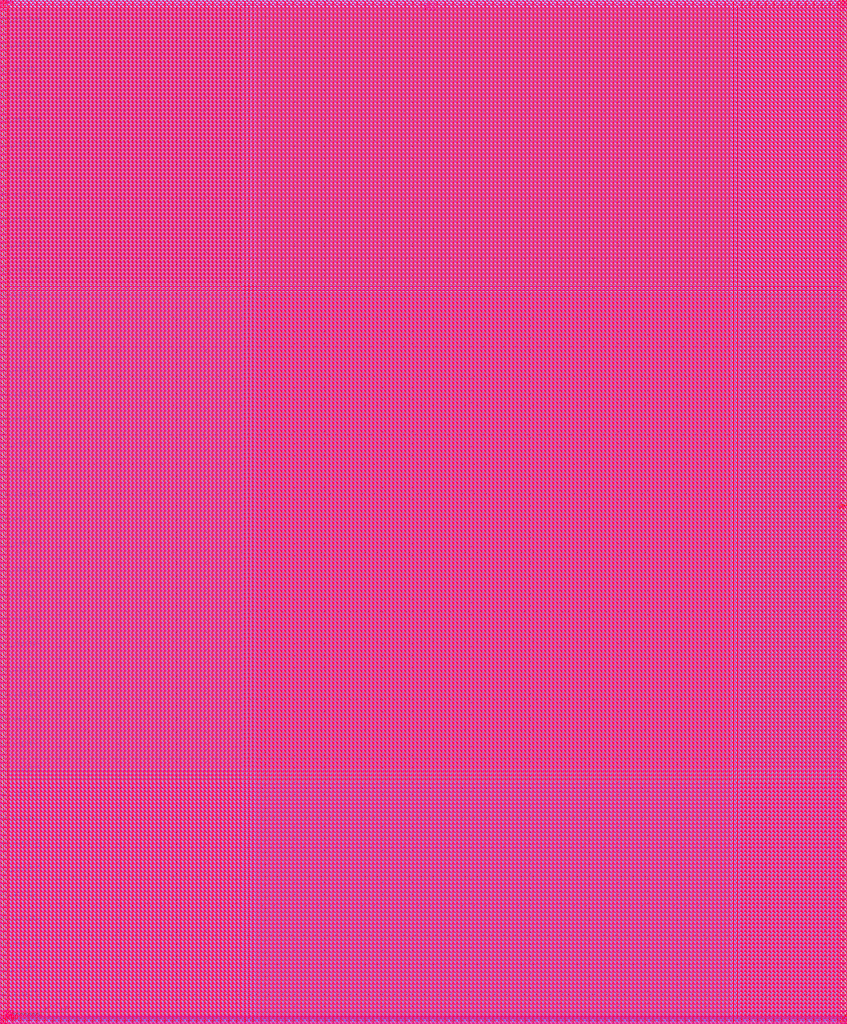
<source format=lef>
###############################################################
#  Generated by:      Cadence Innovus 20.13-s083_1
#  OS:                Linux x86_64(Host ID caddy10)
#  Generated on:      Sun Jun 13 01:40:49 2021
#  Design:            user_proj_example
#  Command:           write_lef_abstract -specifyTopLayer 6 -PGPinLayers {5 6} -noCutObs -stripePin results/user_proj_example.lef
###############################################################

VERSION 5.8 ;

BUSBITCHARS "[]" ;
DIVIDERCHAR "/" ;

MACRO user_proj_example
  CLASS BLOCK ;
  SIZE 2876.840000 BY 3477.180000 ;
  FOREIGN user_proj_example 0.000000 0.000000 ;
  ORIGIN 0 0 ;
  SYMMETRY X Y R90 ;
  PIN user_clock2
    DIRECTION INPUT ;
    USE SIGNAL ;
    PORT
      LAYER met2 ;
        RECT 2859.060000 0.000000 2859.200000 0.485000 ;
    END
  END user_clock2
  PIN wb_clk_i
    DIRECTION INPUT ;
    USE SIGNAL ;
    ANTENNAPARTIALMETALAREA 0.2744 LAYER met2  ;
    ANTENNAPARTIALMETALSIDEAREA 1.211 LAYER met2  ;
    ANTENNAPARTIALCUTAREA 0.04 LAYER via2  ;
    ANTENNAPARTIALMETALAREA 9.5028 LAYER met3  ;
    ANTENNAPARTIALMETALSIDEAREA 51.152 LAYER met3  ;
    ANTENNAMODEL OXIDE1 ;
    ANTENNAGATEAREA 0.576 LAYER met3  ;
    ANTENNAMAXAREACAR 24.1977 LAYER met3  ;
    ANTENNAMAXSIDEAREACAR 125.109 LAYER met3  ;
    ANTENNAMAXCUTCAR 0.158681 LAYER via3  ;
    PORT
      LAYER met2 ;
        RECT 0.620000 0.000000 0.760000 0.485000 ;
    END
  END wb_clk_i
  PIN wb_rst_i
    DIRECTION INPUT ;
    USE SIGNAL ;
    ANTENNAPARTIALMETALAREA 14.1803 LAYER met2  ;
    ANTENNAPARTIALMETALSIDEAREA 70.6755 LAYER met2  ;
    ANTENNAMODEL OXIDE1 ;
    ANTENNAGATEAREA 1.152 LAYER met2  ;
    ANTENNAMAXAREACAR 16.849 LAYER met2  ;
    ANTENNAMAXSIDEAREACAR 82.2422 LAYER met2  ;
    ANTENNAMAXCUTCAR 0.0446181 LAYER via2  ;
    PORT
      LAYER met2 ;
        RECT 6.140000 0.000000 6.280000 0.485000 ;
    END
  END wb_rst_i
  PIN wbs_stb_i
    DIRECTION INPUT ;
    USE SIGNAL ;
    ANTENNAPARTIALMETALAREA 12.5407 LAYER met2  ;
    ANTENNAPARTIALMETALSIDEAREA 62.3595 LAYER met2  ;
    ANTENNAMODEL OXIDE1 ;
    ANTENNAGATEAREA 0.747 LAYER met2  ;
    ANTENNAMAXAREACAR 51.6972 LAYER met2  ;
    ANTENNAMAXSIDEAREACAR 255.943 LAYER met2  ;
    ANTENNAMAXCUTCAR 0.407937 LAYER via2  ;
    PORT
      LAYER met2 ;
        RECT 23.620000 0.000000 23.760000 0.485000 ;
    END
  END wbs_stb_i
  PIN wbs_cyc_i
    DIRECTION INPUT ;
    USE SIGNAL ;
    PORT
      LAYER met2 ;
        RECT 18.100000 0.000000 18.240000 0.485000 ;
    END
  END wbs_cyc_i
  PIN wbs_we_i
    DIRECTION INPUT ;
    USE SIGNAL ;
    ANTENNAPARTIALMETALAREA 12.8503 LAYER met2  ;
    ANTENNAPARTIALMETALSIDEAREA 64.0255 LAYER met2  ;
    ANTENNAMODEL OXIDE1 ;
    ANTENNAGATEAREA 0.495 LAYER met2  ;
    ANTENNAMAXAREACAR 30.2657 LAYER met2  ;
    ANTENNAMAXSIDEAREACAR 149.204 LAYER met2  ;
    ANTENNAMAXCUTCAR 0.103838 LAYER via2  ;
    PORT
      LAYER met2 ;
        RECT 29.600000 0.000000 29.740000 0.485000 ;
    END
  END wbs_we_i
  PIN wbs_sel_i[3]
    DIRECTION INPUT ;
    USE SIGNAL ;
    PORT
      LAYER met2 ;
        RECT 122.980000 0.000000 123.120000 0.485000 ;
    END
  END wbs_sel_i[3]
  PIN wbs_sel_i[2]
    DIRECTION INPUT ;
    USE SIGNAL ;
    PORT
      LAYER met2 ;
        RECT 99.520000 0.000000 99.660000 0.485000 ;
    END
  END wbs_sel_i[2]
  PIN wbs_sel_i[1]
    DIRECTION INPUT ;
    USE SIGNAL ;
    PORT
      LAYER met2 ;
        RECT 76.060000 0.000000 76.200000 0.485000 ;
    END
  END wbs_sel_i[1]
  PIN wbs_sel_i[0]
    DIRECTION INPUT ;
    USE SIGNAL ;
    PORT
      LAYER met2 ;
        RECT 53.060000 0.000000 53.200000 0.485000 ;
    END
  END wbs_sel_i[0]
  PIN wbs_dat_i[31]
    DIRECTION INPUT ;
    USE SIGNAL ;
    ANTENNAPARTIALMETALAREA 9.9099 LAYER met2  ;
    ANTENNAPARTIALMETALSIDEAREA 49.3885 LAYER met2  ;
    ANTENNAPARTIALCUTAREA 0.04 LAYER via2  ;
    ANTENNAPARTIALMETALAREA 3.16 LAYER met3  ;
    ANTENNAPARTIALMETALSIDEAREA 17.32 LAYER met3  ;
    ANTENNAPARTIALCUTAREA 0.04 LAYER via3  ;
    ANTENNAPARTIALMETALAREA 72.1438 LAYER met4  ;
    ANTENNAPARTIALMETALSIDEAREA 381.112 LAYER met4  ;
    ANTENNAPARTIALCUTAREA 0.64 LAYER via4  ;
    ANTENNADIFFAREA 1.3041 LAYER met5  ;
    ANTENNAPARTIALMETALAREA 28.784 LAYER met5  ;
    ANTENNAPARTIALMETALSIDEAREA 58.536 LAYER met5  ;
    ANTENNAMODEL OXIDE1 ;
    ANTENNAGATEAREA 1.9926 LAYER met5  ;
    ANTENNAMAXAREACAR 130.13 LAYER met5  ;
    ANTENNAMAXSIDEAREACAR 622.528 LAYER met5  ;
    PORT
      LAYER met2 ;
        RECT 607.360000 0.000000 607.500000 0.485000 ;
    END
  END wbs_dat_i[31]
  PIN wbs_dat_i[30]
    DIRECTION INPUT ;
    USE SIGNAL ;
    ANTENNAPARTIALMETALAREA 6.1684 LAYER met2  ;
    ANTENNAPARTIALMETALSIDEAREA 30.681 LAYER met2  ;
    ANTENNAPARTIALCUTAREA 0.04 LAYER via2  ;
    ANTENNAPARTIALMETALAREA 0.952 LAYER met3  ;
    ANTENNAPARTIALMETALSIDEAREA 5.544 LAYER met3  ;
    ANTENNAPARTIALCUTAREA 0.04 LAYER via3  ;
    ANTENNAPARTIALMETALAREA 47.7568 LAYER met4  ;
    ANTENNAPARTIALMETALSIDEAREA 251.048 LAYER met4  ;
    ANTENNAPARTIALCUTAREA 0.64 LAYER via4  ;
    ANTENNADIFFAREA 0.8694 LAYER met5  ;
    ANTENNAPARTIALMETALAREA 32.128 LAYER met5  ;
    ANTENNAPARTIALMETALSIDEAREA 59.712 LAYER met5  ;
    ANTENNAMODEL OXIDE1 ;
    ANTENNAGATEAREA 1.5579 LAYER met5  ;
    ANTENNAMAXAREACAR 136.066 LAYER met5  ;
    ANTENNAMAXSIDEAREACAR 629.718 LAYER met5  ;
    PORT
      LAYER met2 ;
        RECT 589.880000 0.000000 590.020000 0.485000 ;
    END
  END wbs_dat_i[30]
  PIN wbs_dat_i[29]
    DIRECTION INPUT ;
    USE SIGNAL ;
    ANTENNAPARTIALMETALAREA 7.5558 LAYER met2  ;
    ANTENNAPARTIALMETALSIDEAREA 37.618 LAYER met2  ;
    ANTENNAPARTIALCUTAREA 0.04 LAYER via2  ;
    ANTENNAPARTIALMETALAREA 0.814 LAYER met3  ;
    ANTENNAPARTIALMETALSIDEAREA 4.808 LAYER met3  ;
    ANTENNAPARTIALCUTAREA 0.04 LAYER via3  ;
    ANTENNAPARTIALMETALAREA 4.6168 LAYER met4  ;
    ANTENNAPARTIALMETALSIDEAREA 20.968 LAYER met4  ;
    ANTENNAPARTIALCUTAREA 0.64 LAYER via4  ;
    ANTENNADIFFAREA 1.3041 LAYER met5  ;
    ANTENNAPARTIALMETALAREA 34.688 LAYER met5  ;
    ANTENNAPARTIALMETALSIDEAREA 67.392 LAYER met5  ;
    ANTENNAMODEL OXIDE1 ;
    ANTENNAGATEAREA 1.9926 LAYER met5  ;
    ANTENNAMAXAREACAR 122.263 LAYER met5  ;
    ANTENNAMAXSIDEAREACAR 568.279 LAYER met5  ;
    PORT
      LAYER met2 ;
        RECT 571.940000 0.000000 572.080000 0.485000 ;
    END
  END wbs_dat_i[29]
  PIN wbs_dat_i[28]
    DIRECTION INPUT ;
    USE SIGNAL ;
    ANTENNAPARTIALMETALAREA 9.9743 LAYER met2  ;
    ANTENNAPARTIALMETALSIDEAREA 49.7105 LAYER met2  ;
    ANTENNAPARTIALCUTAREA 0.04 LAYER via2  ;
    ANTENNAPARTIALMETALAREA 8.542 LAYER met3  ;
    ANTENNAPARTIALMETALSIDEAREA 46.024 LAYER met3  ;
    ANTENNAPARTIALCUTAREA 0.04 LAYER via3  ;
    ANTENNAPARTIALMETALAREA 31.7488 LAYER met4  ;
    ANTENNAPARTIALMETALSIDEAREA 165.672 LAYER met4  ;
    ANTENNAPARTIALCUTAREA 0.64 LAYER via4  ;
    ANTENNADIFFAREA 0.8694 LAYER met5  ;
    ANTENNAPARTIALMETALAREA 28.784 LAYER met5  ;
    ANTENNAPARTIALMETALSIDEAREA 58.536 LAYER met5  ;
    ANTENNAMODEL OXIDE1 ;
    ANTENNAGATEAREA 1.5579 LAYER met5  ;
    ANTENNAMAXAREACAR 82.9943 LAYER met5  ;
    ANTENNAMAXSIDEAREACAR 360.268 LAYER met5  ;
    PORT
      LAYER met2 ;
        RECT 554.460000 0.000000 554.600000 0.485000 ;
    END
  END wbs_dat_i[28]
  PIN wbs_dat_i[27]
    DIRECTION INPUT ;
    USE SIGNAL ;
    ANTENNAPARTIALMETALAREA 9.9099 LAYER met2  ;
    ANTENNAPARTIALMETALSIDEAREA 49.3885 LAYER met2  ;
    ANTENNAPARTIALCUTAREA 0.04 LAYER via2  ;
    ANTENNAPARTIALMETALAREA 1.297 LAYER met3  ;
    ANTENNAPARTIALMETALSIDEAREA 7.384 LAYER met3  ;
    ANTENNAPARTIALCUTAREA 0.04 LAYER via3  ;
    ANTENNAPARTIALMETALAREA 62.0944 LAYER met4  ;
    ANTENNAPARTIALMETALSIDEAREA 328.456 LAYER met4  ;
    ANTENNAPARTIALCUTAREA 0.64 LAYER via4  ;
    ANTENNADIFFAREA 1.3041 LAYER met5  ;
    ANTENNAPARTIALMETALAREA 81.904 LAYER met5  ;
    ANTENNAPARTIALMETALSIDEAREA 138.216 LAYER met5  ;
    ANTENNAMODEL OXIDE1 ;
    ANTENNAGATEAREA 1.9926 LAYER met5  ;
    ANTENNAMAXAREACAR 122.231 LAYER met5  ;
    ANTENNAMAXSIDEAREACAR 480.79 LAYER met5  ;
    PORT
      LAYER met2 ;
        RECT 536.980000 0.000000 537.120000 0.485000 ;
    END
  END wbs_dat_i[27]
  PIN wbs_dat_i[26]
    DIRECTION INPUT ;
    USE SIGNAL ;
    ANTENNAPARTIALMETALAREA 3.8612 LAYER met2  ;
    ANTENNAPARTIALMETALSIDEAREA 19.145 LAYER met2  ;
    ANTENNAPARTIALCUTAREA 0.04 LAYER via2  ;
    ANTENNAPARTIALMETALAREA 4.609 LAYER met3  ;
    ANTENNAPARTIALMETALSIDEAREA 25.048 LAYER met3  ;
    ANTENNAPARTIALCUTAREA 0.04 LAYER via3  ;
    ANTENNAPARTIALMETALAREA 65.3806 LAYER met4  ;
    ANTENNAPARTIALMETALSIDEAREA 345.512 LAYER met4  ;
    ANTENNAPARTIALCUTAREA 0.64 LAYER via4  ;
    ANTENNADIFFAREA 1.3041 LAYER met5  ;
    ANTENNAPARTIALMETALAREA 133.984 LAYER met5  ;
    ANTENNAPARTIALMETALSIDEAREA 208.656 LAYER met5  ;
    ANTENNAMODEL OXIDE1 ;
    ANTENNAGATEAREA 1.9926 LAYER met5  ;
    ANTENNAMAXAREACAR 191.53 LAYER met5  ;
    ANTENNAMAXSIDEAREACAR 743.382 LAYER met5  ;
    PORT
      LAYER met2 ;
        RECT 519.500000 0.000000 519.640000 0.485000 ;
    END
  END wbs_dat_i[26]
  PIN wbs_dat_i[25]
    DIRECTION INPUT ;
    USE SIGNAL ;
    ANTENNAPARTIALMETALAREA 7.791 LAYER met2  ;
    ANTENNAPARTIALMETALSIDEAREA 38.794 LAYER met2  ;
    ANTENNAPARTIALCUTAREA 0.04 LAYER via2  ;
    ANTENNAPARTIALMETALAREA 7.645 LAYER met3  ;
    ANTENNAPARTIALMETALSIDEAREA 41.24 LAYER met3  ;
    ANTENNAPARTIALCUTAREA 0.04 LAYER via3  ;
    ANTENNAPARTIALMETALAREA 40.4848 LAYER met4  ;
    ANTENNAPARTIALMETALSIDEAREA 212.264 LAYER met4  ;
    ANTENNAPARTIALCUTAREA 0.64 LAYER via4  ;
    ANTENNADIFFAREA 0.8694 LAYER met5  ;
    ANTENNAPARTIALMETALAREA 69.904 LAYER met5  ;
    ANTENNAPARTIALMETALSIDEAREA 124.056 LAYER met5  ;
    ANTENNAMODEL OXIDE1 ;
    ANTENNAGATEAREA 1.5579 LAYER met5  ;
    ANTENNAMAXAREACAR 131.547 LAYER met5  ;
    ANTENNAMAXSIDEAREACAR 523.396 LAYER met5  ;
    PORT
      LAYER met2 ;
        RECT 502.020000 0.000000 502.160000 0.485000 ;
    END
  END wbs_dat_i[25]
  PIN wbs_dat_i[24]
    DIRECTION INPUT ;
    USE SIGNAL ;
    ANTENNAPARTIALMETALAREA 10.738 LAYER met2  ;
    ANTENNAPARTIALMETALSIDEAREA 53.529 LAYER met2  ;
    ANTENNAPARTIALCUTAREA 0.04 LAYER via2  ;
    ANTENNAPARTIALMETALAREA 7.921 LAYER met3  ;
    ANTENNAPARTIALMETALSIDEAREA 42.712 LAYER met3  ;
    ANTENNAPARTIALCUTAREA 0.04 LAYER via3  ;
    ANTENNAPARTIALMETALAREA 50.5258 LAYER met4  ;
    ANTENNAPARTIALMETALSIDEAREA 265.816 LAYER met4  ;
    ANTENNAPARTIALCUTAREA 0.64 LAYER via4  ;
    ANTENNADIFFAREA 0.8694 LAYER met5  ;
    ANTENNAPARTIALMETALAREA 45.152 LAYER met5  ;
    ANTENNAPARTIALMETALSIDEAREA 86.928 LAYER met5  ;
    ANTENNAMODEL OXIDE1 ;
    ANTENNAGATEAREA 1.5579 LAYER met5  ;
    ANTENNAMAXAREACAR 113.719 LAYER met5  ;
    ANTENNAMAXSIDEAREACAR 490.9 LAYER met5  ;
    PORT
      LAYER met2 ;
        RECT 484.540000 0.000000 484.680000 0.485000 ;
    END
  END wbs_dat_i[24]
  PIN wbs_dat_i[23]
    DIRECTION INPUT ;
    USE SIGNAL ;
    ANTENNAPARTIALMETALAREA 7.053 LAYER met2  ;
    ANTENNAPARTIALMETALSIDEAREA 34.986 LAYER met2  ;
    ANTENNAPARTIALCUTAREA 0.04 LAYER via2  ;
    ANTENNAPARTIALMETALAREA 3.643 LAYER met3  ;
    ANTENNAPARTIALMETALSIDEAREA 19.896 LAYER met3  ;
    ANTENNAPARTIALCUTAREA 0.04 LAYER via3  ;
    ANTENNAPARTIALMETALAREA 70.4968 LAYER met4  ;
    ANTENNAPARTIALMETALSIDEAREA 372.328 LAYER met4  ;
    ANTENNAPARTIALCUTAREA 0.64 LAYER via4  ;
    ANTENNADIFFAREA 0.4347 LAYER met5  ;
    ANTENNAPARTIALMETALAREA 23.296 LAYER met5  ;
    ANTENNAPARTIALMETALSIDEAREA 46.464 LAYER met5  ;
    ANTENNAMODEL OXIDE1 ;
    ANTENNAGATEAREA 1.1232 LAYER met5  ;
    ANTENNAMAXAREACAR 170.738 LAYER met5  ;
    ANTENNAMAXSIDEAREACAR 789.227 LAYER met5  ;
    PORT
      LAYER met2 ;
        RECT 467.060000 0.000000 467.200000 0.485000 ;
    END
  END wbs_dat_i[23]
  PIN wbs_dat_i[22]
    DIRECTION INPUT ;
    USE SIGNAL ;
    ANTENNAPARTIALMETALAREA 3.2634 LAYER met2  ;
    ANTENNAPARTIALMETALSIDEAREA 16.156 LAYER met2  ;
    ANTENNAPARTIALCUTAREA 0.04 LAYER via2  ;
    ANTENNAPARTIALMETALAREA 22.894 LAYER met3  ;
    ANTENNAPARTIALMETALSIDEAREA 122.568 LAYER met3  ;
    ANTENNAPARTIALCUTAREA 0.04 LAYER via3  ;
    ANTENNAPARTIALMETALAREA 65.9218 LAYER met4  ;
    ANTENNAPARTIALMETALSIDEAREA 347.928 LAYER met4  ;
    ANTENNAPARTIALCUTAREA 0.64 LAYER via4  ;
    ANTENNADIFFAREA 0.8694 LAYER met5  ;
    ANTENNAPARTIALMETALAREA 107.84 LAYER met5  ;
    ANTENNAPARTIALMETALSIDEAREA 173.28 LAYER met5  ;
    ANTENNAMODEL OXIDE1 ;
    ANTENNAGATEAREA 1.5579 LAYER met5  ;
    ANTENNAMAXAREACAR 177.438 LAYER met5  ;
    ANTENNAMAXSIDEAREACAR 665.246 LAYER met5  ;
    PORT
      LAYER met2 ;
        RECT 449.580000 0.000000 449.720000 0.485000 ;
    END
  END wbs_dat_i[22]
  PIN wbs_dat_i[21]
    DIRECTION INPUT ;
    USE SIGNAL ;
    ANTENNAPARTIALMETALAREA 9.4976 LAYER met2  ;
    ANTENNAPARTIALMETALSIDEAREA 47.327 LAYER met2  ;
    ANTENNAPARTIALCUTAREA 0.04 LAYER via2  ;
    ANTENNAPARTIALMETALAREA 23.791 LAYER met3  ;
    ANTENNAPARTIALMETALSIDEAREA 127.352 LAYER met3  ;
    ANTENNAPARTIALCUTAREA 0.04 LAYER via3  ;
    ANTENNAPARTIALMETALAREA 16.9018 LAYER met4  ;
    ANTENNAPARTIALMETALSIDEAREA 86.488 LAYER met4  ;
    ANTENNAPARTIALCUTAREA 0.64 LAYER via4  ;
    ANTENNADIFFAREA 1.3041 LAYER met5  ;
    ANTENNAPARTIALMETALAREA 22.96 LAYER met5  ;
    ANTENNAPARTIALMETALSIDEAREA 45.96 LAYER met5  ;
    ANTENNAMODEL OXIDE1 ;
    ANTENNAGATEAREA 1.9926 LAYER met5  ;
    ANTENNAMAXAREACAR 93.4912 LAYER met5  ;
    ANTENNAMAXSIDEAREACAR 435.548 LAYER met5  ;
    PORT
      LAYER met2 ;
        RECT 432.100000 0.000000 432.240000 0.485000 ;
    END
  END wbs_dat_i[21]
  PIN wbs_dat_i[20]
    DIRECTION INPUT ;
    USE SIGNAL ;
    ANTENNAPARTIALMETALAREA 8.729 LAYER met2  ;
    ANTENNAPARTIALMETALSIDEAREA 43.484 LAYER met2  ;
    ANTENNAPARTIALCUTAREA 0.04 LAYER via2  ;
    ANTENNAPARTIALMETALAREA 30.277 LAYER met3  ;
    ANTENNAPARTIALMETALSIDEAREA 161.944 LAYER met3  ;
    ANTENNAPARTIALCUTAREA 0.04 LAYER via3  ;
    ANTENNAPARTIALMETALAREA 71.2126 LAYER met4  ;
    ANTENNAPARTIALMETALSIDEAREA 376.616 LAYER met4  ;
    ANTENNAPARTIALCUTAREA 0.64 LAYER via4  ;
    ANTENNADIFFAREA 0.8694 LAYER met5  ;
    ANTENNAPARTIALMETALAREA 38 LAYER met5  ;
    ANTENNAPARTIALMETALSIDEAREA 72.36 LAYER met5  ;
    ANTENNAMODEL OXIDE1 ;
    ANTENNAGATEAREA 1.5579 LAYER met5  ;
    ANTENNAMAXAREACAR 86.1611 LAYER met5  ;
    ANTENNAMAXSIDEAREACAR 348.053 LAYER met5  ;
    PORT
      LAYER met2 ;
        RECT 414.620000 0.000000 414.760000 0.485000 ;
    END
  END wbs_dat_i[20]
  PIN wbs_dat_i[19]
    DIRECTION INPUT ;
    USE SIGNAL ;
    ANTENNAPARTIALMETALAREA 5.0148 LAYER met2  ;
    ANTENNAPARTIALMETALSIDEAREA 24.913 LAYER met2  ;
    ANTENNAPARTIALCUTAREA 0.04 LAYER via2  ;
    ANTENNAPARTIALMETALAREA 45.802 LAYER met3  ;
    ANTENNAPARTIALMETALSIDEAREA 244.744 LAYER met3  ;
    ANTENNAPARTIALCUTAREA 0.04 LAYER via3  ;
    ANTENNAPARTIALMETALAREA 45.9508 LAYER met4  ;
    ANTENNAPARTIALMETALSIDEAREA 241.416 LAYER met4  ;
    ANTENNAPARTIALCUTAREA 0.64 LAYER via4  ;
    ANTENNADIFFAREA 1.3041 LAYER met5  ;
    ANTENNAPARTIALMETALAREA 7.44 LAYER met5  ;
    ANTENNAPARTIALMETALSIDEAREA 15 LAYER met5  ;
    ANTENNAMODEL OXIDE1 ;
    ANTENNAGATEAREA 1.9926 LAYER met5  ;
    ANTENNAMAXAREACAR 89.1782 LAYER met5  ;
    ANTENNAMAXSIDEAREACAR 442.671 LAYER met5  ;
    PORT
      LAYER met2 ;
        RECT 397.140000 0.000000 397.280000 0.485000 ;
    END
  END wbs_dat_i[19]
  PIN wbs_dat_i[18]
    DIRECTION INPUT ;
    USE SIGNAL ;
    ANTENNAPARTIALMETALAREA 2.5802 LAYER met2  ;
    ANTENNAPARTIALMETALSIDEAREA 12.74 LAYER met2  ;
    ANTENNAPARTIALCUTAREA 0.04 LAYER via2  ;
    ANTENNAPARTIALMETALAREA 22.135 LAYER met3  ;
    ANTENNAPARTIALMETALSIDEAREA 118.52 LAYER met3  ;
    ANTENNAPARTIALCUTAREA 0.04 LAYER via3  ;
    ANTENNAPARTIALMETALAREA 59.4928 LAYER met4  ;
    ANTENNAPARTIALMETALSIDEAREA 313.64 LAYER met4  ;
    ANTENNAPARTIALCUTAREA 0.64 LAYER via4  ;
    ANTENNADIFFAREA 1.3041 LAYER met5  ;
    ANTENNAPARTIALMETALAREA 258.384 LAYER met5  ;
    ANTENNAPARTIALMETALSIDEAREA 406.776 LAYER met5  ;
    ANTENNAMODEL OXIDE1 ;
    ANTENNAGATEAREA 1.9926 LAYER met5  ;
    ANTENNAMAXAREACAR 236.023 LAYER met5  ;
    ANTENNAMAXSIDEAREACAR 747.267 LAYER met5  ;
    PORT
      LAYER met2 ;
        RECT 379.660000 0.000000 379.800000 0.485000 ;
    END
  END wbs_dat_i[18]
  PIN wbs_dat_i[17]
    DIRECTION INPUT ;
    USE SIGNAL ;
    ANTENNAPARTIALMETALAREA 7.1918 LAYER met2  ;
    ANTENNAPARTIALMETALSIDEAREA 35.798 LAYER met2  ;
    ANTENNAPARTIALCUTAREA 0.04 LAYER via2  ;
    ANTENNAPARTIALMETALAREA 28.621 LAYER met3  ;
    ANTENNAPARTIALMETALSIDEAREA 153.112 LAYER met3  ;
    ANTENNAPARTIALCUTAREA 0.04 LAYER via3  ;
    ANTENNAPARTIALMETALAREA 41.2168 LAYER met4  ;
    ANTENNAPARTIALMETALSIDEAREA 216.168 LAYER met4  ;
    ANTENNAPARTIALCUTAREA 0.64 LAYER via4  ;
    ANTENNADIFFAREA 1.3041 LAYER met5  ;
    ANTENNAPARTIALMETALAREA 15.856 LAYER met5  ;
    ANTENNAPARTIALMETALSIDEAREA 31.464 LAYER met5  ;
    ANTENNAMODEL OXIDE1 ;
    ANTENNAGATEAREA 1.9926 LAYER met5  ;
    ANTENNAMAXAREACAR 112.744 LAYER met5  ;
    ANTENNAMAXSIDEAREACAR 556.147 LAYER met5  ;
    PORT
      LAYER met2 ;
        RECT 362.180000 0.000000 362.320000 0.485000 ;
    END
  END wbs_dat_i[17]
  PIN wbs_dat_i[16]
    DIRECTION INPUT ;
    USE SIGNAL ;
    ANTENNAPARTIALMETALAREA 4.2028 LAYER met2  ;
    ANTENNAPARTIALMETALSIDEAREA 20.853 LAYER met2  ;
    ANTENNAPARTIALCUTAREA 0.04 LAYER via2  ;
    ANTENNAPARTIALMETALAREA 61.603 LAYER met3  ;
    ANTENNAPARTIALMETALSIDEAREA 329.016 LAYER met3  ;
    ANTENNAPARTIALCUTAREA 0.04 LAYER via3  ;
    ANTENNAPARTIALMETALAREA 51.4168 LAYER met4  ;
    ANTENNAPARTIALMETALSIDEAREA 270.568 LAYER met4  ;
    ANTENNAPARTIALCUTAREA 0.64 LAYER via4  ;
    ANTENNADIFFAREA 1.3041 LAYER met5  ;
    ANTENNAPARTIALMETALAREA 15.856 LAYER met5  ;
    ANTENNAPARTIALMETALSIDEAREA 31.464 LAYER met5  ;
    ANTENNAMODEL OXIDE1 ;
    ANTENNAGATEAREA 1.9926 LAYER met5  ;
    ANTENNAMAXAREACAR 105.419 LAYER met5  ;
    ANTENNAMAXSIDEAREACAR 511.765 LAYER met5  ;
    PORT
      LAYER met2 ;
        RECT 344.700000 0.000000 344.840000 0.485000 ;
    END
  END wbs_dat_i[16]
  PIN wbs_dat_i[15]
    DIRECTION INPUT ;
    USE SIGNAL ;
    ANTENNAPARTIALMETALAREA 3.8612 LAYER met2  ;
    ANTENNAPARTIALMETALSIDEAREA 19.145 LAYER met2  ;
    ANTENNAPARTIALCUTAREA 0.04 LAYER via2  ;
    ANTENNAPARTIALMETALAREA 38.488 LAYER met3  ;
    ANTENNAPARTIALMETALSIDEAREA 205.736 LAYER met3  ;
    ANTENNAPARTIALCUTAREA 0.04 LAYER via3  ;
    ANTENNAPARTIALMETALAREA 90.9298 LAYER met4  ;
    ANTENNAPARTIALMETALSIDEAREA 481.304 LAYER met4  ;
    ANTENNAPARTIALCUTAREA 0.64 LAYER via4  ;
    ANTENNADIFFAREA 1.3041 LAYER met5  ;
    ANTENNAPARTIALMETALAREA 230.448 LAYER met5  ;
    ANTENNAPARTIALMETALSIDEAREA 364.872 LAYER met5  ;
    ANTENNAMODEL OXIDE1 ;
    ANTENNAGATEAREA 1.9926 LAYER met5  ;
    ANTENNAMAXAREACAR 213.099 LAYER met5  ;
    ANTENNAMAXSIDEAREACAR 679.011 LAYER met5  ;
    PORT
      LAYER met2 ;
        RECT 327.220000 0.000000 327.360000 0.485000 ;
    END
  END wbs_dat_i[15]
  PIN wbs_dat_i[14]
    DIRECTION INPUT ;
    USE SIGNAL ;
    ANTENNAPARTIALMETALAREA 8.302 LAYER met2  ;
    ANTENNAPARTIALMETALSIDEAREA 41.349 LAYER met2  ;
    ANTENNAPARTIALCUTAREA 0.04 LAYER via2  ;
    ANTENNAPARTIALMETALAREA 41.248 LAYER met3  ;
    ANTENNAPARTIALMETALSIDEAREA 220.456 LAYER met3  ;
    ANTENNAPARTIALCUTAREA 0.04 LAYER via3  ;
    ANTENNAPARTIALMETALAREA 83.8798 LAYER met4  ;
    ANTENNAPARTIALMETALSIDEAREA 443.704 LAYER met4  ;
    ANTENNAPARTIALCUTAREA 0.64 LAYER via4  ;
    ANTENNADIFFAREA 1.3041 LAYER met5  ;
    ANTENNAPARTIALMETALAREA 208.912 LAYER met5  ;
    ANTENNAPARTIALMETALSIDEAREA 328.728 LAYER met5  ;
    ANTENNAMODEL OXIDE1 ;
    ANTENNAGATEAREA 1.9926 LAYER met5  ;
    ANTENNAMAXAREACAR 174.787 LAYER met5  ;
    ANTENNAMAXSIDEAREACAR 516.392 LAYER met5  ;
    PORT
      LAYER met2 ;
        RECT 309.740000 0.000000 309.880000 0.485000 ;
    END
  END wbs_dat_i[14]
  PIN wbs_dat_i[13]
    DIRECTION INPUT ;
    USE SIGNAL ;
    ANTENNAPARTIALMETALAREA 7.5334 LAYER met2  ;
    ANTENNAPARTIALMETALSIDEAREA 37.506 LAYER met2  ;
    ANTENNAPARTIALCUTAREA 0.04 LAYER via2  ;
    ANTENNAPARTIALMETALAREA 54.565 LAYER met3  ;
    ANTENNAPARTIALMETALSIDEAREA 291.48 LAYER met3  ;
    ANTENNAPARTIALCUTAREA 0.04 LAYER via3  ;
    ANTENNAPARTIALMETALAREA 77.453 LAYER met4  ;
    ANTENNAPARTIALMETALSIDEAREA 410.344 LAYER met4  ;
    ANTENNAPARTIALCUTAREA 0.64 LAYER via4  ;
    ANTENNADIFFAREA 0.8694 LAYER met5  ;
    ANTENNAPARTIALMETALAREA 117.744 LAYER met5  ;
    ANTENNAPARTIALMETALSIDEAREA 191.976 LAYER met5  ;
    ANTENNAMODEL OXIDE1 ;
    ANTENNAGATEAREA 1.5579 LAYER met5  ;
    ANTENNAMAXAREACAR 192.091 LAYER met5  ;
    ANTENNAMAXSIDEAREACAR 715.65 LAYER met5  ;
    PORT
      LAYER met2 ;
        RECT 292.260000 0.000000 292.400000 0.485000 ;
    END
  END wbs_dat_i[13]
  PIN wbs_dat_i[12]
    DIRECTION INPUT ;
    USE SIGNAL ;
    ANTENNAPARTIALMETALAREA 3.5196 LAYER met2  ;
    ANTENNAPARTIALMETALSIDEAREA 17.437 LAYER met2  ;
    ANTENNAPARTIALCUTAREA 0.04 LAYER via2  ;
    ANTENNAPARTIALMETALAREA 63.121 LAYER met3  ;
    ANTENNAPARTIALMETALSIDEAREA 337.112 LAYER met3  ;
    ANTENNAPARTIALCUTAREA 0.04 LAYER via3  ;
    ANTENNAPARTIALMETALAREA 100.653 LAYER met4  ;
    ANTENNAPARTIALMETALSIDEAREA 533.16 LAYER met4  ;
    ANTENNAPARTIALCUTAREA 0.64 LAYER via4  ;
    ANTENNADIFFAREA 0.8694 LAYER met5  ;
    ANTENNAPARTIALMETALAREA 143.472 LAYER met5  ;
    ANTENNAPARTIALMETALSIDEAREA 230.568 LAYER met5  ;
    ANTENNAMODEL OXIDE1 ;
    ANTENNAGATEAREA 1.5579 LAYER met5  ;
    ANTENNAMAXAREACAR 183.925 LAYER met5  ;
    ANTENNAMAXSIDEAREACAR 613.988 LAYER met5  ;
    PORT
      LAYER met2 ;
        RECT 274.780000 0.000000 274.920000 0.485000 ;
    END
  END wbs_dat_i[12]
  PIN wbs_dat_i[11]
    DIRECTION INPUT ;
    USE SIGNAL ;
    ANTENNAPARTIALMETALAREA 5.933 LAYER met2  ;
    ANTENNAPARTIALMETALSIDEAREA 29.386 LAYER met2  ;
    ANTENNAPARTIALCUTAREA 0.04 LAYER via2  ;
    ANTENNAPARTIALMETALAREA 1.849 LAYER met3  ;
    ANTENNAPARTIALMETALSIDEAREA 10.328 LAYER met3  ;
    ANTENNAPARTIALCUTAREA 0.04 LAYER via3  ;
    ANTENNADIFFAREA 1.3041 LAYER met4  ;
    ANTENNAPARTIALMETALAREA 187.383 LAYER met4  ;
    ANTENNAPARTIALMETALSIDEAREA 1001.73 LAYER met4  ;
    ANTENNAMODEL OXIDE1 ;
    ANTENNAGATEAREA 1.9926 LAYER met4  ;
    ANTENNAMAXAREACAR 114.916 LAYER met4  ;
    ANTENNAMAXSIDEAREACAR 601.342 LAYER met4  ;
    ANTENNAMAXCUTCAR 0.377029 LAYER via4  ;
    PORT
      LAYER met2 ;
        RECT 257.300000 0.000000 257.440000 0.485000 ;
    END
  END wbs_dat_i[11]
  PIN wbs_dat_i[10]
    DIRECTION INPUT ;
    USE SIGNAL ;
    ANTENNAPARTIALMETALAREA 2.2386 LAYER met2  ;
    ANTENNAPARTIALMETALSIDEAREA 11.032 LAYER met2  ;
    ANTENNAPARTIALCUTAREA 0.04 LAYER via2  ;
    ANTENNAPARTIALMETALAREA 69.676 LAYER met3  ;
    ANTENNAPARTIALMETALSIDEAREA 372.072 LAYER met3  ;
    ANTENNAPARTIALCUTAREA 0.04 LAYER via3  ;
    ANTENNAPARTIALMETALAREA 113.096 LAYER met4  ;
    ANTENNAPARTIALMETALSIDEAREA 599.992 LAYER met4  ;
    ANTENNAPARTIALCUTAREA 0.64 LAYER via4  ;
    ANTENNADIFFAREA 0.4347 LAYER met5  ;
    ANTENNAPARTIALMETALAREA 107.712 LAYER met5  ;
    ANTENNAPARTIALMETALSIDEAREA 173.088 LAYER met5  ;
    ANTENNAMODEL OXIDE1 ;
    ANTENNAGATEAREA 1.1232 LAYER met5  ;
    ANTENNAMAXAREACAR 203.327 LAYER met5  ;
    ANTENNAMAXSIDEAREACAR 711.058 LAYER met5  ;
    PORT
      LAYER met2 ;
        RECT 239.820000 0.000000 239.960000 0.485000 ;
    END
  END wbs_dat_i[10]
  PIN wbs_dat_i[9]
    DIRECTION INPUT ;
    USE SIGNAL ;
    ANTENNAPARTIALMETALAREA 0.2744 LAYER met2  ;
    ANTENNAPARTIALMETALSIDEAREA 1.211 LAYER met2  ;
    ANTENNAPARTIALCUTAREA 0.04 LAYER via2  ;
    ANTENNAPARTIALMETALAREA 69.676 LAYER met3  ;
    ANTENNAPARTIALMETALSIDEAREA 372.072 LAYER met3  ;
    ANTENNAPARTIALCUTAREA 0.04 LAYER via3  ;
    ANTENNAPARTIALMETALAREA 76.9258 LAYER met4  ;
    ANTENNAPARTIALMETALSIDEAREA 406.616 LAYER met4  ;
    ANTENNAPARTIALCUTAREA 0.64 LAYER via4  ;
    ANTENNADIFFAREA 0.8694 LAYER met5  ;
    ANTENNAPARTIALMETALAREA 175.824 LAYER met5  ;
    ANTENNAPARTIALMETALSIDEAREA 275.256 LAYER met5  ;
    ANTENNAMODEL OXIDE1 ;
    ANTENNAGATEAREA 1.5579 LAYER met5  ;
    ANTENNAMAXAREACAR 210.38 LAYER met5  ;
    ANTENNAMAXSIDEAREACAR 674.009 LAYER met5  ;
    PORT
      LAYER met2 ;
        RECT 221.880000 0.000000 222.020000 0.485000 ;
    END
  END wbs_dat_i[9]
  PIN wbs_dat_i[8]
    DIRECTION INPUT ;
    USE SIGNAL ;
    ANTENNAPARTIALMETALAREA 25.4056 LAYER met2  ;
    ANTENNAPARTIALMETALSIDEAREA 126.749 LAYER met2  ;
    ANTENNAPARTIALCUTAREA 0.04 LAYER via2  ;
    ANTENNAPARTIALMETALAREA 1.504 LAYER met3  ;
    ANTENNAPARTIALMETALSIDEAREA 8.488 LAYER met3  ;
    ANTENNAPARTIALCUTAREA 0.04 LAYER via3  ;
    ANTENNAPARTIALMETALAREA 69.0808 LAYER met4  ;
    ANTENNAPARTIALMETALSIDEAREA 364.776 LAYER met4  ;
    ANTENNAPARTIALCUTAREA 0.64 LAYER via4  ;
    ANTENNADIFFAREA 0.4347 LAYER met5  ;
    ANTENNAPARTIALMETALAREA 20.752 LAYER met5  ;
    ANTENNAPARTIALMETALSIDEAREA 42.648 LAYER met5  ;
    ANTENNAMODEL OXIDE1 ;
    ANTENNAGATEAREA 1.1232 LAYER met5  ;
    ANTENNAMAXAREACAR 136.782 LAYER met5  ;
    ANTENNAMAXSIDEAREACAR 627.256 LAYER met5  ;
    PORT
      LAYER met2 ;
        RECT 204.400000 0.000000 204.540000 0.485000 ;
    END
  END wbs_dat_i[8]
  PIN wbs_dat_i[7]
    DIRECTION INPUT ;
    USE SIGNAL ;
    ANTENNAPARTIALMETALAREA 8.5384 LAYER met2  ;
    ANTENNAPARTIALMETALSIDEAREA 42.413 LAYER met2  ;
    ANTENNAPARTIALCUTAREA 0.04 LAYER via2  ;
    ANTENNAPARTIALMETALAREA 0.676 LAYER met3  ;
    ANTENNAPARTIALMETALSIDEAREA 4.072 LAYER met3  ;
    ANTENNAPARTIALCUTAREA 0.04 LAYER via3  ;
    ANTENNAPARTIALMETALAREA 109.41 LAYER met4  ;
    ANTENNAPARTIALMETALSIDEAREA 575.736 LAYER met4  ;
    ANTENNAPARTIALCUTAREA 1.28 LAYER via4  ;
    ANTENNADIFFAREA 0.8694 LAYER met5  ;
    ANTENNAPARTIALMETALAREA 123.632 LAYER met5  ;
    ANTENNAPARTIALMETALSIDEAREA 196.968 LAYER met5  ;
    ANTENNAMODEL OXIDE1 ;
    ANTENNAGATEAREA 1.5579 LAYER met5  ;
    ANTENNAMAXAREACAR 174.185 LAYER met5  ;
    ANTENNAMAXSIDEAREACAR 583.773 LAYER met5  ;
    PORT
      LAYER met2 ;
        RECT 186.920000 0.000000 187.060000 0.485000 ;
    END
  END wbs_dat_i[7]
  PIN wbs_dat_i[6]
    DIRECTION INPUT ;
    USE SIGNAL ;
    ANTENNAPARTIALMETALAREA 8.0874 LAYER met2  ;
    ANTENNAPARTIALMETALSIDEAREA 40.257 LAYER met2  ;
    ANTENNAPARTIALCUTAREA 0.04 LAYER via2  ;
    ANTENNAPARTIALMETALAREA 0.255 LAYER met3  ;
    ANTENNAPARTIALMETALSIDEAREA 1.808 LAYER met3  ;
    ANTENNAPARTIALCUTAREA 0.04 LAYER via3  ;
    ANTENNAPARTIALMETALAREA 63.9796 LAYER met4  ;
    ANTENNAPARTIALMETALSIDEAREA 338.04 LAYER met4  ;
    ANTENNAPARTIALCUTAREA 0.64 LAYER via4  ;
    ANTENNADIFFAREA 0.8694 LAYER met5  ;
    ANTENNAPARTIALMETALAREA 5.872 LAYER met5  ;
    ANTENNAPARTIALMETALSIDEAREA 12.648 LAYER met5  ;
    ANTENNAMODEL OXIDE1 ;
    ANTENNAGATEAREA 1.1919 LAYER met5  ;
    ANTENNAMAXAREACAR 47.7849 LAYER met5  ;
    ANTENNAMAXSIDEAREACAR 217.541 LAYER met5  ;
    PORT
      LAYER met2 ;
        RECT 169.440000 0.000000 169.580000 0.485000 ;
    END
  END wbs_dat_i[6]
  PIN wbs_dat_i[5]
    DIRECTION INPUT ;
    USE SIGNAL ;
    ANTENNAPARTIALMETALAREA 9.167 LAYER met2  ;
    ANTENNAPARTIALMETALSIDEAREA 45.556 LAYER met2  ;
    ANTENNAPARTIALCUTAREA 0.04 LAYER via2  ;
    ANTENNAPARTIALMETALAREA 0.4 LAYER met3  ;
    ANTENNAPARTIALMETALSIDEAREA 2.6 LAYER met3  ;
    ANTENNAPARTIALCUTAREA 0.04 LAYER via3  ;
    ANTENNAPARTIALMETALAREA 87.7306 LAYER met4  ;
    ANTENNAPARTIALMETALSIDEAREA 464.712 LAYER met4  ;
    ANTENNAPARTIALCUTAREA 0.64 LAYER via4  ;
    ANTENNAPARTIALMETALAREA 17.248 LAYER met5  ;
    ANTENNAPARTIALMETALSIDEAREA 29.712 LAYER met5  ;
    ANTENNAMODEL OXIDE1 ;
    ANTENNAGATEAREA 0.3225 LAYER met5  ;
    ANTENNAMAXAREACAR 148.151 LAYER met5  ;
    ANTENNAMAXSIDEAREACAR 568.086 LAYER met5  ;
    PORT
      LAYER met2 ;
        RECT 151.960000 0.000000 152.100000 0.485000 ;
    END
  END wbs_dat_i[5]
  PIN wbs_dat_i[4]
    DIRECTION INPUT ;
    USE SIGNAL ;
    ANTENNAPARTIALMETALAREA 1.9311 LAYER met2  ;
    ANTENNAPARTIALMETALSIDEAREA 9.3765 LAYER met2  ;
    ANTENNAPARTIALCUTAREA 0.04 LAYER via2  ;
    ANTENNAPARTIALMETALAREA 89.065 LAYER met3  ;
    ANTENNAPARTIALMETALSIDEAREA 475.48 LAYER met3  ;
    ANTENNAPARTIALCUTAREA 0.04 LAYER via3  ;
    ANTENNAPARTIALMETALAREA 82.4158 LAYER met4  ;
    ANTENNAPARTIALMETALSIDEAREA 435.896 LAYER met4  ;
    ANTENNAPARTIALCUTAREA 0.64 LAYER via4  ;
    ANTENNADIFFAREA 0.8694 LAYER met5  ;
    ANTENNAPARTIALMETALAREA 207.616 LAYER met5  ;
    ANTENNAPARTIALMETALSIDEAREA 319.104 LAYER met5  ;
    ANTENNAMODEL OXIDE1 ;
    ANTENNAGATEAREA 1.1919 LAYER met5  ;
    ANTENNAMAXAREACAR 251.22 LAYER met5  ;
    ANTENNAMAXSIDEAREACAR 647.485 LAYER met5  ;
    PORT
      LAYER met2 ;
        RECT 134.480000 0.000000 134.620000 0.485000 ;
    END
  END wbs_dat_i[4]
  PIN wbs_dat_i[3]
    DIRECTION INPUT ;
    USE SIGNAL ;
    ANTENNAPARTIALMETALAREA 1.897 LAYER met2  ;
    ANTENNAPARTIALMETALSIDEAREA 9.324 LAYER met2  ;
    ANTENNAPARTIALCUTAREA 0.04 LAYER via2  ;
    ANTENNAPARTIALMETALAREA 134.254 LAYER met3  ;
    ANTENNAPARTIALMETALSIDEAREA 716.488 LAYER met3  ;
    ANTENNAPARTIALCUTAREA 0.04 LAYER via3  ;
    ANTENNAPARTIALMETALAREA 98.2258 LAYER met4  ;
    ANTENNAPARTIALMETALSIDEAREA 520.216 LAYER met4  ;
    ANTENNAPARTIALCUTAREA 0.64 LAYER via4  ;
    ANTENNAPARTIALMETALAREA 10.368 LAYER met5  ;
    ANTENNAPARTIALMETALSIDEAREA 19.392 LAYER met5  ;
    ANTENNAMODEL OXIDE1 ;
    ANTENNAGATEAREA 0.3225 LAYER met5  ;
    ANTENNAMAXAREACAR 162.473 LAYER met5  ;
    ANTENNAMAXSIDEAREACAR 694.117 LAYER met5  ;
    PORT
      LAYER met2 ;
        RECT 111.020000 0.000000 111.160000 0.485000 ;
    END
  END wbs_dat_i[3]
  PIN wbs_dat_i[2]
    DIRECTION INPUT ;
    USE SIGNAL ;
    ANTENNAPARTIALMETALAREA 7.9604 LAYER met2  ;
    ANTENNAPARTIALMETALSIDEAREA 39.641 LAYER met2  ;
    ANTENNAPARTIALCUTAREA 0.04 LAYER via2  ;
    ANTENNAPARTIALMETALAREA 140.47 LAYER met3  ;
    ANTENNAPARTIALMETALSIDEAREA 749.64 LAYER met3  ;
    ANTENNAPARTIALCUTAREA 0.04 LAYER via3  ;
    ANTENNAPARTIALMETALAREA 39.3628 LAYER met4  ;
    ANTENNAPARTIALMETALSIDEAREA 206.28 LAYER met4  ;
    ANTENNAPARTIALCUTAREA 0.64 LAYER via4  ;
    ANTENNADIFFAREA 0.8694 LAYER met5  ;
    ANTENNAPARTIALMETALAREA 13.904 LAYER met5  ;
    ANTENNAPARTIALMETALSIDEAREA 28.536 LAYER met5  ;
    ANTENNAMODEL OXIDE1 ;
    ANTENNAGATEAREA 1.1919 LAYER met5  ;
    ANTENNAMAXAREACAR 76.2268 LAYER met5  ;
    ANTENNAMAXSIDEAREACAR 346.563 LAYER met5  ;
    PORT
      LAYER met2 ;
        RECT 88.020000 0.000000 88.160000 0.485000 ;
    END
  END wbs_dat_i[2]
  PIN wbs_dat_i[1]
    DIRECTION INPUT ;
    USE SIGNAL ;
    ANTENNAPARTIALMETALAREA 6.8502 LAYER met2  ;
    ANTENNAPARTIALMETALSIDEAREA 34.09 LAYER met2  ;
    ANTENNAPARTIALCUTAREA 0.04 LAYER via2  ;
    ANTENNAPARTIALMETALAREA 142.126 LAYER met3  ;
    ANTENNAPARTIALMETALSIDEAREA 758.472 LAYER met3  ;
    ANTENNAPARTIALCUTAREA 0.04 LAYER via3  ;
    ANTENNAPARTIALMETALAREA 41.5348 LAYER met4  ;
    ANTENNAPARTIALMETALSIDEAREA 217.864 LAYER met4  ;
    ANTENNAPARTIALCUTAREA 0.64 LAYER via4  ;
    ANTENNADIFFAREA 0.8694 LAYER met5  ;
    ANTENNAPARTIALMETALAREA 7.44 LAYER met5  ;
    ANTENNAPARTIALMETALSIDEAREA 15 LAYER met5  ;
    ANTENNAMODEL OXIDE1 ;
    ANTENNAGATEAREA 1.1919 LAYER met5  ;
    ANTENNAMAXAREACAR 82.714 LAYER met5  ;
    ANTENNAMAXSIDEAREACAR 397.012 LAYER met5  ;
    PORT
      LAYER met2 ;
        RECT 64.560000 0.000000 64.700000 0.485000 ;
    END
  END wbs_dat_i[1]
  PIN wbs_dat_i[0]
    DIRECTION INPUT ;
    USE SIGNAL ;
    ANTENNAPARTIALMETALAREA 11.0304 LAYER met2  ;
    ANTENNAPARTIALMETALSIDEAREA 54.873 LAYER met2  ;
    ANTENNAPARTIALCUTAREA 0.04 LAYER via2  ;
    ANTENNAPARTIALMETALAREA 13.993 LAYER met3  ;
    ANTENNAPARTIALMETALSIDEAREA 75.096 LAYER met3  ;
    ANTENNAPARTIALCUTAREA 0.04 LAYER via3  ;
    ANTENNAPARTIALMETALAREA 62.1508 LAYER met4  ;
    ANTENNAPARTIALMETALSIDEAREA 327.816 LAYER met4  ;
    ANTENNAPARTIALCUTAREA 0.64 LAYER via4  ;
    ANTENNAPARTIALMETALAREA 15.856 LAYER met5  ;
    ANTENNAPARTIALMETALSIDEAREA 31.464 LAYER met5  ;
    ANTENNAMODEL OXIDE1 ;
    ANTENNAGATEAREA 1.0385 LAYER met5  ;
    ANTENNAMAXAREACAR 112.99 LAYER met5  ;
    ANTENNAMAXSIDEAREACAR 517.471 LAYER met5  ;
    PORT
      LAYER met2 ;
        RECT 41.100000 0.000000 41.240000 0.485000 ;
    END
  END wbs_dat_i[0]
  PIN wbs_adr_i[31]
    DIRECTION INPUT ;
    USE SIGNAL ;
    ANTENNAPARTIALMETALAREA 5.9723 LAYER met2  ;
    ANTENNAPARTIALMETALSIDEAREA 29.7535 LAYER met2  ;
    ANTENNAMODEL OXIDE1 ;
    ANTENNAGATEAREA 0.2475 LAYER met2  ;
    ANTENNAMAXAREACAR 103.872 LAYER met2  ;
    ANTENNAMAXSIDEAREACAR 516.352 LAYER met2  ;
    ANTENNAMAXCUTCAR 0.207677 LAYER via2  ;
    PORT
      LAYER met2 ;
        RECT 601.380000 0.000000 601.520000 0.485000 ;
    END
  END wbs_adr_i[31]
  PIN wbs_adr_i[30]
    DIRECTION INPUT ;
    USE SIGNAL ;
    ANTENNAPARTIALMETALAREA 6.0267 LAYER met2  ;
    ANTENNAPARTIALMETALSIDEAREA 29.9075 LAYER met2  ;
    ANTENNAMODEL OXIDE1 ;
    ANTENNAGATEAREA 0.2475 LAYER met2  ;
    ANTENNAMAXAREACAR 47.8506 LAYER met2  ;
    ANTENNAMAXSIDEAREACAR 231.527 LAYER met2  ;
    ANTENNAMAXCUTCAR 0.207677 LAYER via2  ;
    PORT
      LAYER met2 ;
        RECT 583.900000 0.000000 584.040000 0.485000 ;
    END
  END wbs_adr_i[30]
  PIN wbs_adr_i[29]
    DIRECTION INPUT ;
    USE SIGNAL ;
    ANTENNAPARTIALMETALAREA 8.4111 LAYER met2  ;
    ANTENNAPARTIALMETALSIDEAREA 41.9475 LAYER met2  ;
    ANTENNAMODEL OXIDE1 ;
    ANTENNAGATEAREA 0.2475 LAYER met2  ;
    ANTENNAMAXAREACAR 53.9495 LAYER met2  ;
    ANTENNAMAXSIDEAREACAR 265.511 LAYER met2  ;
    ANTENNAMAXCUTCAR 0.207677 LAYER via2  ;
    PORT
      LAYER met2 ;
        RECT 566.420000 0.000000 566.560000 0.485000 ;
    END
  END wbs_adr_i[29]
  PIN wbs_adr_i[28]
    DIRECTION INPUT ;
    USE SIGNAL ;
    ANTENNAPARTIALMETALAREA 8.2515 LAYER met2  ;
    ANTENNAPARTIALMETALSIDEAREA 41.1495 LAYER met2  ;
    ANTENNAMODEL OXIDE1 ;
    ANTENNAGATEAREA 0.2475 LAYER met2  ;
    ANTENNAMAXAREACAR 42.943 LAYER met2  ;
    ANTENNAMAXSIDEAREACAR 209.58 LAYER met2  ;
    ANTENNAMAXCUTCAR 0.207677 LAYER via2  ;
    PORT
      LAYER met2 ;
        RECT 548.940000 0.000000 549.080000 0.485000 ;
    END
  END wbs_adr_i[28]
  PIN wbs_adr_i[27]
    DIRECTION INPUT ;
    USE SIGNAL ;
    ANTENNAPARTIALMETALAREA 7.8763 LAYER met2  ;
    ANTENNAPARTIALMETALSIDEAREA 39.2735 LAYER met2  ;
    ANTENNAMODEL OXIDE1 ;
    ANTENNAGATEAREA 0.2475 LAYER met2  ;
    ANTENNAMAXAREACAR 40.7297 LAYER met2  ;
    ANTENNAMAXSIDEAREACAR 195.588 LAYER met2  ;
    ANTENNAMAXCUTCAR 0.207677 LAYER via2  ;
    PORT
      LAYER met2 ;
        RECT 531.460000 0.000000 531.600000 0.485000 ;
    END
  END wbs_adr_i[27]
  PIN wbs_adr_i[26]
    DIRECTION INPUT ;
    USE SIGNAL ;
    ANTENNAPARTIALMETALAREA 4.8719 LAYER met2  ;
    ANTENNAPARTIALMETALSIDEAREA 24.2515 LAYER met2  ;
    ANTENNAMODEL OXIDE1 ;
    ANTENNAGATEAREA 0.2475 LAYER met2  ;
    ANTENNAMAXAREACAR 41.7119 LAYER met2  ;
    ANTENNAMAXSIDEAREACAR 205.552 LAYER met2  ;
    ANTENNAMAXCUTCAR 0.207677 LAYER via2  ;
    PORT
      LAYER met2 ;
        RECT 513.980000 0.000000 514.120000 0.485000 ;
    END
  END wbs_adr_i[26]
  PIN wbs_adr_i[25]
    DIRECTION INPUT ;
    USE SIGNAL ;
    ANTENNAPARTIALMETALAREA 4.9195 LAYER met2  ;
    ANTENNAPARTIALMETALSIDEAREA 24.4895 LAYER met2  ;
    ANTENNAMODEL OXIDE1 ;
    ANTENNAGATEAREA 0.2475 LAYER met2  ;
    ANTENNAMAXAREACAR 33.9589 LAYER met2  ;
    ANTENNAMAXSIDEAREACAR 162.545 LAYER met2  ;
    ANTENNAMAXCUTCAR 0.207677 LAYER via2  ;
    PORT
      LAYER met2 ;
        RECT 496.500000 0.000000 496.640000 0.485000 ;
    END
  END wbs_adr_i[25]
  PIN wbs_adr_i[24]
    DIRECTION INPUT ;
    USE SIGNAL ;
    ANTENNAPARTIALMETALAREA 5.0483 LAYER met2  ;
    ANTENNAPARTIALMETALSIDEAREA 25.1335 LAYER met2  ;
    ANTENNAMODEL OXIDE1 ;
    ANTENNAGATEAREA 0.2475 LAYER met2  ;
    ANTENNAMAXAREACAR 24.6497 LAYER met2  ;
    ANTENNAMAXSIDEAREACAR 116.586 LAYER met2  ;
    ANTENNAMAXCUTCAR 0.207677 LAYER via2  ;
    PORT
      LAYER met2 ;
        RECT 479.020000 0.000000 479.160000 0.485000 ;
    END
  END wbs_adr_i[24]
  PIN wbs_adr_i[23]
    DIRECTION INPUT ;
    USE SIGNAL ;
    ANTENNAPARTIALMETALAREA 4.8243 LAYER met2  ;
    ANTENNAPARTIALMETALSIDEAREA 24.0135 LAYER met2  ;
    ANTENNAMODEL OXIDE1 ;
    ANTENNAGATEAREA 0.2475 LAYER met2  ;
    ANTENNAMAXAREACAR 29.8097 LAYER met2  ;
    ANTENNAMAXSIDEAREACAR 142.077 LAYER met2  ;
    ANTENNAMAXCUTCAR 0.207677 LAYER via2  ;
    PORT
      LAYER met2 ;
        RECT 461.540000 0.000000 461.680000 0.485000 ;
    END
  END wbs_adr_i[23]
  PIN wbs_adr_i[22]
    DIRECTION INPUT ;
    USE SIGNAL ;
    ANTENNAPARTIALMETALAREA 5.2051 LAYER met2  ;
    ANTENNAPARTIALMETALSIDEAREA 25.9175 LAYER met2  ;
    ANTENNAMODEL OXIDE1 ;
    ANTENNAGATEAREA 0.2475 LAYER met2  ;
    ANTENNAMAXAREACAR 34.0792 LAYER met2  ;
    ANTENNAMAXSIDEAREACAR 163.733 LAYER met2  ;
    ANTENNAMAXCUTCAR 0.207677 LAYER via2  ;
    PORT
      LAYER met2 ;
        RECT 443.600000 0.000000 443.740000 0.485000 ;
    END
  END wbs_adr_i[22]
  PIN wbs_adr_i[21]
    DIRECTION INPUT ;
    USE SIGNAL ;
    ANTENNAPARTIALMETALAREA 5.2051 LAYER met2  ;
    ANTENNAPARTIALMETALSIDEAREA 25.9175 LAYER met2  ;
    ANTENNAMODEL OXIDE1 ;
    ANTENNAGATEAREA 0.2475 LAYER met2  ;
    ANTENNAMAXAREACAR 23.0836 LAYER met2  ;
    ANTENNAMAXSIDEAREACAR 108.954 LAYER met2  ;
    ANTENNAMAXCUTCAR 0.207677 LAYER via2  ;
    PORT
      LAYER met2 ;
        RECT 426.120000 0.000000 426.260000 0.485000 ;
    END
  END wbs_adr_i[21]
  PIN wbs_adr_i[20]
    DIRECTION INPUT ;
    USE SIGNAL ;
    ANTENNAPARTIALMETALAREA 5.3381 LAYER met2  ;
    ANTENNAPARTIALMETALSIDEAREA 26.5825 LAYER met2  ;
    ANTENNAMODEL OXIDE1 ;
    ANTENNAGATEAREA 0.2475 LAYER met2  ;
    ANTENNAMAXAREACAR 33.6365 LAYER met2  ;
    ANTENNAMAXSIDEAREACAR 160.933 LAYER met2  ;
    ANTENNAMAXCUTCAR 0.207677 LAYER via2  ;
    PORT
      LAYER met2 ;
        RECT 408.640000 0.000000 408.780000 0.485000 ;
    END
  END wbs_adr_i[20]
  PIN wbs_adr_i[19]
    DIRECTION INPUT ;
    USE SIGNAL ;
    ANTENNAPARTIALMETALAREA 7.6325 LAYER met2  ;
    ANTENNAPARTIALMETALSIDEAREA 37.9365 LAYER met2  ;
    ANTENNAMODEL OXIDE1 ;
    ANTENNAGATEAREA 0.2475 LAYER met2  ;
    ANTENNAMAXAREACAR 34.3103 LAYER met2  ;
    ANTENNAMAXSIDEAREACAR 164.412 LAYER met2  ;
    ANTENNAMAXCUTCAR 0.207677 LAYER via2  ;
    PORT
      LAYER met2 ;
        RECT 391.160000 0.000000 391.300000 0.485000 ;
    END
  END wbs_adr_i[19]
  PIN wbs_adr_i[18]
    DIRECTION INPUT ;
    USE SIGNAL ;
    ANTENNAPARTIALMETALAREA 7.6061 LAYER met2  ;
    ANTENNAPARTIALMETALSIDEAREA 37.9225 LAYER met2  ;
    ANTENNAMODEL OXIDE1 ;
    ANTENNAGATEAREA 0.2475 LAYER met2  ;
    ANTENNAMAXAREACAR 42.8263 LAYER met2  ;
    ANTENNAMAXSIDEAREACAR 209.103 LAYER met2  ;
    ANTENNAMAXCUTCAR 0.207677 LAYER via2  ;
    PORT
      LAYER met2 ;
        RECT 373.680000 0.000000 373.820000 0.485000 ;
    END
  END wbs_adr_i[18]
  PIN wbs_adr_i[17]
    DIRECTION INPUT ;
    USE SIGNAL ;
    ANTENNAPARTIALMETALAREA 6.8571 LAYER met2  ;
    ANTENNAPARTIALMETALSIDEAREA 34.1775 LAYER met2  ;
    ANTENNAMODEL OXIDE1 ;
    ANTENNAGATEAREA 0.2475 LAYER met2  ;
    ANTENNAMAXAREACAR 39.2365 LAYER met2  ;
    ANTENNAMAXSIDEAREACAR 188.933 LAYER met2  ;
    ANTENNAMAXCUTCAR 0.207677 LAYER via2  ;
    PORT
      LAYER met2 ;
        RECT 356.200000 0.000000 356.340000 0.485000 ;
    END
  END wbs_adr_i[17]
  PIN wbs_adr_i[16]
    DIRECTION INPUT ;
    USE SIGNAL ;
    ANTENNAPARTIALMETALAREA 6.7283 LAYER met2  ;
    ANTENNAPARTIALMETALSIDEAREA 33.5335 LAYER met2  ;
    ANTENNAMODEL OXIDE1 ;
    ANTENNAGATEAREA 0.2475 LAYER met2  ;
    ANTENNAMAXAREACAR 30.1366 LAYER met2  ;
    ANTENNAMAXSIDEAREACAR 144.02 LAYER met2  ;
    ANTENNAMAXCUTCAR 0.207677 LAYER via2  ;
    PORT
      LAYER met2 ;
        RECT 338.720000 0.000000 338.860000 0.485000 ;
    END
  END wbs_adr_i[16]
  PIN wbs_adr_i[15]
    DIRECTION INPUT ;
    USE SIGNAL ;
    ANTENNAPARTIALMETALAREA 6.9187 LAYER met2  ;
    ANTENNAPARTIALMETALSIDEAREA 34.4855 LAYER met2  ;
    ANTENNAMODEL OXIDE1 ;
    ANTENNAGATEAREA 0.2475 LAYER met2  ;
    ANTENNAMAXAREACAR 40.6824 LAYER met2  ;
    ANTENNAMAXSIDEAREACAR 200.404 LAYER met2  ;
    ANTENNAMAXCUTCAR 0.207677 LAYER via2  ;
    PORT
      LAYER met2 ;
        RECT 321.240000 0.000000 321.380000 0.485000 ;
    END
  END wbs_adr_i[15]
  PIN wbs_adr_i[14]
    DIRECTION INPUT ;
    USE SIGNAL ;
    ANTENNAPARTIALMETALAREA 6.8445 LAYER met2  ;
    ANTENNAPARTIALMETALSIDEAREA 34.1145 LAYER met2  ;
    ANTENNAMODEL OXIDE1 ;
    ANTENNAGATEAREA 0.2475 LAYER met2  ;
    ANTENNAMAXAREACAR 49.6368 LAYER met2  ;
    ANTENNAMAXSIDEAREACAR 243.156 LAYER met2  ;
    ANTENNAMAXCUTCAR 0.207677 LAYER via2  ;
    PORT
      LAYER met2 ;
        RECT 303.760000 0.000000 303.900000 0.485000 ;
    END
  END wbs_adr_i[14]
  PIN wbs_adr_i[13]
    DIRECTION INPUT ;
    USE SIGNAL ;
    ANTENNAPARTIALMETALAREA 6.3027 LAYER met2  ;
    ANTENNAPARTIALMETALSIDEAREA 31.4055 LAYER met2  ;
    ANTENNAMODEL OXIDE1 ;
    ANTENNAGATEAREA 0.2475 LAYER met2  ;
    ANTENNAMAXAREACAR 29.8949 LAYER met2  ;
    ANTENNAMAXSIDEAREACAR 147.442 LAYER met2  ;
    ANTENNAMAXCUTCAR 0.207677 LAYER via2  ;
    PORT
      LAYER met2 ;
        RECT 286.280000 0.000000 286.420000 0.485000 ;
    END
  END wbs_adr_i[13]
  PIN wbs_adr_i[12]
    DIRECTION INPUT ;
    USE SIGNAL ;
    ANTENNAPARTIALMETALAREA 5.9667 LAYER met2  ;
    ANTENNAPARTIALMETALSIDEAREA 29.7255 LAYER met2  ;
    ANTENNAMODEL OXIDE1 ;
    ANTENNAGATEAREA 0.2475 LAYER met2  ;
    ANTENNAMAXAREACAR 31.3228 LAYER met2  ;
    ANTENNAMAXSIDEAREACAR 150.853 LAYER met2  ;
    ANTENNAMAXCUTCAR 0.207677 LAYER via2  ;
    PORT
      LAYER met2 ;
        RECT 268.800000 0.000000 268.940000 0.485000 ;
    END
  END wbs_adr_i[12]
  PIN wbs_adr_i[11]
    DIRECTION INPUT ;
    USE SIGNAL ;
    ANTENNAPARTIALMETALAREA 5.6599 LAYER met2  ;
    ANTENNAPARTIALMETALSIDEAREA 28.0735 LAYER met2  ;
    ANTENNAMODEL OXIDE1 ;
    ANTENNAGATEAREA 0.2475 LAYER met2  ;
    ANTENNAMAXAREACAR 28.2352 LAYER met2  ;
    ANTENNAMAXSIDEAREACAR 134.036 LAYER met2  ;
    ANTENNAMAXCUTCAR 0.207677 LAYER via2  ;
    PORT
      LAYER met2 ;
        RECT 251.320000 0.000000 251.460000 0.485000 ;
    END
  END wbs_adr_i[11]
  PIN wbs_adr_i[10]
    DIRECTION INPUT ;
    USE SIGNAL ;
    ANTENNAPARTIALMETALAREA 6.1987 LAYER met2  ;
    ANTENNAPARTIALMETALSIDEAREA 30.6495 LAYER met2  ;
    ANTENNAMODEL OXIDE1 ;
    ANTENNAGATEAREA 0.2475 LAYER met2  ;
    ANTENNAMAXAREACAR 27.0598 LAYER met2  ;
    ANTENNAMAXSIDEAREACAR 129.317 LAYER met2  ;
    ANTENNAMAXCUTCAR 0.207677 LAYER via2  ;
    PORT
      LAYER met2 ;
        RECT 233.840000 0.000000 233.980000 0.485000 ;
    END
  END wbs_adr_i[10]
  PIN wbs_adr_i[9]
    DIRECTION INPUT ;
    USE SIGNAL ;
    ANTENNAPARTIALMETALAREA 4.4435 LAYER met2  ;
    ANTENNAPARTIALMETALSIDEAREA 22.1095 LAYER met2  ;
    ANTENNAMODEL OXIDE1 ;
    ANTENNAGATEAREA 0.2475 LAYER met2  ;
    ANTENNAMAXAREACAR 25.3442 LAYER met2  ;
    ANTENNAMAXSIDEAREACAR 119.984 LAYER met2  ;
    ANTENNAMAXCUTCAR 0.207677 LAYER via2  ;
    PORT
      LAYER met2 ;
        RECT 216.360000 0.000000 216.500000 0.485000 ;
    END
  END wbs_adr_i[9]
  PIN wbs_adr_i[8]
    DIRECTION INPUT ;
    USE SIGNAL ;
    ANTENNAPARTIALMETALAREA 4.4435 LAYER met2  ;
    ANTENNAPARTIALMETALSIDEAREA 22.1095 LAYER met2  ;
    ANTENNAMODEL OXIDE1 ;
    ANTENNAGATEAREA 0.2475 LAYER met2  ;
    ANTENNAMAXAREACAR 24.2975 LAYER met2  ;
    ANTENNAMAXSIDEAREACAR 114.238 LAYER met2  ;
    ANTENNAMAXCUTCAR 0.207677 LAYER via2  ;
    PORT
      LAYER met2 ;
        RECT 198.880000 0.000000 199.020000 0.485000 ;
    END
  END wbs_adr_i[8]
  PIN wbs_adr_i[7]
    DIRECTION INPUT ;
    USE SIGNAL ;
    ANTENNAPARTIALMETALAREA 4.5651 LAYER met2  ;
    ANTENNAPARTIALMETALSIDEAREA 22.5995 LAYER met2  ;
    ANTENNAMODEL OXIDE1 ;
    ANTENNAGATEAREA 0.2475 LAYER met2  ;
    ANTENNAMAXAREACAR 20.4141 LAYER met2  ;
    ANTENNAMAXSIDEAREACAR 95.204 LAYER met2  ;
    ANTENNAMAXCUTCAR 0.207677 LAYER via2  ;
    PORT
      LAYER met2 ;
        RECT 181.400000 0.000000 181.540000 0.485000 ;
    END
  END wbs_adr_i[7]
  PIN wbs_adr_i[6]
    DIRECTION INPUT ;
    USE SIGNAL ;
    ANTENNAPARTIALMETALAREA 4.7795 LAYER met2  ;
    ANTENNAPARTIALMETALSIDEAREA 23.7895 LAYER met2  ;
    ANTENNAMODEL OXIDE1 ;
    ANTENNAGATEAREA 0.2475 LAYER met2  ;
    ANTENNAMAXAREACAR 44.9362 LAYER met2  ;
    ANTENNAMAXSIDEAREACAR 219.653 LAYER met2  ;
    ANTENNAMAXCUTCAR 0.207677 LAYER via2  ;
    PORT
      LAYER met2 ;
        RECT 163.920000 0.000000 164.060000 0.485000 ;
    END
  END wbs_adr_i[6]
  PIN wbs_adr_i[5]
    DIRECTION INPUT ;
    USE SIGNAL ;
    ANTENNAPARTIALMETALAREA 7.8229 LAYER met2  ;
    ANTENNAPARTIALMETALSIDEAREA 38.8885 LAYER met2  ;
    ANTENNAMODEL OXIDE1 ;
    ANTENNAGATEAREA 0.2475 LAYER met2  ;
    ANTENNAMAXAREACAR 32.6853 LAYER met2  ;
    ANTENNAMAXSIDEAREACAR 160.214 LAYER met2  ;
    ANTENNAMAXCUTCAR 0.207677 LAYER via2  ;
    PORT
      LAYER met2 ;
        RECT 146.440000 0.000000 146.580000 0.485000 ;
    END
  END wbs_adr_i[5]
  PIN wbs_adr_i[4]
    DIRECTION INPUT ;
    USE SIGNAL ;
    ANTENNAPARTIALMETALAREA 17.9433 LAYER met2  ;
    ANTENNAPARTIALMETALSIDEAREA 89.3725 LAYER met2  ;
    ANTENNAMODEL OXIDE1 ;
    ANTENNAGATEAREA 0.495 LAYER met2  ;
    ANTENNAMAXAREACAR 39.7335 LAYER met2  ;
    ANTENNAMAXSIDEAREACAR 195.94 LAYER met2  ;
    ANTENNAMAXCUTCAR 0.298586 LAYER via2  ;
    PORT
      LAYER met2 ;
        RECT 128.960000 0.000000 129.100000 0.485000 ;
    END
  END wbs_adr_i[4]
  PIN wbs_adr_i[3]
    DIRECTION INPUT ;
    USE SIGNAL ;
    ANTENNAPARTIALMETALAREA 2.9218 LAYER met2  ;
    ANTENNAPARTIALMETALSIDEAREA 14.448 LAYER met2  ;
    ANTENNAPARTIALCUTAREA 0.04 LAYER via2  ;
    ANTENNAPARTIALMETALAREA 114.94 LAYER met3  ;
    ANTENNAPARTIALMETALSIDEAREA 613.48 LAYER met3  ;
    ANTENNAPARTIALCUTAREA 0.04 LAYER via3  ;
    ANTENNAPARTIALMETALAREA 70.8366 LAYER met4  ;
    ANTENNAPARTIALMETALSIDEAREA 378.736 LAYER met4  ;
    ANTENNAMODEL OXIDE1 ;
    ANTENNAGATEAREA 2.475 LAYER met4  ;
    ANTENNAMAXAREACAR 55.9655 LAYER met4  ;
    ANTENNAMAXSIDEAREACAR 297.417 LAYER met4  ;
    ANTENNAMAXCUTCAR 0.692525 LAYER via4  ;
    PORT
      LAYER met2 ;
        RECT 105.500000 0.000000 105.640000 0.485000 ;
    END
  END wbs_adr_i[3]
  PIN wbs_adr_i[2]
    DIRECTION INPUT ;
    USE SIGNAL ;
    ANTENNAPARTIALMETALAREA 5.8994 LAYER met2  ;
    ANTENNAPARTIALMETALSIDEAREA 29.218 LAYER met2  ;
    ANTENNAPARTIALCUTAREA 0.04 LAYER via2  ;
    ANTENNAPARTIALMETALAREA 0.745 LAYER met3  ;
    ANTENNAPARTIALMETALSIDEAREA 4.44 LAYER met3  ;
    ANTENNAPARTIALCUTAREA 0.04 LAYER via3  ;
    ANTENNAPARTIALMETALAREA 65.7378 LAYER met4  ;
    ANTENNAPARTIALMETALSIDEAREA 351.072 LAYER met4  ;
    ANTENNAMODEL OXIDE1 ;
    ANTENNAGATEAREA 2.15 LAYER met4  ;
    ANTENNAMAXAREACAR 35.9184 LAYER met4  ;
    ANTENNAMAXSIDEAREACAR 186.053 LAYER met4  ;
    ANTENNAMAXCUTCAR 0.114503 LAYER via4  ;
    PORT
      LAYER met2 ;
        RECT 82.040000 0.000000 82.180000 0.485000 ;
    END
  END wbs_adr_i[2]
  PIN wbs_adr_i[1]
    DIRECTION INPUT ;
    USE SIGNAL ;
    ANTENNAPARTIALMETALAREA 7.9739 LAYER met2  ;
    ANTENNAPARTIALMETALSIDEAREA 39.5255 LAYER met2  ;
    ANTENNAMODEL OXIDE1 ;
    ANTENNAGATEAREA 0.2475 LAYER met2  ;
    ANTENNAMAXAREACAR 35.5581 LAYER met2  ;
    ANTENNAMAXSIDEAREACAR 169.588 LAYER met2  ;
    ANTENNAMAXCUTCAR 0.207677 LAYER via2  ;
    PORT
      LAYER met2 ;
        RECT 58.580000 0.000000 58.720000 0.485000 ;
    END
  END wbs_adr_i[1]
  PIN wbs_adr_i[0]
    DIRECTION INPUT ;
    USE SIGNAL ;
    ANTENNAPARTIALMETALAREA 5.5171 LAYER met2  ;
    ANTENNAPARTIALMETALSIDEAREA 27.3595 LAYER met2  ;
    ANTENNAMODEL OXIDE1 ;
    ANTENNAGATEAREA 0.2475 LAYER met2  ;
    ANTENNAMAXAREACAR 23.844 LAYER met2  ;
    ANTENNAMAXSIDEAREACAR 113.988 LAYER met2  ;
    ANTENNAMAXCUTCAR 0.207677 LAYER via2  ;
    PORT
      LAYER met2 ;
        RECT 35.580000 0.000000 35.720000 0.485000 ;
    END
  END wbs_adr_i[0]
  PIN wbs_ack_o
    DIRECTION OUTPUT ;
    USE SIGNAL ;
    ANTENNADIFFAREA 0.429 LAYER met2  ;
    ANTENNAPARTIALMETALAREA 12.4879 LAYER met2  ;
    ANTENNAPARTIALMETALSIDEAREA 62.3315 LAYER met2  ;
    PORT
      LAYER met2 ;
        RECT 12.120000 0.000000 12.260000 0.485000 ;
    END
  END wbs_ack_o
  PIN wbs_dat_o[31]
    DIRECTION OUTPUT ;
    USE SIGNAL ;
    ANTENNADIFFAREA 0.429 LAYER met2  ;
    ANTENNAPARTIALMETALAREA 12.4191 LAYER met2  ;
    ANTENNAPARTIALMETALSIDEAREA 61.8695 LAYER met2  ;
    PORT
      LAYER met2 ;
        RECT 612.880000 0.000000 613.020000 0.485000 ;
    END
  END wbs_dat_o[31]
  PIN wbs_dat_o[30]
    DIRECTION OUTPUT ;
    USE SIGNAL ;
    ANTENNADIFFAREA 0.429 LAYER met2  ;
    ANTENNAPARTIALMETALAREA 12.0007 LAYER met2  ;
    ANTENNAPARTIALMETALSIDEAREA 59.8955 LAYER met2  ;
    PORT
      LAYER met2 ;
        RECT 595.400000 0.000000 595.540000 0.485000 ;
    END
  END wbs_dat_o[30]
  PIN wbs_dat_o[29]
    DIRECTION OUTPUT ;
    USE SIGNAL ;
    ANTENNADIFFAREA 0.429 LAYER met2  ;
    ANTENNAPARTIALMETALAREA 11.0123 LAYER met2  ;
    ANTENNAPARTIALMETALSIDEAREA 54.9535 LAYER met2  ;
    PORT
      LAYER met2 ;
        RECT 577.920000 0.000000 578.060000 0.485000 ;
    END
  END wbs_dat_o[29]
  PIN wbs_dat_o[28]
    DIRECTION OUTPUT ;
    USE SIGNAL ;
    ANTENNADIFFAREA 0.429 LAYER met2  ;
    ANTENNAPARTIALMETALAREA 11.8271 LAYER met2  ;
    ANTENNAPARTIALMETALSIDEAREA 59.0275 LAYER met2  ;
    PORT
      LAYER met2 ;
        RECT 560.440000 0.000000 560.580000 0.485000 ;
    END
  END wbs_dat_o[28]
  PIN wbs_dat_o[27]
    DIRECTION OUTPUT ;
    USE SIGNAL ;
    ANTENNADIFFAREA 0.429 LAYER met2  ;
    ANTENNAPARTIALMETALAREA 12.5619 LAYER met2  ;
    ANTENNAPARTIALMETALSIDEAREA 62.5835 LAYER met2  ;
    PORT
      LAYER met2 ;
        RECT 542.960000 0.000000 543.100000 0.485000 ;
    END
  END wbs_dat_o[27]
  PIN wbs_dat_o[26]
    DIRECTION OUTPUT ;
    USE SIGNAL ;
    ANTENNADIFFAREA 0.429 LAYER met2  ;
    ANTENNAPARTIALMETALAREA 14.0291 LAYER met2  ;
    ANTENNAPARTIALMETALSIDEAREA 69.9195 LAYER met2  ;
    PORT
      LAYER met2 ;
        RECT 525.480000 0.000000 525.620000 0.485000 ;
    END
  END wbs_dat_o[26]
  PIN wbs_dat_o[25]
    DIRECTION OUTPUT ;
    USE SIGNAL ;
    ANTENNADIFFAREA 0.429 LAYER met2  ;
    ANTENNAPARTIALMETALAREA 12.7593 LAYER met2  ;
    ANTENNAPARTIALMETALSIDEAREA 63.5705 LAYER met2  ;
    PORT
      LAYER met2 ;
        RECT 508.000000 0.000000 508.140000 0.485000 ;
    END
  END wbs_dat_o[25]
  PIN wbs_dat_o[24]
    DIRECTION OUTPUT ;
    USE SIGNAL ;
    ANTENNADIFFAREA 0.429 LAYER met2  ;
    ANTENNAPARTIALMETALAREA 12.8671 LAYER met2  ;
    ANTENNAPARTIALMETALSIDEAREA 64.1095 LAYER met2  ;
    PORT
      LAYER met2 ;
        RECT 490.520000 0.000000 490.660000 0.485000 ;
    END
  END wbs_dat_o[24]
  PIN wbs_dat_o[23]
    DIRECTION OUTPUT ;
    USE SIGNAL ;
    ANTENNADIFFAREA 0.429 LAYER met2  ;
    ANTENNAPARTIALMETALAREA 14.7368 LAYER met2  ;
    ANTENNAPARTIALMETALSIDEAREA 73.458 LAYER met2  ;
    PORT
      LAYER met2 ;
        RECT 473.040000 0.000000 473.180000 0.485000 ;
    END
  END wbs_dat_o[23]
  PIN wbs_dat_o[22]
    DIRECTION OUTPUT ;
    USE SIGNAL ;
    ANTENNADIFFAREA 0.429 LAYER met2  ;
    ANTENNAPARTIALMETALAREA 14.5807 LAYER met2  ;
    ANTENNAPARTIALMETALSIDEAREA 72.6775 LAYER met2  ;
    PORT
      LAYER met2 ;
        RECT 455.560000 0.000000 455.700000 0.485000 ;
    END
  END wbs_dat_o[22]
  PIN wbs_dat_o[21]
    DIRECTION OUTPUT ;
    USE SIGNAL ;
    ANTENNADIFFAREA 0.429 LAYER met2  ;
    ANTENNAPARTIALMETALAREA 14.0235 LAYER met2  ;
    ANTENNAPARTIALMETALSIDEAREA 69.8915 LAYER met2  ;
    PORT
      LAYER met2 ;
        RECT 438.080000 0.000000 438.220000 0.485000 ;
    END
  END wbs_dat_o[21]
  PIN wbs_dat_o[20]
    DIRECTION OUTPUT ;
    USE SIGNAL ;
    ANTENNADIFFAREA 0.429 LAYER met2  ;
    ANTENNAPARTIALMETALAREA 14.3343 LAYER met2  ;
    ANTENNAPARTIALMETALSIDEAREA 71.4455 LAYER met2  ;
    PORT
      LAYER met2 ;
        RECT 420.600000 0.000000 420.740000 0.485000 ;
    END
  END wbs_dat_o[20]
  PIN wbs_dat_o[19]
    DIRECTION OUTPUT ;
    USE SIGNAL ;
    ANTENNADIFFAREA 0.429 LAYER met2  ;
    ANTENNAPARTIALMETALAREA 13.0925 LAYER met2  ;
    ANTENNAPARTIALMETALSIDEAREA 65.2365 LAYER met2  ;
    PORT
      LAYER met2 ;
        RECT 403.120000 0.000000 403.260000 0.485000 ;
    END
  END wbs_dat_o[19]
  PIN wbs_dat_o[18]
    DIRECTION OUTPUT ;
    USE SIGNAL ;
    ANTENNADIFFAREA 0.429 LAYER met2  ;
    ANTENNAPARTIALMETALAREA 15.9037 LAYER met2  ;
    ANTENNAPARTIALMETALSIDEAREA 79.2925 LAYER met2  ;
    PORT
      LAYER met2 ;
        RECT 385.640000 0.000000 385.780000 0.485000 ;
    END
  END wbs_dat_o[18]
  PIN wbs_dat_o[17]
    DIRECTION OUTPUT ;
    USE SIGNAL ;
    ANTENNADIFFAREA 0.429 LAYER met2  ;
    ANTENNAPARTIALMETALAREA 16.0631 LAYER met2  ;
    ANTENNAPARTIALMETALSIDEAREA 79.9715 LAYER met2  ;
    PORT
      LAYER met2 ;
        RECT 368.160000 0.000000 368.300000 0.485000 ;
    END
  END wbs_dat_o[17]
  PIN wbs_dat_o[16]
    DIRECTION OUTPUT ;
    USE SIGNAL ;
    ANTENNAPARTIALMETALAREA 11.225 LAYER met2  ;
    ANTENNAPARTIALMETALSIDEAREA 55.846 LAYER met2  ;
    ANTENNAPARTIALCUTAREA 0.04 LAYER via2  ;
    ANTENNAPARTIALMETALAREA 0.331 LAYER met3  ;
    ANTENNAPARTIALMETALSIDEAREA 2.232 LAYER met3  ;
    ANTENNAPARTIALCUTAREA 0.04 LAYER via3  ;
    ANTENNADIFFAREA 0.429 LAYER met4  ;
    ANTENNAPARTIALMETALAREA 1.2168 LAYER met4  ;
    ANTENNAPARTIALMETALSIDEAREA 6.96 LAYER met4  ;
    PORT
      LAYER met2 ;
        RECT 350.680000 0.000000 350.820000 0.485000 ;
    END
  END wbs_dat_o[16]
  PIN wbs_dat_o[15]
    DIRECTION OUTPUT ;
    USE SIGNAL ;
    ANTENNADIFFAREA 0.429 LAYER met2  ;
    ANTENNAPARTIALMETALAREA 13.5263 LAYER met2  ;
    ANTENNAPARTIALMETALSIDEAREA 67.2875 LAYER met2  ;
    PORT
      LAYER met2 ;
        RECT 332.740000 0.000000 332.880000 0.485000 ;
    END
  END wbs_dat_o[15]
  PIN wbs_dat_o[14]
    DIRECTION OUTPUT ;
    USE SIGNAL ;
    ANTENNAPARTIALMETALAREA 0.7868 LAYER met2  ;
    ANTENNAPARTIALMETALSIDEAREA 3.773 LAYER met2  ;
    ANTENNAPARTIALCUTAREA 0.04 LAYER via2  ;
    ANTENNADIFFAREA 0.429 LAYER met3  ;
    ANTENNAPARTIALMETALAREA 78.3168 LAYER met3  ;
    ANTENNAPARTIALMETALSIDEAREA 418.16 LAYER met3  ;
    PORT
      LAYER met2 ;
        RECT 315.260000 0.000000 315.400000 0.485000 ;
    END
  END wbs_dat_o[14]
  PIN wbs_dat_o[13]
    DIRECTION OUTPUT ;
    USE SIGNAL ;
    ANTENNAPARTIALMETALAREA 0.4452 LAYER met2  ;
    ANTENNAPARTIALMETALSIDEAREA 2.065 LAYER met2  ;
    ANTENNAPARTIALCUTAREA 0.04 LAYER via2  ;
    ANTENNAPARTIALMETALAREA 85.312 LAYER met3  ;
    ANTENNAPARTIALMETALSIDEAREA 455.464 LAYER met3  ;
    ANTENNAPARTIALCUTAREA 0.04 LAYER via3  ;
    ANTENNADIFFAREA 0.429 LAYER met4  ;
    ANTENNAPARTIALMETALAREA 33.0828 LAYER met4  ;
    ANTENNAPARTIALMETALSIDEAREA 176.912 LAYER met4  ;
    PORT
      LAYER met2 ;
        RECT 297.780000 0.000000 297.920000 0.485000 ;
    END
  END wbs_dat_o[13]
  PIN wbs_dat_o[12]
    DIRECTION OUTPUT ;
    USE SIGNAL ;
    ANTENNAPARTIALMETALAREA 0.616 LAYER met2  ;
    ANTENNAPARTIALMETALSIDEAREA 2.919 LAYER met2  ;
    ANTENNAPARTIALCUTAREA 0.04 LAYER via2  ;
    ANTENNAPARTIALMETALAREA 90.811 LAYER met3  ;
    ANTENNAPARTIALMETALSIDEAREA 484.792 LAYER met3  ;
    ANTENNAPARTIALCUTAREA 0.04 LAYER via3  ;
    ANTENNADIFFAREA 0.429 LAYER met4  ;
    ANTENNAPARTIALMETALAREA 28.6908 LAYER met4  ;
    ANTENNAPARTIALMETALSIDEAREA 153.488 LAYER met4  ;
    PORT
      LAYER met2 ;
        RECT 280.300000 0.000000 280.440000 0.485000 ;
    END
  END wbs_dat_o[12]
  PIN wbs_dat_o[11]
    DIRECTION OUTPUT ;
    USE SIGNAL ;
    ANTENNAPARTIALMETALAREA 1.022 LAYER met2  ;
    ANTENNAPARTIALMETALSIDEAREA 4.949 LAYER met2  ;
    ANTENNAPARTIALCUTAREA 0.04 LAYER via2  ;
    ANTENNADIFFAREA 0.429 LAYER met3  ;
    ANTENNAPARTIALMETALAREA 86.1348 LAYER met3  ;
    ANTENNAPARTIALMETALSIDEAREA 459.856 LAYER met3  ;
    PORT
      LAYER met2 ;
        RECT 262.820000 0.000000 262.960000 0.485000 ;
    END
  END wbs_dat_o[11]
  PIN wbs_dat_o[10]
    DIRECTION OUTPUT ;
    USE SIGNAL ;
    ANTENNAPARTIALMETALAREA 0.1099 LAYER met2  ;
    ANTENNAPARTIALMETALSIDEAREA 0.3885 LAYER met2  ;
    ANTENNAPARTIALCUTAREA 0.04 LAYER via2  ;
    ANTENNAPARTIALMETALAREA 92.638 LAYER met3  ;
    ANTENNAPARTIALMETALSIDEAREA 494.536 LAYER met3  ;
    ANTENNAPARTIALCUTAREA 0.04 LAYER via3  ;
    ANTENNADIFFAREA 0.429 LAYER met4  ;
    ANTENNAPARTIALMETALAREA 29.9958 LAYER met4  ;
    ANTENNAPARTIALMETALSIDEAREA 160.448 LAYER met4  ;
    PORT
      LAYER met2 ;
        RECT 245.340000 0.000000 245.480000 0.485000 ;
    END
  END wbs_dat_o[10]
  PIN wbs_dat_o[9]
    DIRECTION OUTPUT ;
    USE SIGNAL ;
    ANTENNADIFFAREA 0.429 LAYER met2  ;
    ANTENNAPARTIALMETALAREA 14.5947 LAYER met2  ;
    ANTENNAPARTIALMETALSIDEAREA 72.7475 LAYER met2  ;
    PORT
      LAYER met2 ;
        RECT 227.860000 0.000000 228.000000 0.485000 ;
    END
  END wbs_dat_o[9]
  PIN wbs_dat_o[8]
    DIRECTION OUTPUT ;
    USE SIGNAL ;
    ANTENNADIFFAREA 0.429 LAYER met2  ;
    ANTENNAPARTIALMETALAREA 15.7595 LAYER met2  ;
    ANTENNAPARTIALMETALSIDEAREA 78.5715 LAYER met2  ;
    PORT
      LAYER met2 ;
        RECT 210.380000 0.000000 210.520000 0.485000 ;
    END
  END wbs_dat_o[8]
  PIN wbs_dat_o[7]
    DIRECTION OUTPUT ;
    USE SIGNAL ;
    ANTENNADIFFAREA 0.429 LAYER met2  ;
    ANTENNAPARTIALMETALAREA 14.6801 LAYER met2  ;
    ANTENNAPARTIALMETALSIDEAREA 73.1745 LAYER met2  ;
    PORT
      LAYER met2 ;
        RECT 192.900000 0.000000 193.040000 0.485000 ;
    END
  END wbs_dat_o[7]
  PIN wbs_dat_o[6]
    DIRECTION OUTPUT ;
    USE SIGNAL ;
    ANTENNAPARTIALMETALAREA 1.1074 LAYER met2  ;
    ANTENNAPARTIALMETALSIDEAREA 5.376 LAYER met2  ;
    ANTENNAPARTIALCUTAREA 0.04 LAYER via2  ;
    ANTENNADIFFAREA 0.429 LAYER met3  ;
    ANTENNAPARTIALMETALAREA 130.802 LAYER met3  ;
    ANTENNAPARTIALMETALSIDEAREA 698.08 LAYER met3  ;
    PORT
      LAYER met2 ;
        RECT 175.420000 0.000000 175.560000 0.485000 ;
    END
  END wbs_dat_o[6]
  PIN wbs_dat_o[5]
    DIRECTION OUTPUT ;
    USE SIGNAL ;
    ANTENNAPARTIALMETALAREA 1.47 LAYER met2  ;
    ANTENNAPARTIALMETALSIDEAREA 7.189 LAYER met2  ;
    ANTENNAPARTIALCUTAREA 0.04 LAYER via2  ;
    ANTENNADIFFAREA 0.429 LAYER met3  ;
    ANTENNAPARTIALMETALAREA 109.001 LAYER met3  ;
    ANTENNAPARTIALMETALSIDEAREA 581.808 LAYER met3  ;
    PORT
      LAYER met2 ;
        RECT 157.940000 0.000000 158.080000 0.485000 ;
    END
  END wbs_dat_o[5]
  PIN wbs_dat_o[4]
    DIRECTION OUTPUT ;
    USE SIGNAL ;
    ANTENNAPARTIALMETALAREA 1.2992 LAYER met2  ;
    ANTENNAPARTIALMETALSIDEAREA 6.335 LAYER met2  ;
    ANTENNAPARTIALCUTAREA 0.04 LAYER via2  ;
    ANTENNAPARTIALMETALAREA 137.683 LAYER met3  ;
    ANTENNAPARTIALMETALSIDEAREA 734.776 LAYER met3  ;
    ANTENNAPARTIALCUTAREA 0.04 LAYER via3  ;
    ANTENNADIFFAREA 0.429 LAYER met4  ;
    ANTENNAPARTIALMETALAREA 29.6298 LAYER met4  ;
    ANTENNAPARTIALMETALSIDEAREA 158.496 LAYER met4  ;
    PORT
      LAYER met2 ;
        RECT 140.460000 0.000000 140.600000 0.485000 ;
    END
  END wbs_dat_o[4]
  PIN wbs_dat_o[3]
    DIRECTION OUTPUT ;
    USE SIGNAL ;
    ANTENNADIFFAREA 0.429 LAYER met2  ;
    ANTENNAPARTIALMETALAREA 14.9683 LAYER met2  ;
    ANTENNAPARTIALMETALSIDEAREA 74.4975 LAYER met2  ;
    PORT
      LAYER met2 ;
        RECT 117.000000 0.000000 117.140000 0.485000 ;
    END
  END wbs_dat_o[3]
  PIN wbs_dat_o[2]
    DIRECTION OUTPUT ;
    USE SIGNAL ;
    ANTENNADIFFAREA 0.429 LAYER met2  ;
    ANTENNAPARTIALMETALAREA 15.0441 LAYER met2  ;
    ANTENNAPARTIALMETALSIDEAREA 74.9945 LAYER met2  ;
    PORT
      LAYER met2 ;
        RECT 93.540000 0.000000 93.680000 0.485000 ;
    END
  END wbs_dat_o[2]
  PIN wbs_dat_o[1]
    DIRECTION OUTPUT ;
    USE SIGNAL ;
    ANTENNAPARTIALMETALAREA 1.6408 LAYER met2  ;
    ANTENNAPARTIALMETALSIDEAREA 8.043 LAYER met2  ;
    ANTENNAPARTIALCUTAREA 0.04 LAYER via2  ;
    ANTENNAPARTIALMETALAREA 161.653 LAYER met3  ;
    ANTENNAPARTIALMETALSIDEAREA 862.616 LAYER met3  ;
    ANTENNAPARTIALCUTAREA 0.04 LAYER via3  ;
    ANTENNADIFFAREA 0.429 LAYER met4  ;
    ANTENNAPARTIALMETALAREA 28.1418 LAYER met4  ;
    ANTENNAPARTIALMETALSIDEAREA 150.56 LAYER met4  ;
    PORT
      LAYER met2 ;
        RECT 70.540000 0.000000 70.680000 0.485000 ;
    END
  END wbs_dat_o[1]
  PIN wbs_dat_o[0]
    DIRECTION OUTPUT ;
    USE SIGNAL ;
    ANTENNADIFFAREA 0.429 LAYER met2  ;
    ANTENNAPARTIALMETALAREA 13.8499 LAYER met2  ;
    ANTENNAPARTIALMETALSIDEAREA 69.0235 LAYER met2  ;
    PORT
      LAYER met2 ;
        RECT 47.080000 0.000000 47.220000 0.485000 ;
    END
  END wbs_dat_o[0]
  PIN la_data_in[127]
    DIRECTION INPUT ;
    USE SIGNAL ;
    PORT
      LAYER met2 ;
        RECT 2841.580000 0.000000 2841.720000 0.485000 ;
    END
  END la_data_in[127]
  PIN la_data_in[126]
    DIRECTION INPUT ;
    USE SIGNAL ;
    PORT
      LAYER met2 ;
        RECT 2824.100000 0.000000 2824.240000 0.485000 ;
    END
  END la_data_in[126]
  PIN la_data_in[125]
    DIRECTION INPUT ;
    USE SIGNAL ;
    PORT
      LAYER met2 ;
        RECT 2806.620000 0.000000 2806.760000 0.485000 ;
    END
  END la_data_in[125]
  PIN la_data_in[124]
    DIRECTION INPUT ;
    USE SIGNAL ;
    PORT
      LAYER met2 ;
        RECT 2789.140000 0.000000 2789.280000 0.485000 ;
    END
  END la_data_in[124]
  PIN la_data_in[123]
    DIRECTION INPUT ;
    USE SIGNAL ;
    PORT
      LAYER met2 ;
        RECT 2771.660000 0.000000 2771.800000 0.485000 ;
    END
  END la_data_in[123]
  PIN la_data_in[122]
    DIRECTION INPUT ;
    USE SIGNAL ;
    PORT
      LAYER met2 ;
        RECT 2754.180000 0.000000 2754.320000 0.485000 ;
    END
  END la_data_in[122]
  PIN la_data_in[121]
    DIRECTION INPUT ;
    USE SIGNAL ;
    PORT
      LAYER met2 ;
        RECT 2736.700000 0.000000 2736.840000 0.485000 ;
    END
  END la_data_in[121]
  PIN la_data_in[120]
    DIRECTION INPUT ;
    USE SIGNAL ;
    PORT
      LAYER met2 ;
        RECT 2719.220000 0.000000 2719.360000 0.485000 ;
    END
  END la_data_in[120]
  PIN la_data_in[119]
    DIRECTION INPUT ;
    USE SIGNAL ;
    PORT
      LAYER met2 ;
        RECT 2701.740000 0.000000 2701.880000 0.485000 ;
    END
  END la_data_in[119]
  PIN la_data_in[118]
    DIRECTION INPUT ;
    USE SIGNAL ;
    PORT
      LAYER met2 ;
        RECT 2684.260000 0.000000 2684.400000 0.485000 ;
    END
  END la_data_in[118]
  PIN la_data_in[117]
    DIRECTION INPUT ;
    USE SIGNAL ;
    PORT
      LAYER met2 ;
        RECT 2666.780000 0.000000 2666.920000 0.485000 ;
    END
  END la_data_in[117]
  PIN la_data_in[116]
    DIRECTION INPUT ;
    USE SIGNAL ;
    PORT
      LAYER met2 ;
        RECT 2649.300000 0.000000 2649.440000 0.485000 ;
    END
  END la_data_in[116]
  PIN la_data_in[115]
    DIRECTION INPUT ;
    USE SIGNAL ;
    PORT
      LAYER met2 ;
        RECT 2631.820000 0.000000 2631.960000 0.485000 ;
    END
  END la_data_in[115]
  PIN la_data_in[114]
    DIRECTION INPUT ;
    USE SIGNAL ;
    PORT
      LAYER met2 ;
        RECT 2614.340000 0.000000 2614.480000 0.485000 ;
    END
  END la_data_in[114]
  PIN la_data_in[113]
    DIRECTION INPUT ;
    USE SIGNAL ;
    PORT
      LAYER met2 ;
        RECT 2596.860000 0.000000 2597.000000 0.485000 ;
    END
  END la_data_in[113]
  PIN la_data_in[112]
    DIRECTION INPUT ;
    USE SIGNAL ;
    PORT
      LAYER met2 ;
        RECT 2579.380000 0.000000 2579.520000 0.485000 ;
    END
  END la_data_in[112]
  PIN la_data_in[111]
    DIRECTION INPUT ;
    USE SIGNAL ;
    PORT
      LAYER met2 ;
        RECT 2561.900000 0.000000 2562.040000 0.485000 ;
    END
  END la_data_in[111]
  PIN la_data_in[110]
    DIRECTION INPUT ;
    USE SIGNAL ;
    PORT
      LAYER met2 ;
        RECT 2544.420000 0.000000 2544.560000 0.485000 ;
    END
  END la_data_in[110]
  PIN la_data_in[109]
    DIRECTION INPUT ;
    USE SIGNAL ;
    PORT
      LAYER met2 ;
        RECT 2526.480000 0.000000 2526.620000 0.485000 ;
    END
  END la_data_in[109]
  PIN la_data_in[108]
    DIRECTION INPUT ;
    USE SIGNAL ;
    PORT
      LAYER met2 ;
        RECT 2509.000000 0.000000 2509.140000 0.485000 ;
    END
  END la_data_in[108]
  PIN la_data_in[107]
    DIRECTION INPUT ;
    USE SIGNAL ;
    PORT
      LAYER met2 ;
        RECT 2491.520000 0.000000 2491.660000 0.485000 ;
    END
  END la_data_in[107]
  PIN la_data_in[106]
    DIRECTION INPUT ;
    USE SIGNAL ;
    PORT
      LAYER met2 ;
        RECT 2474.040000 0.000000 2474.180000 0.485000 ;
    END
  END la_data_in[106]
  PIN la_data_in[105]
    DIRECTION INPUT ;
    USE SIGNAL ;
    PORT
      LAYER met2 ;
        RECT 2456.560000 0.000000 2456.700000 0.485000 ;
    END
  END la_data_in[105]
  PIN la_data_in[104]
    DIRECTION INPUT ;
    USE SIGNAL ;
    PORT
      LAYER met2 ;
        RECT 2439.080000 0.000000 2439.220000 0.485000 ;
    END
  END la_data_in[104]
  PIN la_data_in[103]
    DIRECTION INPUT ;
    USE SIGNAL ;
    PORT
      LAYER met2 ;
        RECT 2421.600000 0.000000 2421.740000 0.485000 ;
    END
  END la_data_in[103]
  PIN la_data_in[102]
    DIRECTION INPUT ;
    USE SIGNAL ;
    PORT
      LAYER met2 ;
        RECT 2404.120000 0.000000 2404.260000 0.485000 ;
    END
  END la_data_in[102]
  PIN la_data_in[101]
    DIRECTION INPUT ;
    USE SIGNAL ;
    PORT
      LAYER met2 ;
        RECT 2386.640000 0.000000 2386.780000 0.485000 ;
    END
  END la_data_in[101]
  PIN la_data_in[100]
    DIRECTION INPUT ;
    USE SIGNAL ;
    PORT
      LAYER met2 ;
        RECT 2369.160000 0.000000 2369.300000 0.485000 ;
    END
  END la_data_in[100]
  PIN la_data_in[99]
    DIRECTION INPUT ;
    USE SIGNAL ;
    PORT
      LAYER met2 ;
        RECT 2351.680000 0.000000 2351.820000 0.485000 ;
    END
  END la_data_in[99]
  PIN la_data_in[98]
    DIRECTION INPUT ;
    USE SIGNAL ;
    PORT
      LAYER met2 ;
        RECT 2334.200000 0.000000 2334.340000 0.485000 ;
    END
  END la_data_in[98]
  PIN la_data_in[97]
    DIRECTION INPUT ;
    USE SIGNAL ;
    PORT
      LAYER met2 ;
        RECT 2316.720000 0.000000 2316.860000 0.485000 ;
    END
  END la_data_in[97]
  PIN la_data_in[96]
    DIRECTION INPUT ;
    USE SIGNAL ;
    PORT
      LAYER met2 ;
        RECT 2299.240000 0.000000 2299.380000 0.485000 ;
    END
  END la_data_in[96]
  PIN la_data_in[95]
    DIRECTION INPUT ;
    USE SIGNAL ;
    PORT
      LAYER met2 ;
        RECT 2281.760000 0.000000 2281.900000 0.485000 ;
    END
  END la_data_in[95]
  PIN la_data_in[94]
    DIRECTION INPUT ;
    USE SIGNAL ;
    PORT
      LAYER met2 ;
        RECT 2264.280000 0.000000 2264.420000 0.485000 ;
    END
  END la_data_in[94]
  PIN la_data_in[93]
    DIRECTION INPUT ;
    USE SIGNAL ;
    PORT
      LAYER met2 ;
        RECT 2246.800000 0.000000 2246.940000 0.485000 ;
    END
  END la_data_in[93]
  PIN la_data_in[92]
    DIRECTION INPUT ;
    USE SIGNAL ;
    PORT
      LAYER met2 ;
        RECT 2229.320000 0.000000 2229.460000 0.485000 ;
    END
  END la_data_in[92]
  PIN la_data_in[91]
    DIRECTION INPUT ;
    USE SIGNAL ;
    PORT
      LAYER met2 ;
        RECT 2211.840000 0.000000 2211.980000 0.485000 ;
    END
  END la_data_in[91]
  PIN la_data_in[90]
    DIRECTION INPUT ;
    USE SIGNAL ;
    PORT
      LAYER met2 ;
        RECT 2194.360000 0.000000 2194.500000 0.485000 ;
    END
  END la_data_in[90]
  PIN la_data_in[89]
    DIRECTION INPUT ;
    USE SIGNAL ;
    PORT
      LAYER met2 ;
        RECT 2176.420000 0.000000 2176.560000 0.485000 ;
    END
  END la_data_in[89]
  PIN la_data_in[88]
    DIRECTION INPUT ;
    USE SIGNAL ;
    PORT
      LAYER met2 ;
        RECT 2158.940000 0.000000 2159.080000 0.485000 ;
    END
  END la_data_in[88]
  PIN la_data_in[87]
    DIRECTION INPUT ;
    USE SIGNAL ;
    PORT
      LAYER met2 ;
        RECT 2141.460000 0.000000 2141.600000 0.485000 ;
    END
  END la_data_in[87]
  PIN la_data_in[86]
    DIRECTION INPUT ;
    USE SIGNAL ;
    PORT
      LAYER met2 ;
        RECT 2123.980000 0.000000 2124.120000 0.485000 ;
    END
  END la_data_in[86]
  PIN la_data_in[85]
    DIRECTION INPUT ;
    USE SIGNAL ;
    PORT
      LAYER met2 ;
        RECT 2106.500000 0.000000 2106.640000 0.485000 ;
    END
  END la_data_in[85]
  PIN la_data_in[84]
    DIRECTION INPUT ;
    USE SIGNAL ;
    PORT
      LAYER met2 ;
        RECT 2089.020000 0.000000 2089.160000 0.485000 ;
    END
  END la_data_in[84]
  PIN la_data_in[83]
    DIRECTION INPUT ;
    USE SIGNAL ;
    PORT
      LAYER met2 ;
        RECT 2071.540000 0.000000 2071.680000 0.485000 ;
    END
  END la_data_in[83]
  PIN la_data_in[82]
    DIRECTION INPUT ;
    USE SIGNAL ;
    PORT
      LAYER met2 ;
        RECT 2054.060000 0.000000 2054.200000 0.485000 ;
    END
  END la_data_in[82]
  PIN la_data_in[81]
    DIRECTION INPUT ;
    USE SIGNAL ;
    PORT
      LAYER met2 ;
        RECT 2036.580000 0.000000 2036.720000 0.485000 ;
    END
  END la_data_in[81]
  PIN la_data_in[80]
    DIRECTION INPUT ;
    USE SIGNAL ;
    PORT
      LAYER met2 ;
        RECT 2019.100000 0.000000 2019.240000 0.485000 ;
    END
  END la_data_in[80]
  PIN la_data_in[79]
    DIRECTION INPUT ;
    USE SIGNAL ;
    PORT
      LAYER met2 ;
        RECT 2001.620000 0.000000 2001.760000 0.485000 ;
    END
  END la_data_in[79]
  PIN la_data_in[78]
    DIRECTION INPUT ;
    USE SIGNAL ;
    PORT
      LAYER met2 ;
        RECT 1984.140000 0.000000 1984.280000 0.485000 ;
    END
  END la_data_in[78]
  PIN la_data_in[77]
    DIRECTION INPUT ;
    USE SIGNAL ;
    PORT
      LAYER met2 ;
        RECT 1966.660000 0.000000 1966.800000 0.485000 ;
    END
  END la_data_in[77]
  PIN la_data_in[76]
    DIRECTION INPUT ;
    USE SIGNAL ;
    PORT
      LAYER met2 ;
        RECT 1949.180000 0.000000 1949.320000 0.485000 ;
    END
  END la_data_in[76]
  PIN la_data_in[75]
    DIRECTION INPUT ;
    USE SIGNAL ;
    PORT
      LAYER met2 ;
        RECT 1931.700000 0.000000 1931.840000 0.485000 ;
    END
  END la_data_in[75]
  PIN la_data_in[74]
    DIRECTION INPUT ;
    USE SIGNAL ;
    PORT
      LAYER met2 ;
        RECT 1914.220000 0.000000 1914.360000 0.485000 ;
    END
  END la_data_in[74]
  PIN la_data_in[73]
    DIRECTION INPUT ;
    USE SIGNAL ;
    PORT
      LAYER met2 ;
        RECT 1896.740000 0.000000 1896.880000 0.485000 ;
    END
  END la_data_in[73]
  PIN la_data_in[72]
    DIRECTION INPUT ;
    USE SIGNAL ;
    PORT
      LAYER met2 ;
        RECT 1879.260000 0.000000 1879.400000 0.485000 ;
    END
  END la_data_in[72]
  PIN la_data_in[71]
    DIRECTION INPUT ;
    USE SIGNAL ;
    PORT
      LAYER met2 ;
        RECT 1861.780000 0.000000 1861.920000 0.485000 ;
    END
  END la_data_in[71]
  PIN la_data_in[70]
    DIRECTION INPUT ;
    USE SIGNAL ;
    PORT
      LAYER met2 ;
        RECT 1844.300000 0.000000 1844.440000 0.485000 ;
    END
  END la_data_in[70]
  PIN la_data_in[69]
    DIRECTION INPUT ;
    USE SIGNAL ;
    PORT
      LAYER met2 ;
        RECT 1826.360000 0.000000 1826.500000 0.485000 ;
    END
  END la_data_in[69]
  PIN la_data_in[68]
    DIRECTION INPUT ;
    USE SIGNAL ;
    PORT
      LAYER met2 ;
        RECT 1808.880000 0.000000 1809.020000 0.485000 ;
    END
  END la_data_in[68]
  PIN la_data_in[67]
    DIRECTION INPUT ;
    USE SIGNAL ;
    PORT
      LAYER met2 ;
        RECT 1791.400000 0.000000 1791.540000 0.485000 ;
    END
  END la_data_in[67]
  PIN la_data_in[66]
    DIRECTION INPUT ;
    USE SIGNAL ;
    PORT
      LAYER met2 ;
        RECT 1773.920000 0.000000 1774.060000 0.485000 ;
    END
  END la_data_in[66]
  PIN la_data_in[65]
    DIRECTION INPUT ;
    USE SIGNAL ;
    PORT
      LAYER met2 ;
        RECT 1756.440000 0.000000 1756.580000 0.485000 ;
    END
  END la_data_in[65]
  PIN la_data_in[64]
    DIRECTION INPUT ;
    USE SIGNAL ;
    PORT
      LAYER met2 ;
        RECT 1738.960000 0.000000 1739.100000 0.485000 ;
    END
  END la_data_in[64]
  PIN la_data_in[63]
    DIRECTION INPUT ;
    USE SIGNAL ;
    PORT
      LAYER met2 ;
        RECT 1721.480000 0.000000 1721.620000 0.485000 ;
    END
  END la_data_in[63]
  PIN la_data_in[62]
    DIRECTION INPUT ;
    USE SIGNAL ;
    PORT
      LAYER met2 ;
        RECT 1704.000000 0.000000 1704.140000 0.485000 ;
    END
  END la_data_in[62]
  PIN la_data_in[61]
    DIRECTION INPUT ;
    USE SIGNAL ;
    PORT
      LAYER met2 ;
        RECT 1686.520000 0.000000 1686.660000 0.485000 ;
    END
  END la_data_in[61]
  PIN la_data_in[60]
    DIRECTION INPUT ;
    USE SIGNAL ;
    PORT
      LAYER met2 ;
        RECT 1669.040000 0.000000 1669.180000 0.485000 ;
    END
  END la_data_in[60]
  PIN la_data_in[59]
    DIRECTION INPUT ;
    USE SIGNAL ;
    PORT
      LAYER met2 ;
        RECT 1651.560000 0.000000 1651.700000 0.485000 ;
    END
  END la_data_in[59]
  PIN la_data_in[58]
    DIRECTION INPUT ;
    USE SIGNAL ;
    PORT
      LAYER met2 ;
        RECT 1634.080000 0.000000 1634.220000 0.485000 ;
    END
  END la_data_in[58]
  PIN la_data_in[57]
    DIRECTION INPUT ;
    USE SIGNAL ;
    PORT
      LAYER met2 ;
        RECT 1616.600000 0.000000 1616.740000 0.485000 ;
    END
  END la_data_in[57]
  PIN la_data_in[56]
    DIRECTION INPUT ;
    USE SIGNAL ;
    PORT
      LAYER met2 ;
        RECT 1599.120000 0.000000 1599.260000 0.485000 ;
    END
  END la_data_in[56]
  PIN la_data_in[55]
    DIRECTION INPUT ;
    USE SIGNAL ;
    PORT
      LAYER met2 ;
        RECT 1581.640000 0.000000 1581.780000 0.485000 ;
    END
  END la_data_in[55]
  PIN la_data_in[54]
    DIRECTION INPUT ;
    USE SIGNAL ;
    PORT
      LAYER met2 ;
        RECT 1564.160000 0.000000 1564.300000 0.485000 ;
    END
  END la_data_in[54]
  PIN la_data_in[53]
    DIRECTION INPUT ;
    USE SIGNAL ;
    PORT
      LAYER met2 ;
        RECT 1546.680000 0.000000 1546.820000 0.485000 ;
    END
  END la_data_in[53]
  PIN la_data_in[52]
    DIRECTION INPUT ;
    USE SIGNAL ;
    PORT
      LAYER met2 ;
        RECT 1529.200000 0.000000 1529.340000 0.485000 ;
    END
  END la_data_in[52]
  PIN la_data_in[51]
    DIRECTION INPUT ;
    USE SIGNAL ;
    PORT
      LAYER met2 ;
        RECT 1511.720000 0.000000 1511.860000 0.485000 ;
    END
  END la_data_in[51]
  PIN la_data_in[50]
    DIRECTION INPUT ;
    USE SIGNAL ;
    PORT
      LAYER met2 ;
        RECT 1493.780000 0.000000 1493.920000 0.485000 ;
    END
  END la_data_in[50]
  PIN la_data_in[49]
    DIRECTION INPUT ;
    USE SIGNAL ;
    PORT
      LAYER met2 ;
        RECT 1476.300000 0.000000 1476.440000 0.485000 ;
    END
  END la_data_in[49]
  PIN la_data_in[48]
    DIRECTION INPUT ;
    USE SIGNAL ;
    PORT
      LAYER met2 ;
        RECT 1458.820000 0.000000 1458.960000 0.485000 ;
    END
  END la_data_in[48]
  PIN la_data_in[47]
    DIRECTION INPUT ;
    USE SIGNAL ;
    PORT
      LAYER met2 ;
        RECT 1441.340000 0.000000 1441.480000 0.485000 ;
    END
  END la_data_in[47]
  PIN la_data_in[46]
    DIRECTION INPUT ;
    USE SIGNAL ;
    PORT
      LAYER met2 ;
        RECT 1423.860000 0.000000 1424.000000 0.485000 ;
    END
  END la_data_in[46]
  PIN la_data_in[45]
    DIRECTION INPUT ;
    USE SIGNAL ;
    PORT
      LAYER met2 ;
        RECT 1406.380000 0.000000 1406.520000 0.485000 ;
    END
  END la_data_in[45]
  PIN la_data_in[44]
    DIRECTION INPUT ;
    USE SIGNAL ;
    PORT
      LAYER met2 ;
        RECT 1388.900000 0.000000 1389.040000 0.485000 ;
    END
  END la_data_in[44]
  PIN la_data_in[43]
    DIRECTION INPUT ;
    USE SIGNAL ;
    PORT
      LAYER met2 ;
        RECT 1371.420000 0.000000 1371.560000 0.485000 ;
    END
  END la_data_in[43]
  PIN la_data_in[42]
    DIRECTION INPUT ;
    USE SIGNAL ;
    PORT
      LAYER met2 ;
        RECT 1353.940000 0.000000 1354.080000 0.485000 ;
    END
  END la_data_in[42]
  PIN la_data_in[41]
    DIRECTION INPUT ;
    USE SIGNAL ;
    PORT
      LAYER met2 ;
        RECT 1336.460000 0.000000 1336.600000 0.485000 ;
    END
  END la_data_in[41]
  PIN la_data_in[40]
    DIRECTION INPUT ;
    USE SIGNAL ;
    PORT
      LAYER met2 ;
        RECT 1318.980000 0.000000 1319.120000 0.485000 ;
    END
  END la_data_in[40]
  PIN la_data_in[39]
    DIRECTION INPUT ;
    USE SIGNAL ;
    PORT
      LAYER met2 ;
        RECT 1301.500000 0.000000 1301.640000 0.485000 ;
    END
  END la_data_in[39]
  PIN la_data_in[38]
    DIRECTION INPUT ;
    USE SIGNAL ;
    PORT
      LAYER met2 ;
        RECT 1284.020000 0.000000 1284.160000 0.485000 ;
    END
  END la_data_in[38]
  PIN la_data_in[37]
    DIRECTION INPUT ;
    USE SIGNAL ;
    PORT
      LAYER met2 ;
        RECT 1266.540000 0.000000 1266.680000 0.485000 ;
    END
  END la_data_in[37]
  PIN la_data_in[36]
    DIRECTION INPUT ;
    USE SIGNAL ;
    PORT
      LAYER met2 ;
        RECT 1249.060000 0.000000 1249.200000 0.485000 ;
    END
  END la_data_in[36]
  PIN la_data_in[35]
    DIRECTION INPUT ;
    USE SIGNAL ;
    PORT
      LAYER met2 ;
        RECT 1231.580000 0.000000 1231.720000 0.485000 ;
    END
  END la_data_in[35]
  PIN la_data_in[34]
    DIRECTION INPUT ;
    USE SIGNAL ;
    PORT
      LAYER met2 ;
        RECT 1214.100000 0.000000 1214.240000 0.485000 ;
    END
  END la_data_in[34]
  PIN la_data_in[33]
    DIRECTION INPUT ;
    USE SIGNAL ;
    PORT
      LAYER met2 ;
        RECT 1196.620000 0.000000 1196.760000 0.485000 ;
    END
  END la_data_in[33]
  PIN la_data_in[32]
    DIRECTION INPUT ;
    USE SIGNAL ;
    PORT
      LAYER met2 ;
        RECT 1179.140000 0.000000 1179.280000 0.485000 ;
    END
  END la_data_in[32]
  PIN la_data_in[31]
    DIRECTION INPUT ;
    USE SIGNAL ;
    PORT
      LAYER met2 ;
        RECT 1161.660000 0.000000 1161.800000 0.485000 ;
    END
  END la_data_in[31]
  PIN la_data_in[30]
    DIRECTION INPUT ;
    USE SIGNAL ;
    PORT
      LAYER met2 ;
        RECT 1143.720000 0.000000 1143.860000 0.485000 ;
    END
  END la_data_in[30]
  PIN la_data_in[29]
    DIRECTION INPUT ;
    USE SIGNAL ;
    PORT
      LAYER met2 ;
        RECT 1126.240000 0.000000 1126.380000 0.485000 ;
    END
  END la_data_in[29]
  PIN la_data_in[28]
    DIRECTION INPUT ;
    USE SIGNAL ;
    PORT
      LAYER met2 ;
        RECT 1108.760000 0.000000 1108.900000 0.485000 ;
    END
  END la_data_in[28]
  PIN la_data_in[27]
    DIRECTION INPUT ;
    USE SIGNAL ;
    PORT
      LAYER met2 ;
        RECT 1091.280000 0.000000 1091.420000 0.485000 ;
    END
  END la_data_in[27]
  PIN la_data_in[26]
    DIRECTION INPUT ;
    USE SIGNAL ;
    PORT
      LAYER met2 ;
        RECT 1073.800000 0.000000 1073.940000 0.485000 ;
    END
  END la_data_in[26]
  PIN la_data_in[25]
    DIRECTION INPUT ;
    USE SIGNAL ;
    PORT
      LAYER met2 ;
        RECT 1056.320000 0.000000 1056.460000 0.485000 ;
    END
  END la_data_in[25]
  PIN la_data_in[24]
    DIRECTION INPUT ;
    USE SIGNAL ;
    PORT
      LAYER met2 ;
        RECT 1038.840000 0.000000 1038.980000 0.485000 ;
    END
  END la_data_in[24]
  PIN la_data_in[23]
    DIRECTION INPUT ;
    USE SIGNAL ;
    PORT
      LAYER met2 ;
        RECT 1021.360000 0.000000 1021.500000 0.485000 ;
    END
  END la_data_in[23]
  PIN la_data_in[22]
    DIRECTION INPUT ;
    USE SIGNAL ;
    PORT
      LAYER met2 ;
        RECT 1003.880000 0.000000 1004.020000 0.485000 ;
    END
  END la_data_in[22]
  PIN la_data_in[21]
    DIRECTION INPUT ;
    USE SIGNAL ;
    PORT
      LAYER met2 ;
        RECT 986.400000 0.000000 986.540000 0.485000 ;
    END
  END la_data_in[21]
  PIN la_data_in[20]
    DIRECTION INPUT ;
    USE SIGNAL ;
    PORT
      LAYER met2 ;
        RECT 968.920000 0.000000 969.060000 0.485000 ;
    END
  END la_data_in[20]
  PIN la_data_in[19]
    DIRECTION INPUT ;
    USE SIGNAL ;
    PORT
      LAYER met2 ;
        RECT 951.440000 0.000000 951.580000 0.485000 ;
    END
  END la_data_in[19]
  PIN la_data_in[18]
    DIRECTION INPUT ;
    USE SIGNAL ;
    PORT
      LAYER met2 ;
        RECT 933.960000 0.000000 934.100000 0.485000 ;
    END
  END la_data_in[18]
  PIN la_data_in[17]
    DIRECTION INPUT ;
    USE SIGNAL ;
    PORT
      LAYER met2 ;
        RECT 916.480000 0.000000 916.620000 0.485000 ;
    END
  END la_data_in[17]
  PIN la_data_in[16]
    DIRECTION INPUT ;
    USE SIGNAL ;
    PORT
      LAYER met2 ;
        RECT 899.000000 0.000000 899.140000 0.485000 ;
    END
  END la_data_in[16]
  PIN la_data_in[15]
    DIRECTION INPUT ;
    USE SIGNAL ;
    PORT
      LAYER met2 ;
        RECT 881.520000 0.000000 881.660000 0.485000 ;
    END
  END la_data_in[15]
  PIN la_data_in[14]
    DIRECTION INPUT ;
    USE SIGNAL ;
    PORT
      LAYER met2 ;
        RECT 864.040000 0.000000 864.180000 0.485000 ;
    END
  END la_data_in[14]
  PIN la_data_in[13]
    DIRECTION INPUT ;
    USE SIGNAL ;
    PORT
      LAYER met2 ;
        RECT 846.560000 0.000000 846.700000 0.485000 ;
    END
  END la_data_in[13]
  PIN la_data_in[12]
    DIRECTION INPUT ;
    USE SIGNAL ;
    PORT
      LAYER met2 ;
        RECT 829.080000 0.000000 829.220000 0.485000 ;
    END
  END la_data_in[12]
  PIN la_data_in[11]
    DIRECTION INPUT ;
    USE SIGNAL ;
    PORT
      LAYER met2 ;
        RECT 811.600000 0.000000 811.740000 0.485000 ;
    END
  END la_data_in[11]
  PIN la_data_in[10]
    DIRECTION INPUT ;
    USE SIGNAL ;
    PORT
      LAYER met2 ;
        RECT 793.660000 0.000000 793.800000 0.485000 ;
    END
  END la_data_in[10]
  PIN la_data_in[9]
    DIRECTION INPUT ;
    USE SIGNAL ;
    PORT
      LAYER met2 ;
        RECT 776.180000 0.000000 776.320000 0.485000 ;
    END
  END la_data_in[9]
  PIN la_data_in[8]
    DIRECTION INPUT ;
    USE SIGNAL ;
    PORT
      LAYER met2 ;
        RECT 758.700000 0.000000 758.840000 0.485000 ;
    END
  END la_data_in[8]
  PIN la_data_in[7]
    DIRECTION INPUT ;
    USE SIGNAL ;
    PORT
      LAYER met2 ;
        RECT 741.220000 0.000000 741.360000 0.485000 ;
    END
  END la_data_in[7]
  PIN la_data_in[6]
    DIRECTION INPUT ;
    USE SIGNAL ;
    PORT
      LAYER met2 ;
        RECT 723.740000 0.000000 723.880000 0.485000 ;
    END
  END la_data_in[6]
  PIN la_data_in[5]
    DIRECTION INPUT ;
    USE SIGNAL ;
    PORT
      LAYER met2 ;
        RECT 706.260000 0.000000 706.400000 0.485000 ;
    END
  END la_data_in[5]
  PIN la_data_in[4]
    DIRECTION INPUT ;
    USE SIGNAL ;
    PORT
      LAYER met2 ;
        RECT 688.780000 0.000000 688.920000 0.485000 ;
    END
  END la_data_in[4]
  PIN la_data_in[3]
    DIRECTION INPUT ;
    USE SIGNAL ;
    PORT
      LAYER met2 ;
        RECT 671.300000 0.000000 671.440000 0.485000 ;
    END
  END la_data_in[3]
  PIN la_data_in[2]
    DIRECTION INPUT ;
    USE SIGNAL ;
    PORT
      LAYER met2 ;
        RECT 653.820000 0.000000 653.960000 0.485000 ;
    END
  END la_data_in[2]
  PIN la_data_in[1]
    DIRECTION INPUT ;
    USE SIGNAL ;
    PORT
      LAYER met2 ;
        RECT 636.340000 0.000000 636.480000 0.485000 ;
    END
  END la_data_in[1]
  PIN la_data_in[0]
    DIRECTION INPUT ;
    USE SIGNAL ;
    PORT
      LAYER met2 ;
        RECT 618.860000 0.000000 619.000000 0.485000 ;
    END
  END la_data_in[0]
  PIN la_data_out[127]
    DIRECTION OUTPUT ;
    USE SIGNAL ;
    ANTENNADIFFAREA 0.43675 LAYER met2  ;
    ANTENNAPARTIALMETALAREA 4.4911 LAYER met2  ;
    ANTENNAPARTIALMETALSIDEAREA 22.3475 LAYER met2  ;
    PORT
      LAYER met2 ;
        RECT 2847.560000 0.000000 2847.700000 0.485000 ;
    END
  END la_data_out[127]
  PIN la_data_out[126]
    DIRECTION OUTPUT ;
    USE SIGNAL ;
    ANTENNADIFFAREA 0.43675 LAYER met2  ;
    ANTENNAPARTIALMETALAREA 4.7655 LAYER met2  ;
    ANTENNAPARTIALMETALSIDEAREA 23.7195 LAYER met2  ;
    PORT
      LAYER met2 ;
        RECT 2830.080000 0.000000 2830.220000 0.485000 ;
    END
  END la_data_out[126]
  PIN la_data_out[125]
    DIRECTION OUTPUT ;
    USE SIGNAL ;
    ANTENNADIFFAREA 0.43675 LAYER met2  ;
    ANTENNAPARTIALMETALAREA 4.4435 LAYER met2  ;
    ANTENNAPARTIALMETALSIDEAREA 22.1095 LAYER met2  ;
    PORT
      LAYER met2 ;
        RECT 2812.600000 0.000000 2812.740000 0.485000 ;
    END
  END la_data_out[125]
  PIN la_data_out[124]
    DIRECTION OUTPUT ;
    USE SIGNAL ;
    ANTENNADIFFAREA 0.43675 LAYER met2  ;
    ANTENNAPARTIALMETALAREA 4.4435 LAYER met2  ;
    ANTENNAPARTIALMETALSIDEAREA 22.1095 LAYER met2  ;
    PORT
      LAYER met2 ;
        RECT 2795.120000 0.000000 2795.260000 0.485000 ;
    END
  END la_data_out[124]
  PIN la_data_out[123]
    DIRECTION OUTPUT ;
    USE SIGNAL ;
    ANTENNADIFFAREA 0.43675 LAYER met2  ;
    ANTENNAPARTIALMETALAREA 4.5079 LAYER met2  ;
    ANTENNAPARTIALMETALSIDEAREA 22.4315 LAYER met2  ;
    PORT
      LAYER met2 ;
        RECT 2777.640000 0.000000 2777.780000 0.485000 ;
    END
  END la_data_out[123]
  PIN la_data_out[122]
    DIRECTION OUTPUT ;
    USE SIGNAL ;
    ANTENNADIFFAREA 0.43675 LAYER met2  ;
    ANTENNAPARTIALMETALAREA 4.4435 LAYER met2  ;
    ANTENNAPARTIALMETALSIDEAREA 22.1095 LAYER met2  ;
    PORT
      LAYER met2 ;
        RECT 2760.160000 0.000000 2760.300000 0.485000 ;
    END
  END la_data_out[122]
  PIN la_data_out[121]
    DIRECTION OUTPUT ;
    USE SIGNAL ;
    ANTENNADIFFAREA 0.43675 LAYER met2  ;
    ANTENNAPARTIALMETALAREA 4.4435 LAYER met2  ;
    ANTENNAPARTIALMETALSIDEAREA 22.1095 LAYER met2  ;
    PORT
      LAYER met2 ;
        RECT 2742.680000 0.000000 2742.820000 0.485000 ;
    END
  END la_data_out[121]
  PIN la_data_out[120]
    DIRECTION OUTPUT ;
    USE SIGNAL ;
    ANTENNADIFFAREA 0.43675 LAYER met2  ;
    ANTENNAPARTIALMETALAREA 4.4435 LAYER met2  ;
    ANTENNAPARTIALMETALSIDEAREA 22.1095 LAYER met2  ;
    PORT
      LAYER met2 ;
        RECT 2725.200000 0.000000 2725.340000 0.485000 ;
    END
  END la_data_out[120]
  PIN la_data_out[119]
    DIRECTION OUTPUT ;
    USE SIGNAL ;
    ANTENNADIFFAREA 0.43675 LAYER met2  ;
    ANTENNAPARTIALMETALAREA 4.79 LAYER met2  ;
    ANTENNAPARTIALMETALSIDEAREA 23.842 LAYER met2  ;
    PORT
      LAYER met2 ;
        RECT 2707.720000 0.000000 2707.860000 0.485000 ;
    END
  END la_data_out[119]
  PIN la_data_out[118]
    DIRECTION OUTPUT ;
    USE SIGNAL ;
    ANTENNADIFFAREA 0.43675 LAYER met2  ;
    ANTENNAPARTIALMETALAREA 4.4435 LAYER met2  ;
    ANTENNAPARTIALMETALSIDEAREA 22.1095 LAYER met2  ;
    PORT
      LAYER met2 ;
        RECT 2690.240000 0.000000 2690.380000 0.485000 ;
    END
  END la_data_out[118]
  PIN la_data_out[117]
    DIRECTION OUTPUT ;
    USE SIGNAL ;
    ANTENNADIFFAREA 0.43675 LAYER met2  ;
    ANTENNAPARTIALMETALAREA 4.4435 LAYER met2  ;
    ANTENNAPARTIALMETALSIDEAREA 22.1095 LAYER met2  ;
    PORT
      LAYER met2 ;
        RECT 2672.760000 0.000000 2672.900000 0.485000 ;
    END
  END la_data_out[117]
  PIN la_data_out[116]
    DIRECTION OUTPUT ;
    USE SIGNAL ;
    ANTENNADIFFAREA 0.43675 LAYER met2  ;
    ANTENNAPARTIALMETALAREA 4.5079 LAYER met2  ;
    ANTENNAPARTIALMETALSIDEAREA 22.4315 LAYER met2  ;
    PORT
      LAYER met2 ;
        RECT 2655.280000 0.000000 2655.420000 0.485000 ;
    END
  END la_data_out[116]
  PIN la_data_out[115]
    DIRECTION OUTPUT ;
    USE SIGNAL ;
    ANTENNADIFFAREA 0.43675 LAYER met2  ;
    ANTENNAPARTIALMETALAREA 4.4435 LAYER met2  ;
    ANTENNAPARTIALMETALSIDEAREA 22.1095 LAYER met2  ;
    PORT
      LAYER met2 ;
        RECT 2637.340000 0.000000 2637.480000 0.485000 ;
    END
  END la_data_out[115]
  PIN la_data_out[114]
    DIRECTION OUTPUT ;
    USE SIGNAL ;
    ANTENNADIFFAREA 0.43675 LAYER met2  ;
    ANTENNAPARTIALMETALAREA 4.4435 LAYER met2  ;
    ANTENNAPARTIALMETALSIDEAREA 22.1095 LAYER met2  ;
    PORT
      LAYER met2 ;
        RECT 2619.860000 0.000000 2620.000000 0.485000 ;
    END
  END la_data_out[114]
  PIN la_data_out[113]
    DIRECTION OUTPUT ;
    USE SIGNAL ;
    ANTENNADIFFAREA 0.43675 LAYER met2  ;
    ANTENNAPARTIALMETALAREA 4.4435 LAYER met2  ;
    ANTENNAPARTIALMETALSIDEAREA 22.1095 LAYER met2  ;
    PORT
      LAYER met2 ;
        RECT 2602.380000 0.000000 2602.520000 0.485000 ;
    END
  END la_data_out[113]
  PIN la_data_out[112]
    DIRECTION OUTPUT ;
    USE SIGNAL ;
    ANTENNADIFFAREA 0.43675 LAYER met2  ;
    ANTENNAPARTIALMETALAREA 4.6612 LAYER met2  ;
    ANTENNAPARTIALMETALSIDEAREA 23.198 LAYER met2  ;
    PORT
      LAYER met2 ;
        RECT 2584.900000 0.000000 2585.040000 0.485000 ;
    END
  END la_data_out[112]
  PIN la_data_out[111]
    DIRECTION OUTPUT ;
    USE SIGNAL ;
    ANTENNADIFFAREA 0.43675 LAYER met2  ;
    ANTENNAPARTIALMETALAREA 4.4435 LAYER met2  ;
    ANTENNAPARTIALMETALSIDEAREA 22.1095 LAYER met2  ;
    PORT
      LAYER met2 ;
        RECT 2567.420000 0.000000 2567.560000 0.485000 ;
    END
  END la_data_out[111]
  PIN la_data_out[110]
    DIRECTION OUTPUT ;
    USE SIGNAL ;
    ANTENNADIFFAREA 0.43675 LAYER met2  ;
    ANTENNAPARTIALMETALAREA 4.4435 LAYER met2  ;
    ANTENNAPARTIALMETALSIDEAREA 22.1095 LAYER met2  ;
    PORT
      LAYER met2 ;
        RECT 2549.940000 0.000000 2550.080000 0.485000 ;
    END
  END la_data_out[110]
  PIN la_data_out[109]
    DIRECTION OUTPUT ;
    USE SIGNAL ;
    ANTENNADIFFAREA 0.43675 LAYER met2  ;
    ANTENNAPARTIALMETALAREA 4.5968 LAYER met2  ;
    ANTENNAPARTIALMETALSIDEAREA 22.876 LAYER met2  ;
    PORT
      LAYER met2 ;
        RECT 2532.460000 0.000000 2532.600000 0.485000 ;
    END
  END la_data_out[109]
  PIN la_data_out[108]
    DIRECTION OUTPUT ;
    USE SIGNAL ;
    ANTENNADIFFAREA 0.43675 LAYER met2  ;
    ANTENNAPARTIALMETALAREA 4.4435 LAYER met2  ;
    ANTENNAPARTIALMETALSIDEAREA 22.1095 LAYER met2  ;
    PORT
      LAYER met2 ;
        RECT 2514.980000 0.000000 2515.120000 0.485000 ;
    END
  END la_data_out[108]
  PIN la_data_out[107]
    DIRECTION OUTPUT ;
    USE SIGNAL ;
    ANTENNADIFFAREA 0.43675 LAYER met2  ;
    ANTENNAPARTIALMETALAREA 4.4435 LAYER met2  ;
    ANTENNAPARTIALMETALSIDEAREA 22.1095 LAYER met2  ;
    PORT
      LAYER met2 ;
        RECT 2497.500000 0.000000 2497.640000 0.485000 ;
    END
  END la_data_out[107]
  PIN la_data_out[106]
    DIRECTION OUTPUT ;
    USE SIGNAL ;
    ANTENNADIFFAREA 0.43675 LAYER met2  ;
    ANTENNAPARTIALMETALAREA 4.4435 LAYER met2  ;
    ANTENNAPARTIALMETALSIDEAREA 22.1095 LAYER met2  ;
    PORT
      LAYER met2 ;
        RECT 2480.020000 0.000000 2480.160000 0.485000 ;
    END
  END la_data_out[106]
  PIN la_data_out[105]
    DIRECTION OUTPUT ;
    USE SIGNAL ;
    ANTENNADIFFAREA 0.43675 LAYER met2  ;
    ANTENNAPARTIALMETALAREA 4.6367 LAYER met2  ;
    ANTENNAPARTIALMETALSIDEAREA 23.0755 LAYER met2  ;
    PORT
      LAYER met2 ;
        RECT 2462.540000 0.000000 2462.680000 0.485000 ;
    END
  END la_data_out[105]
  PIN la_data_out[104]
    DIRECTION OUTPUT ;
    USE SIGNAL ;
    ANTENNADIFFAREA 0.43675 LAYER met2  ;
    ANTENNAPARTIALMETALAREA 4.4435 LAYER met2  ;
    ANTENNAPARTIALMETALSIDEAREA 22.1095 LAYER met2  ;
    PORT
      LAYER met2 ;
        RECT 2445.060000 0.000000 2445.200000 0.485000 ;
    END
  END la_data_out[104]
  PIN la_data_out[103]
    DIRECTION OUTPUT ;
    USE SIGNAL ;
    ANTENNADIFFAREA 0.43675 LAYER met2  ;
    ANTENNAPARTIALMETALAREA 4.4435 LAYER met2  ;
    ANTENNAPARTIALMETALSIDEAREA 22.1095 LAYER met2  ;
    PORT
      LAYER met2 ;
        RECT 2427.580000 0.000000 2427.720000 0.485000 ;
    END
  END la_data_out[103]
  PIN la_data_out[102]
    DIRECTION OUTPUT ;
    USE SIGNAL ;
    ANTENNADIFFAREA 0.43675 LAYER met2  ;
    ANTENNAPARTIALMETALAREA 4.5723 LAYER met2  ;
    ANTENNAPARTIALMETALSIDEAREA 22.7535 LAYER met2  ;
    PORT
      LAYER met2 ;
        RECT 2410.100000 0.000000 2410.240000 0.485000 ;
    END
  END la_data_out[102]
  PIN la_data_out[101]
    DIRECTION OUTPUT ;
    USE SIGNAL ;
    ANTENNADIFFAREA 0.43675 LAYER met2  ;
    ANTENNAPARTIALMETALAREA 4.4435 LAYER met2  ;
    ANTENNAPARTIALMETALSIDEAREA 22.1095 LAYER met2  ;
    PORT
      LAYER met2 ;
        RECT 2392.620000 0.000000 2392.760000 0.485000 ;
    END
  END la_data_out[101]
  PIN la_data_out[100]
    DIRECTION OUTPUT ;
    USE SIGNAL ;
    ANTENNADIFFAREA 0.43675 LAYER met2  ;
    ANTENNAPARTIALMETALAREA 4.4435 LAYER met2  ;
    ANTENNAPARTIALMETALSIDEAREA 22.1095 LAYER met2  ;
    PORT
      LAYER met2 ;
        RECT 2375.140000 0.000000 2375.280000 0.485000 ;
    END
  END la_data_out[100]
  PIN la_data_out[99]
    DIRECTION OUTPUT ;
    USE SIGNAL ;
    ANTENNADIFFAREA 0.43675 LAYER met2  ;
    ANTENNAPARTIALMETALAREA 4.4435 LAYER met2  ;
    ANTENNAPARTIALMETALSIDEAREA 22.1095 LAYER met2  ;
    PORT
      LAYER met2 ;
        RECT 2357.660000 0.000000 2357.800000 0.485000 ;
    END
  END la_data_out[99]
  PIN la_data_out[98]
    DIRECTION OUTPUT ;
    USE SIGNAL ;
    ANTENNADIFFAREA 0.43675 LAYER met2  ;
    ANTENNAPARTIALMETALAREA 4.6612 LAYER met2  ;
    ANTENNAPARTIALMETALSIDEAREA 23.198 LAYER met2  ;
    PORT
      LAYER met2 ;
        RECT 2340.180000 0.000000 2340.320000 0.485000 ;
    END
  END la_data_out[98]
  PIN la_data_out[97]
    DIRECTION OUTPUT ;
    USE SIGNAL ;
    ANTENNADIFFAREA 0.43675 LAYER met2  ;
    ANTENNAPARTIALMETALAREA 4.4435 LAYER met2  ;
    ANTENNAPARTIALMETALSIDEAREA 22.1095 LAYER met2  ;
    PORT
      LAYER met2 ;
        RECT 2322.700000 0.000000 2322.840000 0.485000 ;
    END
  END la_data_out[97]
  PIN la_data_out[96]
    DIRECTION OUTPUT ;
    USE SIGNAL ;
    ANTENNADIFFAREA 0.43675 LAYER met2  ;
    ANTENNAPARTIALMETALAREA 4.4435 LAYER met2  ;
    ANTENNAPARTIALMETALSIDEAREA 22.1095 LAYER met2  ;
    PORT
      LAYER met2 ;
        RECT 2305.220000 0.000000 2305.360000 0.485000 ;
    END
  END la_data_out[96]
  PIN la_data_out[95]
    DIRECTION OUTPUT ;
    USE SIGNAL ;
    ANTENNADIFFAREA 0.43675 LAYER met2  ;
    ANTENNAPARTIALMETALAREA 4.6612 LAYER met2  ;
    ANTENNAPARTIALMETALSIDEAREA 23.198 LAYER met2  ;
    PORT
      LAYER met2 ;
        RECT 2287.280000 0.000000 2287.420000 0.485000 ;
    END
  END la_data_out[95]
  PIN la_data_out[94]
    DIRECTION OUTPUT ;
    USE SIGNAL ;
    ANTENNADIFFAREA 0.43675 LAYER met2  ;
    ANTENNAPARTIALMETALAREA 4.4435 LAYER met2  ;
    ANTENNAPARTIALMETALSIDEAREA 22.1095 LAYER met2  ;
    PORT
      LAYER met2 ;
        RECT 2269.800000 0.000000 2269.940000 0.485000 ;
    END
  END la_data_out[94]
  PIN la_data_out[93]
    DIRECTION OUTPUT ;
    USE SIGNAL ;
    ANTENNADIFFAREA 0.43675 LAYER met2  ;
    ANTENNAPARTIALMETALAREA 4.4435 LAYER met2  ;
    ANTENNAPARTIALMETALSIDEAREA 22.1095 LAYER met2  ;
    PORT
      LAYER met2 ;
        RECT 2252.320000 0.000000 2252.460000 0.485000 ;
    END
  END la_data_out[93]
  PIN la_data_out[92]
    DIRECTION OUTPUT ;
    USE SIGNAL ;
    ANTENNADIFFAREA 0.43675 LAYER met2  ;
    ANTENNAPARTIALMETALAREA 4.4435 LAYER met2  ;
    ANTENNAPARTIALMETALSIDEAREA 22.1095 LAYER met2  ;
    PORT
      LAYER met2 ;
        RECT 2234.840000 0.000000 2234.980000 0.485000 ;
    END
  END la_data_out[92]
  PIN la_data_out[91]
    DIRECTION OUTPUT ;
    USE SIGNAL ;
    ANTENNADIFFAREA 0.43675 LAYER met2  ;
    ANTENNAPARTIALMETALAREA 4.5723 LAYER met2  ;
    ANTENNAPARTIALMETALSIDEAREA 22.7535 LAYER met2  ;
    PORT
      LAYER met2 ;
        RECT 2217.360000 0.000000 2217.500000 0.485000 ;
    END
  END la_data_out[91]
  PIN la_data_out[90]
    DIRECTION OUTPUT ;
    USE SIGNAL ;
    ANTENNADIFFAREA 0.43675 LAYER met2  ;
    ANTENNAPARTIALMETALAREA 4.4435 LAYER met2  ;
    ANTENNAPARTIALMETALSIDEAREA 22.1095 LAYER met2  ;
    PORT
      LAYER met2 ;
        RECT 2199.880000 0.000000 2200.020000 0.485000 ;
    END
  END la_data_out[90]
  PIN la_data_out[89]
    DIRECTION OUTPUT ;
    USE SIGNAL ;
    ANTENNADIFFAREA 0.43675 LAYER met2  ;
    ANTENNAPARTIALMETALAREA 4.4435 LAYER met2  ;
    ANTENNAPARTIALMETALSIDEAREA 22.1095 LAYER met2  ;
    PORT
      LAYER met2 ;
        RECT 2182.400000 0.000000 2182.540000 0.485000 ;
    END
  END la_data_out[89]
  PIN la_data_out[88]
    DIRECTION OUTPUT ;
    USE SIGNAL ;
    ANTENNADIFFAREA 0.43675 LAYER met2  ;
    ANTENNAPARTIALMETALAREA 4.6367 LAYER met2  ;
    ANTENNAPARTIALMETALSIDEAREA 23.0755 LAYER met2  ;
    PORT
      LAYER met2 ;
        RECT 2164.920000 0.000000 2165.060000 0.485000 ;
    END
  END la_data_out[88]
  PIN la_data_out[87]
    DIRECTION OUTPUT ;
    USE SIGNAL ;
    ANTENNADIFFAREA 0.43675 LAYER met2  ;
    ANTENNAPARTIALMETALAREA 4.4435 LAYER met2  ;
    ANTENNAPARTIALMETALSIDEAREA 22.1095 LAYER met2  ;
    PORT
      LAYER met2 ;
        RECT 2147.440000 0.000000 2147.580000 0.485000 ;
    END
  END la_data_out[87]
  PIN la_data_out[86]
    DIRECTION OUTPUT ;
    USE SIGNAL ;
    ANTENNADIFFAREA 0.43675 LAYER met2  ;
    ANTENNAPARTIALMETALAREA 4.4435 LAYER met2  ;
    ANTENNAPARTIALMETALSIDEAREA 22.1095 LAYER met2  ;
    PORT
      LAYER met2 ;
        RECT 2129.960000 0.000000 2130.100000 0.485000 ;
    END
  END la_data_out[86]
  PIN la_data_out[85]
    DIRECTION OUTPUT ;
    USE SIGNAL ;
    ANTENNADIFFAREA 0.43675 LAYER met2  ;
    ANTENNAPARTIALMETALAREA 4.4435 LAYER met2  ;
    ANTENNAPARTIALMETALSIDEAREA 22.1095 LAYER met2  ;
    PORT
      LAYER met2 ;
        RECT 2112.480000 0.000000 2112.620000 0.485000 ;
    END
  END la_data_out[85]
  PIN la_data_out[84]
    DIRECTION OUTPUT ;
    USE SIGNAL ;
    ANTENNADIFFAREA 0.43675 LAYER met2  ;
    ANTENNAPARTIALMETALAREA 4.5723 LAYER met2  ;
    ANTENNAPARTIALMETALSIDEAREA 22.7535 LAYER met2  ;
    PORT
      LAYER met2 ;
        RECT 2095.000000 0.000000 2095.140000 0.485000 ;
    END
  END la_data_out[84]
  PIN la_data_out[83]
    DIRECTION OUTPUT ;
    USE SIGNAL ;
    ANTENNADIFFAREA 0.43675 LAYER met2  ;
    ANTENNAPARTIALMETALAREA 4.4435 LAYER met2  ;
    ANTENNAPARTIALMETALSIDEAREA 22.1095 LAYER met2  ;
    PORT
      LAYER met2 ;
        RECT 2077.520000 0.000000 2077.660000 0.485000 ;
    END
  END la_data_out[83]
  PIN la_data_out[82]
    DIRECTION OUTPUT ;
    USE SIGNAL ;
    ANTENNADIFFAREA 0.43675 LAYER met2  ;
    ANTENNAPARTIALMETALAREA 4.4435 LAYER met2  ;
    ANTENNAPARTIALMETALSIDEAREA 22.1095 LAYER met2  ;
    PORT
      LAYER met2 ;
        RECT 2060.040000 0.000000 2060.180000 0.485000 ;
    END
  END la_data_out[82]
  PIN la_data_out[81]
    DIRECTION OUTPUT ;
    USE SIGNAL ;
    ANTENNADIFFAREA 0.43675 LAYER met2  ;
    ANTENNAPARTIALMETALAREA 4.6367 LAYER met2  ;
    ANTENNAPARTIALMETALSIDEAREA 23.0755 LAYER met2  ;
    PORT
      LAYER met2 ;
        RECT 2042.560000 0.000000 2042.700000 0.485000 ;
    END
  END la_data_out[81]
  PIN la_data_out[80]
    DIRECTION OUTPUT ;
    USE SIGNAL ;
    ANTENNADIFFAREA 0.43675 LAYER met2  ;
    ANTENNAPARTIALMETALAREA 4.4435 LAYER met2  ;
    ANTENNAPARTIALMETALSIDEAREA 22.1095 LAYER met2  ;
    PORT
      LAYER met2 ;
        RECT 2025.080000 0.000000 2025.220000 0.485000 ;
    END
  END la_data_out[80]
  PIN la_data_out[79]
    DIRECTION OUTPUT ;
    USE SIGNAL ;
    ANTENNADIFFAREA 0.43675 LAYER met2  ;
    ANTENNAPARTIALMETALAREA 4.4435 LAYER met2  ;
    ANTENNAPARTIALMETALSIDEAREA 22.1095 LAYER met2  ;
    PORT
      LAYER met2 ;
        RECT 2007.600000 0.000000 2007.740000 0.485000 ;
    END
  END la_data_out[79]
  PIN la_data_out[78]
    DIRECTION OUTPUT ;
    USE SIGNAL ;
    ANTENNADIFFAREA 0.43675 LAYER met2  ;
    ANTENNAPARTIALMETALAREA 4.4435 LAYER met2  ;
    ANTENNAPARTIALMETALSIDEAREA 22.1095 LAYER met2  ;
    PORT
      LAYER met2 ;
        RECT 1990.120000 0.000000 1990.260000 0.485000 ;
    END
  END la_data_out[78]
  PIN la_data_out[77]
    DIRECTION OUTPUT ;
    USE SIGNAL ;
    ANTENNADIFFAREA 0.43675 LAYER met2  ;
    ANTENNAPARTIALMETALAREA 4.5723 LAYER met2  ;
    ANTENNAPARTIALMETALSIDEAREA 22.7535 LAYER met2  ;
    PORT
      LAYER met2 ;
        RECT 1972.640000 0.000000 1972.780000 0.485000 ;
    END
  END la_data_out[77]
  PIN la_data_out[76]
    DIRECTION OUTPUT ;
    USE SIGNAL ;
    ANTENNADIFFAREA 0.43675 LAYER met2  ;
    ANTENNAPARTIALMETALAREA 4.4435 LAYER met2  ;
    ANTENNAPARTIALMETALSIDEAREA 22.1095 LAYER met2  ;
    PORT
      LAYER met2 ;
        RECT 1954.700000 0.000000 1954.840000 0.485000 ;
    END
  END la_data_out[76]
  PIN la_data_out[75]
    DIRECTION OUTPUT ;
    USE SIGNAL ;
    ANTENNADIFFAREA 0.43675 LAYER met2  ;
    ANTENNAPARTIALMETALAREA 4.4435 LAYER met2  ;
    ANTENNAPARTIALMETALSIDEAREA 22.1095 LAYER met2  ;
    PORT
      LAYER met2 ;
        RECT 1937.220000 0.000000 1937.360000 0.485000 ;
    END
  END la_data_out[75]
  PIN la_data_out[74]
    DIRECTION OUTPUT ;
    USE SIGNAL ;
    ANTENNADIFFAREA 0.43675 LAYER met2  ;
    ANTENNAPARTIALMETALAREA 4.6367 LAYER met2  ;
    ANTENNAPARTIALMETALSIDEAREA 23.0755 LAYER met2  ;
    PORT
      LAYER met2 ;
        RECT 1919.740000 0.000000 1919.880000 0.485000 ;
    END
  END la_data_out[74]
  PIN la_data_out[73]
    DIRECTION OUTPUT ;
    USE SIGNAL ;
    ANTENNADIFFAREA 0.43675 LAYER met2  ;
    ANTENNAPARTIALMETALAREA 4.4435 LAYER met2  ;
    ANTENNAPARTIALMETALSIDEAREA 22.1095 LAYER met2  ;
    PORT
      LAYER met2 ;
        RECT 1902.260000 0.000000 1902.400000 0.485000 ;
    END
  END la_data_out[73]
  PIN la_data_out[72]
    DIRECTION OUTPUT ;
    USE SIGNAL ;
    ANTENNADIFFAREA 0.43675 LAYER met2  ;
    ANTENNAPARTIALMETALAREA 4.4435 LAYER met2  ;
    ANTENNAPARTIALMETALSIDEAREA 22.1095 LAYER met2  ;
    PORT
      LAYER met2 ;
        RECT 1884.780000 0.000000 1884.920000 0.485000 ;
    END
  END la_data_out[72]
  PIN la_data_out[71]
    DIRECTION OUTPUT ;
    USE SIGNAL ;
    ANTENNADIFFAREA 0.43675 LAYER met2  ;
    ANTENNAPARTIALMETALAREA 4.4435 LAYER met2  ;
    ANTENNAPARTIALMETALSIDEAREA 22.1095 LAYER met2  ;
    PORT
      LAYER met2 ;
        RECT 1867.300000 0.000000 1867.440000 0.485000 ;
    END
  END la_data_out[71]
  PIN la_data_out[70]
    DIRECTION OUTPUT ;
    USE SIGNAL ;
    ANTENNADIFFAREA 0.43675 LAYER met2  ;
    ANTENNAPARTIALMETALAREA 4.5968 LAYER met2  ;
    ANTENNAPARTIALMETALSIDEAREA 22.876 LAYER met2  ;
    PORT
      LAYER met2 ;
        RECT 1849.820000 0.000000 1849.960000 0.485000 ;
    END
  END la_data_out[70]
  PIN la_data_out[69]
    DIRECTION OUTPUT ;
    USE SIGNAL ;
    ANTENNADIFFAREA 0.43675 LAYER met2  ;
    ANTENNAPARTIALMETALAREA 4.4435 LAYER met2  ;
    ANTENNAPARTIALMETALSIDEAREA 22.1095 LAYER met2  ;
    PORT
      LAYER met2 ;
        RECT 1832.340000 0.000000 1832.480000 0.485000 ;
    END
  END la_data_out[69]
  PIN la_data_out[68]
    DIRECTION OUTPUT ;
    USE SIGNAL ;
    ANTENNADIFFAREA 0.43675 LAYER met2  ;
    ANTENNAPARTIALMETALAREA 4.4435 LAYER met2  ;
    ANTENNAPARTIALMETALSIDEAREA 22.1095 LAYER met2  ;
    PORT
      LAYER met2 ;
        RECT 1814.860000 0.000000 1815.000000 0.485000 ;
    END
  END la_data_out[68]
  PIN la_data_out[67]
    DIRECTION OUTPUT ;
    USE SIGNAL ;
    ANTENNADIFFAREA 0.43675 LAYER met2  ;
    ANTENNAPARTIALMETALAREA 4.6612 LAYER met2  ;
    ANTENNAPARTIALMETALSIDEAREA 23.198 LAYER met2  ;
    PORT
      LAYER met2 ;
        RECT 1797.380000 0.000000 1797.520000 0.485000 ;
    END
  END la_data_out[67]
  PIN la_data_out[66]
    DIRECTION OUTPUT ;
    USE SIGNAL ;
    ANTENNADIFFAREA 0.43675 LAYER met2  ;
    ANTENNAPARTIALMETALAREA 4.4435 LAYER met2  ;
    ANTENNAPARTIALMETALSIDEAREA 22.1095 LAYER met2  ;
    PORT
      LAYER met2 ;
        RECT 1779.900000 0.000000 1780.040000 0.485000 ;
    END
  END la_data_out[66]
  PIN la_data_out[65]
    DIRECTION OUTPUT ;
    USE SIGNAL ;
    ANTENNADIFFAREA 0.43675 LAYER met2  ;
    ANTENNAPARTIALMETALAREA 4.4435 LAYER met2  ;
    ANTENNAPARTIALMETALSIDEAREA 22.1095 LAYER met2  ;
    PORT
      LAYER met2 ;
        RECT 1762.420000 0.000000 1762.560000 0.485000 ;
    END
  END la_data_out[65]
  PIN la_data_out[64]
    DIRECTION OUTPUT ;
    USE SIGNAL ;
    ANTENNADIFFAREA 0.43675 LAYER met2  ;
    ANTENNAPARTIALMETALAREA 4.4435 LAYER met2  ;
    ANTENNAPARTIALMETALSIDEAREA 22.1095 LAYER met2  ;
    PORT
      LAYER met2 ;
        RECT 1744.940000 0.000000 1745.080000 0.485000 ;
    END
  END la_data_out[64]
  PIN la_data_out[63]
    DIRECTION OUTPUT ;
    USE SIGNAL ;
    ANTENNADIFFAREA 0.43675 LAYER met2  ;
    ANTENNAPARTIALMETALAREA 4.5723 LAYER met2  ;
    ANTENNAPARTIALMETALSIDEAREA 22.7535 LAYER met2  ;
    PORT
      LAYER met2 ;
        RECT 1727.460000 0.000000 1727.600000 0.485000 ;
    END
  END la_data_out[63]
  PIN la_data_out[62]
    DIRECTION OUTPUT ;
    USE SIGNAL ;
    ANTENNADIFFAREA 0.43675 LAYER met2  ;
    ANTENNAPARTIALMETALAREA 4.4435 LAYER met2  ;
    ANTENNAPARTIALMETALSIDEAREA 22.1095 LAYER met2  ;
    PORT
      LAYER met2 ;
        RECT 1709.980000 0.000000 1710.120000 0.485000 ;
    END
  END la_data_out[62]
  PIN la_data_out[61]
    DIRECTION OUTPUT ;
    USE SIGNAL ;
    ANTENNADIFFAREA 0.43675 LAYER met2  ;
    ANTENNAPARTIALMETALAREA 4.4435 LAYER met2  ;
    ANTENNAPARTIALMETALSIDEAREA 22.1095 LAYER met2  ;
    PORT
      LAYER met2 ;
        RECT 1692.500000 0.000000 1692.640000 0.485000 ;
    END
  END la_data_out[61]
  PIN la_data_out[60]
    DIRECTION OUTPUT ;
    USE SIGNAL ;
    ANTENNADIFFAREA 0.43675 LAYER met2  ;
    ANTENNAPARTIALMETALAREA 4.6367 LAYER met2  ;
    ANTENNAPARTIALMETALSIDEAREA 23.0755 LAYER met2  ;
    PORT
      LAYER met2 ;
        RECT 1675.020000 0.000000 1675.160000 0.485000 ;
    END
  END la_data_out[60]
  PIN la_data_out[59]
    DIRECTION OUTPUT ;
    USE SIGNAL ;
    ANTENNADIFFAREA 0.43675 LAYER met2  ;
    ANTENNAPARTIALMETALAREA 4.4435 LAYER met2  ;
    ANTENNAPARTIALMETALSIDEAREA 22.1095 LAYER met2  ;
    PORT
      LAYER met2 ;
        RECT 1657.540000 0.000000 1657.680000 0.485000 ;
    END
  END la_data_out[59]
  PIN la_data_out[58]
    DIRECTION OUTPUT ;
    USE SIGNAL ;
    ANTENNADIFFAREA 0.43675 LAYER met2  ;
    ANTENNAPARTIALMETALAREA 4.4435 LAYER met2  ;
    ANTENNAPARTIALMETALSIDEAREA 22.1095 LAYER met2  ;
    PORT
      LAYER met2 ;
        RECT 1640.060000 0.000000 1640.200000 0.485000 ;
    END
  END la_data_out[58]
  PIN la_data_out[57]
    DIRECTION OUTPUT ;
    USE SIGNAL ;
    ANTENNADIFFAREA 0.43675 LAYER met2  ;
    ANTENNAPARTIALMETALAREA 4.4435 LAYER met2  ;
    ANTENNAPARTIALMETALSIDEAREA 22.1095 LAYER met2  ;
    PORT
      LAYER met2 ;
        RECT 1622.580000 0.000000 1622.720000 0.485000 ;
    END
  END la_data_out[57]
  PIN la_data_out[56]
    DIRECTION OUTPUT ;
    USE SIGNAL ;
    ANTENNADIFFAREA 0.43675 LAYER met2  ;
    ANTENNAPARTIALMETALAREA 4.5079 LAYER met2  ;
    ANTENNAPARTIALMETALSIDEAREA 22.4315 LAYER met2  ;
    PORT
      LAYER met2 ;
        RECT 1604.640000 0.000000 1604.780000 0.485000 ;
    END
  END la_data_out[56]
  PIN la_data_out[55]
    DIRECTION OUTPUT ;
    USE SIGNAL ;
    ANTENNADIFFAREA 0.43675 LAYER met2  ;
    ANTENNAPARTIALMETALAREA 4.4435 LAYER met2  ;
    ANTENNAPARTIALMETALSIDEAREA 22.1095 LAYER met2  ;
    PORT
      LAYER met2 ;
        RECT 1587.160000 0.000000 1587.300000 0.485000 ;
    END
  END la_data_out[55]
  PIN la_data_out[54]
    DIRECTION OUTPUT ;
    USE SIGNAL ;
    ANTENNADIFFAREA 0.43675 LAYER met2  ;
    ANTENNAPARTIALMETALAREA 4.4435 LAYER met2  ;
    ANTENNAPARTIALMETALSIDEAREA 22.1095 LAYER met2  ;
    PORT
      LAYER met2 ;
        RECT 1569.680000 0.000000 1569.820000 0.485000 ;
    END
  END la_data_out[54]
  PIN la_data_out[53]
    DIRECTION OUTPUT ;
    USE SIGNAL ;
    ANTENNADIFFAREA 0.43675 LAYER met2  ;
    ANTENNAPARTIALMETALAREA 4.7011 LAYER met2  ;
    ANTENNAPARTIALMETALSIDEAREA 23.3975 LAYER met2  ;
    PORT
      LAYER met2 ;
        RECT 1552.200000 0.000000 1552.340000 0.485000 ;
    END
  END la_data_out[53]
  PIN la_data_out[52]
    DIRECTION OUTPUT ;
    USE SIGNAL ;
    ANTENNADIFFAREA 0.43675 LAYER met2  ;
    ANTENNAPARTIALMETALAREA 4.4435 LAYER met2  ;
    ANTENNAPARTIALMETALSIDEAREA 22.1095 LAYER met2  ;
    PORT
      LAYER met2 ;
        RECT 1534.720000 0.000000 1534.860000 0.485000 ;
    END
  END la_data_out[52]
  PIN la_data_out[51]
    DIRECTION OUTPUT ;
    USE SIGNAL ;
    ANTENNADIFFAREA 0.43675 LAYER met2  ;
    ANTENNAPARTIALMETALAREA 4.4435 LAYER met2  ;
    ANTENNAPARTIALMETALSIDEAREA 22.1095 LAYER met2  ;
    PORT
      LAYER met2 ;
        RECT 1517.240000 0.000000 1517.380000 0.485000 ;
    END
  END la_data_out[51]
  PIN la_data_out[50]
    DIRECTION OUTPUT ;
    USE SIGNAL ;
    ANTENNADIFFAREA 0.43675 LAYER met2  ;
    ANTENNAPARTIALMETALAREA 4.4435 LAYER met2  ;
    ANTENNAPARTIALMETALSIDEAREA 22.1095 LAYER met2  ;
    PORT
      LAYER met2 ;
        RECT 1499.760000 0.000000 1499.900000 0.485000 ;
    END
  END la_data_out[50]
  PIN la_data_out[49]
    DIRECTION OUTPUT ;
    USE SIGNAL ;
    ANTENNADIFFAREA 0.43675 LAYER met2  ;
    ANTENNAPARTIALMETALAREA 4.5079 LAYER met2  ;
    ANTENNAPARTIALMETALSIDEAREA 22.4315 LAYER met2  ;
    PORT
      LAYER met2 ;
        RECT 1482.280000 0.000000 1482.420000 0.485000 ;
    END
  END la_data_out[49]
  PIN la_data_out[48]
    DIRECTION OUTPUT ;
    USE SIGNAL ;
    ANTENNADIFFAREA 0.43675 LAYER met2  ;
    ANTENNAPARTIALMETALAREA 4.4435 LAYER met2  ;
    ANTENNAPARTIALMETALSIDEAREA 22.1095 LAYER met2  ;
    PORT
      LAYER met2 ;
        RECT 1464.800000 0.000000 1464.940000 0.485000 ;
    END
  END la_data_out[48]
  PIN la_data_out[47]
    DIRECTION OUTPUT ;
    USE SIGNAL ;
    ANTENNADIFFAREA 0.43675 LAYER met2  ;
    ANTENNAPARTIALMETALAREA 4.4435 LAYER met2  ;
    ANTENNAPARTIALMETALSIDEAREA 22.1095 LAYER met2  ;
    PORT
      LAYER met2 ;
        RECT 1447.320000 0.000000 1447.460000 0.485000 ;
    END
  END la_data_out[47]
  PIN la_data_out[46]
    DIRECTION OUTPUT ;
    USE SIGNAL ;
    ANTENNADIFFAREA 0.43675 LAYER met2  ;
    ANTENNAPARTIALMETALAREA 4.7256 LAYER met2  ;
    ANTENNAPARTIALMETALSIDEAREA 23.52 LAYER met2  ;
    PORT
      LAYER met2 ;
        RECT 1429.840000 0.000000 1429.980000 0.485000 ;
    END
  END la_data_out[46]
  PIN la_data_out[45]
    DIRECTION OUTPUT ;
    USE SIGNAL ;
    ANTENNADIFFAREA 0.43675 LAYER met2  ;
    ANTENNAPARTIALMETALAREA 4.4435 LAYER met2  ;
    ANTENNAPARTIALMETALSIDEAREA 22.1095 LAYER met2  ;
    PORT
      LAYER met2 ;
        RECT 1412.360000 0.000000 1412.500000 0.485000 ;
    END
  END la_data_out[45]
  PIN la_data_out[44]
    DIRECTION OUTPUT ;
    USE SIGNAL ;
    ANTENNADIFFAREA 0.43675 LAYER met2  ;
    ANTENNAPARTIALMETALAREA 4.4435 LAYER met2  ;
    ANTENNAPARTIALMETALSIDEAREA 22.1095 LAYER met2  ;
    PORT
      LAYER met2 ;
        RECT 1394.880000 0.000000 1395.020000 0.485000 ;
    END
  END la_data_out[44]
  PIN la_data_out[43]
    DIRECTION OUTPUT ;
    USE SIGNAL ;
    ANTENNADIFFAREA 0.43675 LAYER met2  ;
    ANTENNAPARTIALMETALAREA 4.4435 LAYER met2  ;
    ANTENNAPARTIALMETALSIDEAREA 22.1095 LAYER met2  ;
    PORT
      LAYER met2 ;
        RECT 1377.400000 0.000000 1377.540000 0.485000 ;
    END
  END la_data_out[43]
  PIN la_data_out[42]
    DIRECTION OUTPUT ;
    USE SIGNAL ;
    ANTENNADIFFAREA 0.43675 LAYER met2  ;
    ANTENNAPARTIALMETALAREA 4.5079 LAYER met2  ;
    ANTENNAPARTIALMETALSIDEAREA 22.4315 LAYER met2  ;
    PORT
      LAYER met2 ;
        RECT 1359.920000 0.000000 1360.060000 0.485000 ;
    END
  END la_data_out[42]
  PIN la_data_out[41]
    DIRECTION OUTPUT ;
    USE SIGNAL ;
    ANTENNADIFFAREA 0.43675 LAYER met2  ;
    ANTENNAPARTIALMETALAREA 4.4435 LAYER met2  ;
    ANTENNAPARTIALMETALSIDEAREA 22.1095 LAYER met2  ;
    PORT
      LAYER met2 ;
        RECT 1342.440000 0.000000 1342.580000 0.485000 ;
    END
  END la_data_out[41]
  PIN la_data_out[40]
    DIRECTION OUTPUT ;
    USE SIGNAL ;
    ANTENNADIFFAREA 0.43675 LAYER met2  ;
    ANTENNAPARTIALMETALAREA 4.4435 LAYER met2  ;
    ANTENNAPARTIALMETALSIDEAREA 22.1095 LAYER met2  ;
    PORT
      LAYER met2 ;
        RECT 1324.960000 0.000000 1325.100000 0.485000 ;
    END
  END la_data_out[40]
  PIN la_data_out[39]
    DIRECTION OUTPUT ;
    USE SIGNAL ;
    ANTENNADIFFAREA 0.43675 LAYER met2  ;
    ANTENNAPARTIALMETALAREA 4.7011 LAYER met2  ;
    ANTENNAPARTIALMETALSIDEAREA 23.3975 LAYER met2  ;
    PORT
      LAYER met2 ;
        RECT 1307.480000 0.000000 1307.620000 0.485000 ;
    END
  END la_data_out[39]
  PIN la_data_out[38]
    DIRECTION OUTPUT ;
    USE SIGNAL ;
    ANTENNADIFFAREA 0.43675 LAYER met2  ;
    ANTENNAPARTIALMETALAREA 4.4435 LAYER met2  ;
    ANTENNAPARTIALMETALSIDEAREA 22.1095 LAYER met2  ;
    PORT
      LAYER met2 ;
        RECT 1290.000000 0.000000 1290.140000 0.485000 ;
    END
  END la_data_out[38]
  PIN la_data_out[37]
    DIRECTION OUTPUT ;
    USE SIGNAL ;
    ANTENNADIFFAREA 0.43675 LAYER met2  ;
    ANTENNAPARTIALMETALAREA 4.4435 LAYER met2  ;
    ANTENNAPARTIALMETALSIDEAREA 22.1095 LAYER met2  ;
    PORT
      LAYER met2 ;
        RECT 1272.520000 0.000000 1272.660000 0.485000 ;
    END
  END la_data_out[37]
  PIN la_data_out[36]
    DIRECTION OUTPUT ;
    USE SIGNAL ;
    ANTENNADIFFAREA 0.43675 LAYER met2  ;
    ANTENNAPARTIALMETALAREA 4.5079 LAYER met2  ;
    ANTENNAPARTIALMETALSIDEAREA 22.4315 LAYER met2  ;
    PORT
      LAYER met2 ;
        RECT 1254.580000 0.000000 1254.720000 0.485000 ;
    END
  END la_data_out[36]
  PIN la_data_out[35]
    DIRECTION OUTPUT ;
    USE SIGNAL ;
    ANTENNADIFFAREA 0.43675 LAYER met2  ;
    ANTENNAPARTIALMETALAREA 4.4435 LAYER met2  ;
    ANTENNAPARTIALMETALSIDEAREA 22.1095 LAYER met2  ;
    PORT
      LAYER met2 ;
        RECT 1237.100000 0.000000 1237.240000 0.485000 ;
    END
  END la_data_out[35]
  PIN la_data_out[34]
    DIRECTION OUTPUT ;
    USE SIGNAL ;
    ANTENNADIFFAREA 0.43675 LAYER met2  ;
    ANTENNAPARTIALMETALAREA 4.4435 LAYER met2  ;
    ANTENNAPARTIALMETALSIDEAREA 22.1095 LAYER met2  ;
    PORT
      LAYER met2 ;
        RECT 1219.620000 0.000000 1219.760000 0.485000 ;
    END
  END la_data_out[34]
  PIN la_data_out[33]
    DIRECTION OUTPUT ;
    USE SIGNAL ;
    ANTENNADIFFAREA 0.43675 LAYER met2  ;
    ANTENNAPARTIALMETALAREA 4.4435 LAYER met2  ;
    ANTENNAPARTIALMETALSIDEAREA 22.1095 LAYER met2  ;
    PORT
      LAYER met2 ;
        RECT 1202.140000 0.000000 1202.280000 0.485000 ;
    END
  END la_data_out[33]
  PIN la_data_out[32]
    DIRECTION OUTPUT ;
    USE SIGNAL ;
    ANTENNADIFFAREA 0.43675 LAYER met2  ;
    ANTENNAPARTIALMETALAREA 4.7256 LAYER met2  ;
    ANTENNAPARTIALMETALSIDEAREA 23.52 LAYER met2  ;
    PORT
      LAYER met2 ;
        RECT 1184.660000 0.000000 1184.800000 0.485000 ;
    END
  END la_data_out[32]
  PIN la_data_out[31]
    DIRECTION OUTPUT ;
    USE SIGNAL ;
    ANTENNADIFFAREA 0.43675 LAYER met2  ;
    ANTENNAPARTIALMETALAREA 4.4435 LAYER met2  ;
    ANTENNAPARTIALMETALSIDEAREA 22.1095 LAYER met2  ;
    PORT
      LAYER met2 ;
        RECT 1167.180000 0.000000 1167.320000 0.485000 ;
    END
  END la_data_out[31]
  PIN la_data_out[30]
    DIRECTION OUTPUT ;
    USE SIGNAL ;
    ANTENNADIFFAREA 0.43675 LAYER met2  ;
    ANTENNAPARTIALMETALAREA 4.4435 LAYER met2  ;
    ANTENNAPARTIALMETALSIDEAREA 22.1095 LAYER met2  ;
    PORT
      LAYER met2 ;
        RECT 1149.700000 0.000000 1149.840000 0.485000 ;
    END
  END la_data_out[30]
  PIN la_data_out[29]
    DIRECTION OUTPUT ;
    USE SIGNAL ;
    ANTENNADIFFAREA 0.43675 LAYER met2  ;
    ANTENNAPARTIALMETALAREA 4.5079 LAYER met2  ;
    ANTENNAPARTIALMETALSIDEAREA 22.4315 LAYER met2  ;
    PORT
      LAYER met2 ;
        RECT 1132.220000 0.000000 1132.360000 0.485000 ;
    END
  END la_data_out[29]
  PIN la_data_out[28]
    DIRECTION OUTPUT ;
    USE SIGNAL ;
    ANTENNADIFFAREA 0.43675 LAYER met2  ;
    ANTENNAPARTIALMETALAREA 4.4435 LAYER met2  ;
    ANTENNAPARTIALMETALSIDEAREA 22.1095 LAYER met2  ;
    PORT
      LAYER met2 ;
        RECT 1114.740000 0.000000 1114.880000 0.485000 ;
    END
  END la_data_out[28]
  PIN la_data_out[27]
    DIRECTION OUTPUT ;
    USE SIGNAL ;
    ANTENNADIFFAREA 0.43675 LAYER met2  ;
    ANTENNAPARTIALMETALAREA 4.4435 LAYER met2  ;
    ANTENNAPARTIALMETALSIDEAREA 22.1095 LAYER met2  ;
    PORT
      LAYER met2 ;
        RECT 1097.260000 0.000000 1097.400000 0.485000 ;
    END
  END la_data_out[27]
  PIN la_data_out[26]
    DIRECTION OUTPUT ;
    USE SIGNAL ;
    ANTENNADIFFAREA 0.43675 LAYER met2  ;
    ANTENNAPARTIALMETALAREA 4.4435 LAYER met2  ;
    ANTENNAPARTIALMETALSIDEAREA 22.1095 LAYER met2  ;
    PORT
      LAYER met2 ;
        RECT 1079.780000 0.000000 1079.920000 0.485000 ;
    END
  END la_data_out[26]
  PIN la_data_out[25]
    DIRECTION OUTPUT ;
    USE SIGNAL ;
    ANTENNADIFFAREA 0.43675 LAYER met2  ;
    ANTENNAPARTIALMETALAREA 4.7256 LAYER met2  ;
    ANTENNAPARTIALMETALSIDEAREA 23.52 LAYER met2  ;
    PORT
      LAYER met2 ;
        RECT 1062.300000 0.000000 1062.440000 0.485000 ;
    END
  END la_data_out[25]
  PIN la_data_out[24]
    DIRECTION OUTPUT ;
    USE SIGNAL ;
    ANTENNADIFFAREA 0.43675 LAYER met2  ;
    ANTENNAPARTIALMETALAREA 4.4435 LAYER met2  ;
    ANTENNAPARTIALMETALSIDEAREA 22.1095 LAYER met2  ;
    PORT
      LAYER met2 ;
        RECT 1044.820000 0.000000 1044.960000 0.485000 ;
    END
  END la_data_out[24]
  PIN la_data_out[23]
    DIRECTION OUTPUT ;
    USE SIGNAL ;
    ANTENNADIFFAREA 0.43675 LAYER met2  ;
    ANTENNAPARTIALMETALAREA 4.4435 LAYER met2  ;
    ANTENNAPARTIALMETALSIDEAREA 22.1095 LAYER met2  ;
    PORT
      LAYER met2 ;
        RECT 1027.340000 0.000000 1027.480000 0.485000 ;
    END
  END la_data_out[23]
  PIN la_data_out[22]
    DIRECTION OUTPUT ;
    USE SIGNAL ;
    ANTENNADIFFAREA 0.43675 LAYER met2  ;
    ANTENNAPARTIALMETALAREA 4.5079 LAYER met2  ;
    ANTENNAPARTIALMETALSIDEAREA 22.4315 LAYER met2  ;
    PORT
      LAYER met2 ;
        RECT 1009.860000 0.000000 1010.000000 0.485000 ;
    END
  END la_data_out[22]
  PIN la_data_out[21]
    DIRECTION OUTPUT ;
    USE SIGNAL ;
    ANTENNADIFFAREA 0.43675 LAYER met2  ;
    ANTENNAPARTIALMETALAREA 4.4435 LAYER met2  ;
    ANTENNAPARTIALMETALSIDEAREA 22.1095 LAYER met2  ;
    PORT
      LAYER met2 ;
        RECT 992.380000 0.000000 992.520000 0.485000 ;
    END
  END la_data_out[21]
  PIN la_data_out[20]
    DIRECTION OUTPUT ;
    USE SIGNAL ;
    ANTENNADIFFAREA 0.43675 LAYER met2  ;
    ANTENNAPARTIALMETALAREA 4.4435 LAYER met2  ;
    ANTENNAPARTIALMETALSIDEAREA 22.1095 LAYER met2  ;
    PORT
      LAYER met2 ;
        RECT 974.900000 0.000000 975.040000 0.485000 ;
    END
  END la_data_out[20]
  PIN la_data_out[19]
    DIRECTION OUTPUT ;
    USE SIGNAL ;
    ANTENNADIFFAREA 0.43675 LAYER met2  ;
    ANTENNAPARTIALMETALAREA 4.4435 LAYER met2  ;
    ANTENNAPARTIALMETALSIDEAREA 22.1095 LAYER met2  ;
    PORT
      LAYER met2 ;
        RECT 957.420000 0.000000 957.560000 0.485000 ;
    END
  END la_data_out[19]
  PIN la_data_out[18]
    DIRECTION OUTPUT ;
    USE SIGNAL ;
    ANTENNADIFFAREA 0.43675 LAYER met2  ;
    ANTENNAPARTIALMETALAREA 4.79 LAYER met2  ;
    ANTENNAPARTIALMETALSIDEAREA 23.842 LAYER met2  ;
    PORT
      LAYER met2 ;
        RECT 939.940000 0.000000 940.080000 0.485000 ;
    END
  END la_data_out[18]
  PIN la_data_out[17]
    DIRECTION OUTPUT ;
    USE SIGNAL ;
    ANTENNADIFFAREA 0.43675 LAYER met2  ;
    ANTENNAPARTIALMETALAREA 4.4435 LAYER met2  ;
    ANTENNAPARTIALMETALSIDEAREA 22.1095 LAYER met2  ;
    PORT
      LAYER met2 ;
        RECT 922.460000 0.000000 922.600000 0.485000 ;
    END
  END la_data_out[17]
  PIN la_data_out[16]
    DIRECTION OUTPUT ;
    USE SIGNAL ;
    ANTENNADIFFAREA 0.43675 LAYER met2  ;
    ANTENNAPARTIALMETALAREA 4.4435 LAYER met2  ;
    ANTENNAPARTIALMETALSIDEAREA 22.1095 LAYER met2  ;
    PORT
      LAYER met2 ;
        RECT 904.520000 0.000000 904.660000 0.485000 ;
    END
  END la_data_out[16]
  PIN la_data_out[15]
    DIRECTION OUTPUT ;
    USE SIGNAL ;
    ANTENNADIFFAREA 0.43675 LAYER met2  ;
    ANTENNAPARTIALMETALAREA 4.5079 LAYER met2  ;
    ANTENNAPARTIALMETALSIDEAREA 22.4315 LAYER met2  ;
    PORT
      LAYER met2 ;
        RECT 887.040000 0.000000 887.180000 0.485000 ;
    END
  END la_data_out[15]
  PIN la_data_out[14]
    DIRECTION OUTPUT ;
    USE SIGNAL ;
    ANTENNADIFFAREA 0.43675 LAYER met2  ;
    ANTENNAPARTIALMETALAREA 4.4435 LAYER met2  ;
    ANTENNAPARTIALMETALSIDEAREA 22.1095 LAYER met2  ;
    PORT
      LAYER met2 ;
        RECT 869.560000 0.000000 869.700000 0.485000 ;
    END
  END la_data_out[14]
  PIN la_data_out[13]
    DIRECTION OUTPUT ;
    USE SIGNAL ;
    ANTENNADIFFAREA 0.43675 LAYER met2  ;
    ANTENNAPARTIALMETALAREA 4.4435 LAYER met2  ;
    ANTENNAPARTIALMETALSIDEAREA 22.1095 LAYER met2  ;
    PORT
      LAYER met2 ;
        RECT 852.080000 0.000000 852.220000 0.485000 ;
    END
  END la_data_out[13]
  PIN la_data_out[12]
    DIRECTION OUTPUT ;
    USE SIGNAL ;
    ANTENNADIFFAREA 0.43675 LAYER met2  ;
    ANTENNAPARTIALMETALAREA 4.4435 LAYER met2  ;
    ANTENNAPARTIALMETALSIDEAREA 22.1095 LAYER met2  ;
    PORT
      LAYER met2 ;
        RECT 834.600000 0.000000 834.740000 0.485000 ;
    END
  END la_data_out[12]
  PIN la_data_out[11]
    DIRECTION OUTPUT ;
    USE SIGNAL ;
    ANTENNADIFFAREA 0.43675 LAYER met2  ;
    ANTENNAPARTIALMETALAREA 4.7256 LAYER met2  ;
    ANTENNAPARTIALMETALSIDEAREA 23.52 LAYER met2  ;
    PORT
      LAYER met2 ;
        RECT 817.120000 0.000000 817.260000 0.485000 ;
    END
  END la_data_out[11]
  PIN la_data_out[10]
    DIRECTION OUTPUT ;
    USE SIGNAL ;
    ANTENNADIFFAREA 0.43675 LAYER met2  ;
    ANTENNAPARTIALMETALAREA 4.4435 LAYER met2  ;
    ANTENNAPARTIALMETALSIDEAREA 22.1095 LAYER met2  ;
    PORT
      LAYER met2 ;
        RECT 799.640000 0.000000 799.780000 0.485000 ;
    END
  END la_data_out[10]
  PIN la_data_out[9]
    DIRECTION OUTPUT ;
    USE SIGNAL ;
    ANTENNADIFFAREA 0.43675 LAYER met2  ;
    ANTENNAPARTIALMETALAREA 4.4435 LAYER met2  ;
    ANTENNAPARTIALMETALSIDEAREA 22.1095 LAYER met2  ;
    PORT
      LAYER met2 ;
        RECT 782.160000 0.000000 782.300000 0.485000 ;
    END
  END la_data_out[9]
  PIN la_data_out[8]
    DIRECTION OUTPUT ;
    USE SIGNAL ;
    ANTENNADIFFAREA 0.43675 LAYER met2  ;
    ANTENNAPARTIALMETALAREA 4.8887 LAYER met2  ;
    ANTENNAPARTIALMETALSIDEAREA 24.3355 LAYER met2  ;
    PORT
      LAYER met2 ;
        RECT 764.680000 0.000000 764.820000 0.485000 ;
    END
  END la_data_out[8]
  PIN la_data_out[7]
    DIRECTION OUTPUT ;
    USE SIGNAL ;
    ANTENNADIFFAREA 0.43675 LAYER met2  ;
    ANTENNAPARTIALMETALAREA 4.4435 LAYER met2  ;
    ANTENNAPARTIALMETALSIDEAREA 22.1095 LAYER met2  ;
    PORT
      LAYER met2 ;
        RECT 747.200000 0.000000 747.340000 0.485000 ;
    END
  END la_data_out[7]
  PIN la_data_out[6]
    DIRECTION OUTPUT ;
    USE SIGNAL ;
    ANTENNADIFFAREA 0.43675 LAYER met2  ;
    ANTENNAPARTIALMETALAREA 4.4435 LAYER met2  ;
    ANTENNAPARTIALMETALSIDEAREA 22.1095 LAYER met2  ;
    PORT
      LAYER met2 ;
        RECT 729.720000 0.000000 729.860000 0.485000 ;
    END
  END la_data_out[6]
  PIN la_data_out[5]
    DIRECTION OUTPUT ;
    USE SIGNAL ;
    ANTENNADIFFAREA 0.43675 LAYER met2  ;
    ANTENNAPARTIALMETALAREA 4.4435 LAYER met2  ;
    ANTENNAPARTIALMETALSIDEAREA 22.1095 LAYER met2  ;
    PORT
      LAYER met2 ;
        RECT 712.240000 0.000000 712.380000 0.485000 ;
    END
  END la_data_out[5]
  PIN la_data_out[4]
    DIRECTION OUTPUT ;
    USE SIGNAL ;
    ANTENNADIFFAREA 0.43675 LAYER met2  ;
    ANTENNAPARTIALMETALAREA 4.7256 LAYER met2  ;
    ANTENNAPARTIALMETALSIDEAREA 23.52 LAYER met2  ;
    PORT
      LAYER met2 ;
        RECT 694.760000 0.000000 694.900000 0.485000 ;
    END
  END la_data_out[4]
  PIN la_data_out[3]
    DIRECTION OUTPUT ;
    USE SIGNAL ;
    ANTENNADIFFAREA 0.43675 LAYER met2  ;
    ANTENNAPARTIALMETALAREA 4.4435 LAYER met2  ;
    ANTENNAPARTIALMETALSIDEAREA 22.1095 LAYER met2  ;
    PORT
      LAYER met2 ;
        RECT 677.280000 0.000000 677.420000 0.485000 ;
    END
  END la_data_out[3]
  PIN la_data_out[2]
    DIRECTION OUTPUT ;
    USE SIGNAL ;
    ANTENNADIFFAREA 0.43675 LAYER met2  ;
    ANTENNAPARTIALMETALAREA 4.4435 LAYER met2  ;
    ANTENNAPARTIALMETALSIDEAREA 22.1095 LAYER met2  ;
    PORT
      LAYER met2 ;
        RECT 659.800000 0.000000 659.940000 0.485000 ;
    END
  END la_data_out[2]
  PIN la_data_out[1]
    DIRECTION OUTPUT ;
    USE SIGNAL ;
    ANTENNADIFFAREA 0.43675 LAYER met2  ;
    ANTENNAPARTIALMETALAREA 4.5079 LAYER met2  ;
    ANTENNAPARTIALMETALSIDEAREA 22.4315 LAYER met2  ;
    PORT
      LAYER met2 ;
        RECT 642.320000 0.000000 642.460000 0.485000 ;
    END
  END la_data_out[1]
  PIN la_data_out[0]
    DIRECTION OUTPUT ;
    USE SIGNAL ;
    ANTENNADIFFAREA 0.43675 LAYER met2  ;
    ANTENNAPARTIALMETALAREA 4.4435 LAYER met2  ;
    ANTENNAPARTIALMETALSIDEAREA 22.1095 LAYER met2  ;
    PORT
      LAYER met2 ;
        RECT 624.840000 0.000000 624.980000 0.485000 ;
    END
  END la_data_out[0]
  PIN la_oenb[127]
    DIRECTION INPUT ;
    USE SIGNAL ;
    PORT
      LAYER met2 ;
        RECT 2853.540000 0.000000 2853.680000 0.485000 ;
    END
  END la_oenb[127]
  PIN la_oenb[126]
    DIRECTION INPUT ;
    USE SIGNAL ;
    PORT
      LAYER met2 ;
        RECT 2836.060000 0.000000 2836.200000 0.485000 ;
    END
  END la_oenb[126]
  PIN la_oenb[125]
    DIRECTION INPUT ;
    USE SIGNAL ;
    PORT
      LAYER met2 ;
        RECT 2818.580000 0.000000 2818.720000 0.485000 ;
    END
  END la_oenb[125]
  PIN la_oenb[124]
    DIRECTION INPUT ;
    USE SIGNAL ;
    PORT
      LAYER met2 ;
        RECT 2801.100000 0.000000 2801.240000 0.485000 ;
    END
  END la_oenb[124]
  PIN la_oenb[123]
    DIRECTION INPUT ;
    USE SIGNAL ;
    PORT
      LAYER met2 ;
        RECT 2783.620000 0.000000 2783.760000 0.485000 ;
    END
  END la_oenb[123]
  PIN la_oenb[122]
    DIRECTION INPUT ;
    USE SIGNAL ;
    PORT
      LAYER met2 ;
        RECT 2766.140000 0.000000 2766.280000 0.485000 ;
    END
  END la_oenb[122]
  PIN la_oenb[121]
    DIRECTION INPUT ;
    USE SIGNAL ;
    PORT
      LAYER met2 ;
        RECT 2748.200000 0.000000 2748.340000 0.485000 ;
    END
  END la_oenb[121]
  PIN la_oenb[120]
    DIRECTION INPUT ;
    USE SIGNAL ;
    PORT
      LAYER met2 ;
        RECT 2730.720000 0.000000 2730.860000 0.485000 ;
    END
  END la_oenb[120]
  PIN la_oenb[119]
    DIRECTION INPUT ;
    USE SIGNAL ;
    PORT
      LAYER met2 ;
        RECT 2713.240000 0.000000 2713.380000 0.485000 ;
    END
  END la_oenb[119]
  PIN la_oenb[118]
    DIRECTION INPUT ;
    USE SIGNAL ;
    PORT
      LAYER met2 ;
        RECT 2695.760000 0.000000 2695.900000 0.485000 ;
    END
  END la_oenb[118]
  PIN la_oenb[117]
    DIRECTION INPUT ;
    USE SIGNAL ;
    PORT
      LAYER met2 ;
        RECT 2678.280000 0.000000 2678.420000 0.485000 ;
    END
  END la_oenb[117]
  PIN la_oenb[116]
    DIRECTION INPUT ;
    USE SIGNAL ;
    PORT
      LAYER met2 ;
        RECT 2660.800000 0.000000 2660.940000 0.485000 ;
    END
  END la_oenb[116]
  PIN la_oenb[115]
    DIRECTION INPUT ;
    USE SIGNAL ;
    PORT
      LAYER met2 ;
        RECT 2643.320000 0.000000 2643.460000 0.485000 ;
    END
  END la_oenb[115]
  PIN la_oenb[114]
    DIRECTION INPUT ;
    USE SIGNAL ;
    PORT
      LAYER met2 ;
        RECT 2625.840000 0.000000 2625.980000 0.485000 ;
    END
  END la_oenb[114]
  PIN la_oenb[113]
    DIRECTION INPUT ;
    USE SIGNAL ;
    PORT
      LAYER met2 ;
        RECT 2608.360000 0.000000 2608.500000 0.485000 ;
    END
  END la_oenb[113]
  PIN la_oenb[112]
    DIRECTION INPUT ;
    USE SIGNAL ;
    PORT
      LAYER met2 ;
        RECT 2590.880000 0.000000 2591.020000 0.485000 ;
    END
  END la_oenb[112]
  PIN la_oenb[111]
    DIRECTION INPUT ;
    USE SIGNAL ;
    PORT
      LAYER met2 ;
        RECT 2573.400000 0.000000 2573.540000 0.485000 ;
    END
  END la_oenb[111]
  PIN la_oenb[110]
    DIRECTION INPUT ;
    USE SIGNAL ;
    PORT
      LAYER met2 ;
        RECT 2555.920000 0.000000 2556.060000 0.485000 ;
    END
  END la_oenb[110]
  PIN la_oenb[109]
    DIRECTION INPUT ;
    USE SIGNAL ;
    PORT
      LAYER met2 ;
        RECT 2538.440000 0.000000 2538.580000 0.485000 ;
    END
  END la_oenb[109]
  PIN la_oenb[108]
    DIRECTION INPUT ;
    USE SIGNAL ;
    PORT
      LAYER met2 ;
        RECT 2520.960000 0.000000 2521.100000 0.485000 ;
    END
  END la_oenb[108]
  PIN la_oenb[107]
    DIRECTION INPUT ;
    USE SIGNAL ;
    PORT
      LAYER met2 ;
        RECT 2503.480000 0.000000 2503.620000 0.485000 ;
    END
  END la_oenb[107]
  PIN la_oenb[106]
    DIRECTION INPUT ;
    USE SIGNAL ;
    PORT
      LAYER met2 ;
        RECT 2486.000000 0.000000 2486.140000 0.485000 ;
    END
  END la_oenb[106]
  PIN la_oenb[105]
    DIRECTION INPUT ;
    USE SIGNAL ;
    PORT
      LAYER met2 ;
        RECT 2468.520000 0.000000 2468.660000 0.485000 ;
    END
  END la_oenb[105]
  PIN la_oenb[104]
    DIRECTION INPUT ;
    USE SIGNAL ;
    PORT
      LAYER met2 ;
        RECT 2451.040000 0.000000 2451.180000 0.485000 ;
    END
  END la_oenb[104]
  PIN la_oenb[103]
    DIRECTION INPUT ;
    USE SIGNAL ;
    PORT
      LAYER met2 ;
        RECT 2433.560000 0.000000 2433.700000 0.485000 ;
    END
  END la_oenb[103]
  PIN la_oenb[102]
    DIRECTION INPUT ;
    USE SIGNAL ;
    PORT
      LAYER met2 ;
        RECT 2415.620000 0.000000 2415.760000 0.485000 ;
    END
  END la_oenb[102]
  PIN la_oenb[101]
    DIRECTION INPUT ;
    USE SIGNAL ;
    PORT
      LAYER met2 ;
        RECT 2398.140000 0.000000 2398.280000 0.485000 ;
    END
  END la_oenb[101]
  PIN la_oenb[100]
    DIRECTION INPUT ;
    USE SIGNAL ;
    PORT
      LAYER met2 ;
        RECT 2380.660000 0.000000 2380.800000 0.485000 ;
    END
  END la_oenb[100]
  PIN la_oenb[99]
    DIRECTION INPUT ;
    USE SIGNAL ;
    PORT
      LAYER met2 ;
        RECT 2363.180000 0.000000 2363.320000 0.485000 ;
    END
  END la_oenb[99]
  PIN la_oenb[98]
    DIRECTION INPUT ;
    USE SIGNAL ;
    PORT
      LAYER met2 ;
        RECT 2345.700000 0.000000 2345.840000 0.485000 ;
    END
  END la_oenb[98]
  PIN la_oenb[97]
    DIRECTION INPUT ;
    USE SIGNAL ;
    PORT
      LAYER met2 ;
        RECT 2328.220000 0.000000 2328.360000 0.485000 ;
    END
  END la_oenb[97]
  PIN la_oenb[96]
    DIRECTION INPUT ;
    USE SIGNAL ;
    PORT
      LAYER met2 ;
        RECT 2310.740000 0.000000 2310.880000 0.485000 ;
    END
  END la_oenb[96]
  PIN la_oenb[95]
    DIRECTION INPUT ;
    USE SIGNAL ;
    PORT
      LAYER met2 ;
        RECT 2293.260000 0.000000 2293.400000 0.485000 ;
    END
  END la_oenb[95]
  PIN la_oenb[94]
    DIRECTION INPUT ;
    USE SIGNAL ;
    PORT
      LAYER met2 ;
        RECT 2275.780000 0.000000 2275.920000 0.485000 ;
    END
  END la_oenb[94]
  PIN la_oenb[93]
    DIRECTION INPUT ;
    USE SIGNAL ;
    PORT
      LAYER met2 ;
        RECT 2258.300000 0.000000 2258.440000 0.485000 ;
    END
  END la_oenb[93]
  PIN la_oenb[92]
    DIRECTION INPUT ;
    USE SIGNAL ;
    PORT
      LAYER met2 ;
        RECT 2240.820000 0.000000 2240.960000 0.485000 ;
    END
  END la_oenb[92]
  PIN la_oenb[91]
    DIRECTION INPUT ;
    USE SIGNAL ;
    PORT
      LAYER met2 ;
        RECT 2223.340000 0.000000 2223.480000 0.485000 ;
    END
  END la_oenb[91]
  PIN la_oenb[90]
    DIRECTION INPUT ;
    USE SIGNAL ;
    PORT
      LAYER met2 ;
        RECT 2205.860000 0.000000 2206.000000 0.485000 ;
    END
  END la_oenb[90]
  PIN la_oenb[89]
    DIRECTION INPUT ;
    USE SIGNAL ;
    PORT
      LAYER met2 ;
        RECT 2188.380000 0.000000 2188.520000 0.485000 ;
    END
  END la_oenb[89]
  PIN la_oenb[88]
    DIRECTION INPUT ;
    USE SIGNAL ;
    PORT
      LAYER met2 ;
        RECT 2170.900000 0.000000 2171.040000 0.485000 ;
    END
  END la_oenb[88]
  PIN la_oenb[87]
    DIRECTION INPUT ;
    USE SIGNAL ;
    PORT
      LAYER met2 ;
        RECT 2153.420000 0.000000 2153.560000 0.485000 ;
    END
  END la_oenb[87]
  PIN la_oenb[86]
    DIRECTION INPUT ;
    USE SIGNAL ;
    PORT
      LAYER met2 ;
        RECT 2135.940000 0.000000 2136.080000 0.485000 ;
    END
  END la_oenb[86]
  PIN la_oenb[85]
    DIRECTION INPUT ;
    USE SIGNAL ;
    PORT
      LAYER met2 ;
        RECT 2118.460000 0.000000 2118.600000 0.485000 ;
    END
  END la_oenb[85]
  PIN la_oenb[84]
    DIRECTION INPUT ;
    USE SIGNAL ;
    PORT
      LAYER met2 ;
        RECT 2100.980000 0.000000 2101.120000 0.485000 ;
    END
  END la_oenb[84]
  PIN la_oenb[83]
    DIRECTION INPUT ;
    USE SIGNAL ;
    PORT
      LAYER met2 ;
        RECT 2083.500000 0.000000 2083.640000 0.485000 ;
    END
  END la_oenb[83]
  PIN la_oenb[82]
    DIRECTION INPUT ;
    USE SIGNAL ;
    PORT
      LAYER met2 ;
        RECT 2065.560000 0.000000 2065.700000 0.485000 ;
    END
  END la_oenb[82]
  PIN la_oenb[81]
    DIRECTION INPUT ;
    USE SIGNAL ;
    PORT
      LAYER met2 ;
        RECT 2048.080000 0.000000 2048.220000 0.485000 ;
    END
  END la_oenb[81]
  PIN la_oenb[80]
    DIRECTION INPUT ;
    USE SIGNAL ;
    PORT
      LAYER met2 ;
        RECT 2030.600000 0.000000 2030.740000 0.485000 ;
    END
  END la_oenb[80]
  PIN la_oenb[79]
    DIRECTION INPUT ;
    USE SIGNAL ;
    PORT
      LAYER met2 ;
        RECT 2013.120000 0.000000 2013.260000 0.485000 ;
    END
  END la_oenb[79]
  PIN la_oenb[78]
    DIRECTION INPUT ;
    USE SIGNAL ;
    PORT
      LAYER met2 ;
        RECT 1995.640000 0.000000 1995.780000 0.485000 ;
    END
  END la_oenb[78]
  PIN la_oenb[77]
    DIRECTION INPUT ;
    USE SIGNAL ;
    PORT
      LAYER met2 ;
        RECT 1978.160000 0.000000 1978.300000 0.485000 ;
    END
  END la_oenb[77]
  PIN la_oenb[76]
    DIRECTION INPUT ;
    USE SIGNAL ;
    PORT
      LAYER met2 ;
        RECT 1960.680000 0.000000 1960.820000 0.485000 ;
    END
  END la_oenb[76]
  PIN la_oenb[75]
    DIRECTION INPUT ;
    USE SIGNAL ;
    PORT
      LAYER met2 ;
        RECT 1943.200000 0.000000 1943.340000 0.485000 ;
    END
  END la_oenb[75]
  PIN la_oenb[74]
    DIRECTION INPUT ;
    USE SIGNAL ;
    PORT
      LAYER met2 ;
        RECT 1925.720000 0.000000 1925.860000 0.485000 ;
    END
  END la_oenb[74]
  PIN la_oenb[73]
    DIRECTION INPUT ;
    USE SIGNAL ;
    PORT
      LAYER met2 ;
        RECT 1908.240000 0.000000 1908.380000 0.485000 ;
    END
  END la_oenb[73]
  PIN la_oenb[72]
    DIRECTION INPUT ;
    USE SIGNAL ;
    PORT
      LAYER met2 ;
        RECT 1890.760000 0.000000 1890.900000 0.485000 ;
    END
  END la_oenb[72]
  PIN la_oenb[71]
    DIRECTION INPUT ;
    USE SIGNAL ;
    PORT
      LAYER met2 ;
        RECT 1873.280000 0.000000 1873.420000 0.485000 ;
    END
  END la_oenb[71]
  PIN la_oenb[70]
    DIRECTION INPUT ;
    USE SIGNAL ;
    PORT
      LAYER met2 ;
        RECT 1855.800000 0.000000 1855.940000 0.485000 ;
    END
  END la_oenb[70]
  PIN la_oenb[69]
    DIRECTION INPUT ;
    USE SIGNAL ;
    PORT
      LAYER met2 ;
        RECT 1838.320000 0.000000 1838.460000 0.485000 ;
    END
  END la_oenb[69]
  PIN la_oenb[68]
    DIRECTION INPUT ;
    USE SIGNAL ;
    PORT
      LAYER met2 ;
        RECT 1820.840000 0.000000 1820.980000 0.485000 ;
    END
  END la_oenb[68]
  PIN la_oenb[67]
    DIRECTION INPUT ;
    USE SIGNAL ;
    PORT
      LAYER met2 ;
        RECT 1803.360000 0.000000 1803.500000 0.485000 ;
    END
  END la_oenb[67]
  PIN la_oenb[66]
    DIRECTION INPUT ;
    USE SIGNAL ;
    PORT
      LAYER met2 ;
        RECT 1785.880000 0.000000 1786.020000 0.485000 ;
    END
  END la_oenb[66]
  PIN la_oenb[65]
    DIRECTION INPUT ;
    USE SIGNAL ;
    PORT
      LAYER met2 ;
        RECT 1768.400000 0.000000 1768.540000 0.485000 ;
    END
  END la_oenb[65]
  PIN la_oenb[64]
    DIRECTION INPUT ;
    USE SIGNAL ;
    PORT
      LAYER met2 ;
        RECT 1750.920000 0.000000 1751.060000 0.485000 ;
    END
  END la_oenb[64]
  PIN la_oenb[63]
    DIRECTION INPUT ;
    USE SIGNAL ;
    PORT
      LAYER met2 ;
        RECT 1733.440000 0.000000 1733.580000 0.485000 ;
    END
  END la_oenb[63]
  PIN la_oenb[62]
    DIRECTION INPUT ;
    USE SIGNAL ;
    PORT
      LAYER met2 ;
        RECT 1715.500000 0.000000 1715.640000 0.485000 ;
    END
  END la_oenb[62]
  PIN la_oenb[61]
    DIRECTION INPUT ;
    USE SIGNAL ;
    PORT
      LAYER met2 ;
        RECT 1698.020000 0.000000 1698.160000 0.485000 ;
    END
  END la_oenb[61]
  PIN la_oenb[60]
    DIRECTION INPUT ;
    USE SIGNAL ;
    PORT
      LAYER met2 ;
        RECT 1680.540000 0.000000 1680.680000 0.485000 ;
    END
  END la_oenb[60]
  PIN la_oenb[59]
    DIRECTION INPUT ;
    USE SIGNAL ;
    PORT
      LAYER met2 ;
        RECT 1663.060000 0.000000 1663.200000 0.485000 ;
    END
  END la_oenb[59]
  PIN la_oenb[58]
    DIRECTION INPUT ;
    USE SIGNAL ;
    PORT
      LAYER met2 ;
        RECT 1645.580000 0.000000 1645.720000 0.485000 ;
    END
  END la_oenb[58]
  PIN la_oenb[57]
    DIRECTION INPUT ;
    USE SIGNAL ;
    PORT
      LAYER met2 ;
        RECT 1628.100000 0.000000 1628.240000 0.485000 ;
    END
  END la_oenb[57]
  PIN la_oenb[56]
    DIRECTION INPUT ;
    USE SIGNAL ;
    PORT
      LAYER met2 ;
        RECT 1610.620000 0.000000 1610.760000 0.485000 ;
    END
  END la_oenb[56]
  PIN la_oenb[55]
    DIRECTION INPUT ;
    USE SIGNAL ;
    PORT
      LAYER met2 ;
        RECT 1593.140000 0.000000 1593.280000 0.485000 ;
    END
  END la_oenb[55]
  PIN la_oenb[54]
    DIRECTION INPUT ;
    USE SIGNAL ;
    PORT
      LAYER met2 ;
        RECT 1575.660000 0.000000 1575.800000 0.485000 ;
    END
  END la_oenb[54]
  PIN la_oenb[53]
    DIRECTION INPUT ;
    USE SIGNAL ;
    PORT
      LAYER met2 ;
        RECT 1558.180000 0.000000 1558.320000 0.485000 ;
    END
  END la_oenb[53]
  PIN la_oenb[52]
    DIRECTION INPUT ;
    USE SIGNAL ;
    PORT
      LAYER met2 ;
        RECT 1540.700000 0.000000 1540.840000 0.485000 ;
    END
  END la_oenb[52]
  PIN la_oenb[51]
    DIRECTION INPUT ;
    USE SIGNAL ;
    PORT
      LAYER met2 ;
        RECT 1523.220000 0.000000 1523.360000 0.485000 ;
    END
  END la_oenb[51]
  PIN la_oenb[50]
    DIRECTION INPUT ;
    USE SIGNAL ;
    PORT
      LAYER met2 ;
        RECT 1505.740000 0.000000 1505.880000 0.485000 ;
    END
  END la_oenb[50]
  PIN la_oenb[49]
    DIRECTION INPUT ;
    USE SIGNAL ;
    PORT
      LAYER met2 ;
        RECT 1488.260000 0.000000 1488.400000 0.485000 ;
    END
  END la_oenb[49]
  PIN la_oenb[48]
    DIRECTION INPUT ;
    USE SIGNAL ;
    PORT
      LAYER met2 ;
        RECT 1470.780000 0.000000 1470.920000 0.485000 ;
    END
  END la_oenb[48]
  PIN la_oenb[47]
    DIRECTION INPUT ;
    USE SIGNAL ;
    PORT
      LAYER met2 ;
        RECT 1453.300000 0.000000 1453.440000 0.485000 ;
    END
  END la_oenb[47]
  PIN la_oenb[46]
    DIRECTION INPUT ;
    USE SIGNAL ;
    PORT
      LAYER met2 ;
        RECT 1435.820000 0.000000 1435.960000 0.485000 ;
    END
  END la_oenb[46]
  PIN la_oenb[45]
    DIRECTION INPUT ;
    USE SIGNAL ;
    PORT
      LAYER met2 ;
        RECT 1418.340000 0.000000 1418.480000 0.485000 ;
    END
  END la_oenb[45]
  PIN la_oenb[44]
    DIRECTION INPUT ;
    USE SIGNAL ;
    PORT
      LAYER met2 ;
        RECT 1400.860000 0.000000 1401.000000 0.485000 ;
    END
  END la_oenb[44]
  PIN la_oenb[43]
    DIRECTION INPUT ;
    USE SIGNAL ;
    PORT
      LAYER met2 ;
        RECT 1383.380000 0.000000 1383.520000 0.485000 ;
    END
  END la_oenb[43]
  PIN la_oenb[42]
    DIRECTION INPUT ;
    USE SIGNAL ;
    PORT
      LAYER met2 ;
        RECT 1365.440000 0.000000 1365.580000 0.485000 ;
    END
  END la_oenb[42]
  PIN la_oenb[41]
    DIRECTION INPUT ;
    USE SIGNAL ;
    PORT
      LAYER met2 ;
        RECT 1347.960000 0.000000 1348.100000 0.485000 ;
    END
  END la_oenb[41]
  PIN la_oenb[40]
    DIRECTION INPUT ;
    USE SIGNAL ;
    PORT
      LAYER met2 ;
        RECT 1330.480000 0.000000 1330.620000 0.485000 ;
    END
  END la_oenb[40]
  PIN la_oenb[39]
    DIRECTION INPUT ;
    USE SIGNAL ;
    PORT
      LAYER met2 ;
        RECT 1313.000000 0.000000 1313.140000 0.485000 ;
    END
  END la_oenb[39]
  PIN la_oenb[38]
    DIRECTION INPUT ;
    USE SIGNAL ;
    PORT
      LAYER met2 ;
        RECT 1295.520000 0.000000 1295.660000 0.485000 ;
    END
  END la_oenb[38]
  PIN la_oenb[37]
    DIRECTION INPUT ;
    USE SIGNAL ;
    PORT
      LAYER met2 ;
        RECT 1278.040000 0.000000 1278.180000 0.485000 ;
    END
  END la_oenb[37]
  PIN la_oenb[36]
    DIRECTION INPUT ;
    USE SIGNAL ;
    PORT
      LAYER met2 ;
        RECT 1260.560000 0.000000 1260.700000 0.485000 ;
    END
  END la_oenb[36]
  PIN la_oenb[35]
    DIRECTION INPUT ;
    USE SIGNAL ;
    PORT
      LAYER met2 ;
        RECT 1243.080000 0.000000 1243.220000 0.485000 ;
    END
  END la_oenb[35]
  PIN la_oenb[34]
    DIRECTION INPUT ;
    USE SIGNAL ;
    PORT
      LAYER met2 ;
        RECT 1225.600000 0.000000 1225.740000 0.485000 ;
    END
  END la_oenb[34]
  PIN la_oenb[33]
    DIRECTION INPUT ;
    USE SIGNAL ;
    PORT
      LAYER met2 ;
        RECT 1208.120000 0.000000 1208.260000 0.485000 ;
    END
  END la_oenb[33]
  PIN la_oenb[32]
    DIRECTION INPUT ;
    USE SIGNAL ;
    PORT
      LAYER met2 ;
        RECT 1190.640000 0.000000 1190.780000 0.485000 ;
    END
  END la_oenb[32]
  PIN la_oenb[31]
    DIRECTION INPUT ;
    USE SIGNAL ;
    PORT
      LAYER met2 ;
        RECT 1173.160000 0.000000 1173.300000 0.485000 ;
    END
  END la_oenb[31]
  PIN la_oenb[30]
    DIRECTION INPUT ;
    USE SIGNAL ;
    PORT
      LAYER met2 ;
        RECT 1155.680000 0.000000 1155.820000 0.485000 ;
    END
  END la_oenb[30]
  PIN la_oenb[29]
    DIRECTION INPUT ;
    USE SIGNAL ;
    PORT
      LAYER met2 ;
        RECT 1138.200000 0.000000 1138.340000 0.485000 ;
    END
  END la_oenb[29]
  PIN la_oenb[28]
    DIRECTION INPUT ;
    USE SIGNAL ;
    PORT
      LAYER met2 ;
        RECT 1120.720000 0.000000 1120.860000 0.485000 ;
    END
  END la_oenb[28]
  PIN la_oenb[27]
    DIRECTION INPUT ;
    USE SIGNAL ;
    PORT
      LAYER met2 ;
        RECT 1103.240000 0.000000 1103.380000 0.485000 ;
    END
  END la_oenb[27]
  PIN la_oenb[26]
    DIRECTION INPUT ;
    USE SIGNAL ;
    PORT
      LAYER met2 ;
        RECT 1085.760000 0.000000 1085.900000 0.485000 ;
    END
  END la_oenb[26]
  PIN la_oenb[25]
    DIRECTION INPUT ;
    USE SIGNAL ;
    PORT
      LAYER met2 ;
        RECT 1068.280000 0.000000 1068.420000 0.485000 ;
    END
  END la_oenb[25]
  PIN la_oenb[24]
    DIRECTION INPUT ;
    USE SIGNAL ;
    PORT
      LAYER met2 ;
        RECT 1050.800000 0.000000 1050.940000 0.485000 ;
    END
  END la_oenb[24]
  PIN la_oenb[23]
    DIRECTION INPUT ;
    USE SIGNAL ;
    PORT
      LAYER met2 ;
        RECT 1032.860000 0.000000 1033.000000 0.485000 ;
    END
  END la_oenb[23]
  PIN la_oenb[22]
    DIRECTION INPUT ;
    USE SIGNAL ;
    PORT
      LAYER met2 ;
        RECT 1015.380000 0.000000 1015.520000 0.485000 ;
    END
  END la_oenb[22]
  PIN la_oenb[21]
    DIRECTION INPUT ;
    USE SIGNAL ;
    PORT
      LAYER met2 ;
        RECT 997.900000 0.000000 998.040000 0.485000 ;
    END
  END la_oenb[21]
  PIN la_oenb[20]
    DIRECTION INPUT ;
    USE SIGNAL ;
    PORT
      LAYER met2 ;
        RECT 980.420000 0.000000 980.560000 0.485000 ;
    END
  END la_oenb[20]
  PIN la_oenb[19]
    DIRECTION INPUT ;
    USE SIGNAL ;
    PORT
      LAYER met2 ;
        RECT 962.940000 0.000000 963.080000 0.485000 ;
    END
  END la_oenb[19]
  PIN la_oenb[18]
    DIRECTION INPUT ;
    USE SIGNAL ;
    PORT
      LAYER met2 ;
        RECT 945.460000 0.000000 945.600000 0.485000 ;
    END
  END la_oenb[18]
  PIN la_oenb[17]
    DIRECTION INPUT ;
    USE SIGNAL ;
    PORT
      LAYER met2 ;
        RECT 927.980000 0.000000 928.120000 0.485000 ;
    END
  END la_oenb[17]
  PIN la_oenb[16]
    DIRECTION INPUT ;
    USE SIGNAL ;
    PORT
      LAYER met2 ;
        RECT 910.500000 0.000000 910.640000 0.485000 ;
    END
  END la_oenb[16]
  PIN la_oenb[15]
    DIRECTION INPUT ;
    USE SIGNAL ;
    PORT
      LAYER met2 ;
        RECT 893.020000 0.000000 893.160000 0.485000 ;
    END
  END la_oenb[15]
  PIN la_oenb[14]
    DIRECTION INPUT ;
    USE SIGNAL ;
    PORT
      LAYER met2 ;
        RECT 875.540000 0.000000 875.680000 0.485000 ;
    END
  END la_oenb[14]
  PIN la_oenb[13]
    DIRECTION INPUT ;
    USE SIGNAL ;
    PORT
      LAYER met2 ;
        RECT 858.060000 0.000000 858.200000 0.485000 ;
    END
  END la_oenb[13]
  PIN la_oenb[12]
    DIRECTION INPUT ;
    USE SIGNAL ;
    PORT
      LAYER met2 ;
        RECT 840.580000 0.000000 840.720000 0.485000 ;
    END
  END la_oenb[12]
  PIN la_oenb[11]
    DIRECTION INPUT ;
    USE SIGNAL ;
    PORT
      LAYER met2 ;
        RECT 823.100000 0.000000 823.240000 0.485000 ;
    END
  END la_oenb[11]
  PIN la_oenb[10]
    DIRECTION INPUT ;
    USE SIGNAL ;
    PORT
      LAYER met2 ;
        RECT 805.620000 0.000000 805.760000 0.485000 ;
    END
  END la_oenb[10]
  PIN la_oenb[9]
    DIRECTION INPUT ;
    USE SIGNAL ;
    PORT
      LAYER met2 ;
        RECT 788.140000 0.000000 788.280000 0.485000 ;
    END
  END la_oenb[9]
  PIN la_oenb[8]
    DIRECTION INPUT ;
    USE SIGNAL ;
    PORT
      LAYER met2 ;
        RECT 770.660000 0.000000 770.800000 0.485000 ;
    END
  END la_oenb[8]
  PIN la_oenb[7]
    DIRECTION INPUT ;
    USE SIGNAL ;
    PORT
      LAYER met2 ;
        RECT 753.180000 0.000000 753.320000 0.485000 ;
    END
  END la_oenb[7]
  PIN la_oenb[6]
    DIRECTION INPUT ;
    USE SIGNAL ;
    PORT
      LAYER met2 ;
        RECT 735.700000 0.000000 735.840000 0.485000 ;
    END
  END la_oenb[6]
  PIN la_oenb[5]
    DIRECTION INPUT ;
    USE SIGNAL ;
    PORT
      LAYER met2 ;
        RECT 718.220000 0.000000 718.360000 0.485000 ;
    END
  END la_oenb[5]
  PIN la_oenb[4]
    DIRECTION INPUT ;
    USE SIGNAL ;
    PORT
      LAYER met2 ;
        RECT 700.740000 0.000000 700.880000 0.485000 ;
    END
  END la_oenb[4]
  PIN la_oenb[3]
    DIRECTION INPUT ;
    USE SIGNAL ;
    PORT
      LAYER met2 ;
        RECT 682.800000 0.000000 682.940000 0.485000 ;
    END
  END la_oenb[3]
  PIN la_oenb[2]
    DIRECTION INPUT ;
    USE SIGNAL ;
    PORT
      LAYER met2 ;
        RECT 665.320000 0.000000 665.460000 0.485000 ;
    END
  END la_oenb[2]
  PIN la_oenb[1]
    DIRECTION INPUT ;
    USE SIGNAL ;
    PORT
      LAYER met2 ;
        RECT 647.840000 0.000000 647.980000 0.485000 ;
    END
  END la_oenb[1]
  PIN la_oenb[0]
    DIRECTION INPUT ;
    USE SIGNAL ;
    PORT
      LAYER met2 ;
        RECT 630.360000 0.000000 630.500000 0.485000 ;
    END
  END la_oenb[0]
  PIN io_in[37]
    DIRECTION INPUT ;
    USE SIGNAL ;
    PORT
      LAYER met3 ;
        RECT 0.000000 170.100000 0.800000 170.400000 ;
    END
  END io_in[37]
  PIN io_in[36]
    DIRECTION INPUT ;
    USE SIGNAL ;
    ANTENNAPARTIALMETALAREA 0.6354 LAYER met3  ;
    ANTENNAPARTIALMETALSIDEAREA 3.832 LAYER met3  ;
    ANTENNAPARTIALCUTAREA 0.04 LAYER via3  ;
    ANTENNAPARTIALMETALAREA 3.9618 LAYER met4  ;
    ANTENNAPARTIALMETALSIDEAREA 21.6 LAYER met4  ;
    ANTENNAMODEL OXIDE1 ;
    ANTENNAGATEAREA 0.126 LAYER met4  ;
    ANTENNAMAXAREACAR 43.8147 LAYER met4  ;
    ANTENNAMAXSIDEAREACAR 228.04 LAYER met4  ;
    ANTENNAMAXCUTCAR 1.04286 LAYER via4  ;
    PORT
      LAYER met3 ;
        RECT 0.000000 424.470000 0.800000 424.770000 ;
    END
  END io_in[36]
  PIN io_in[35]
    DIRECTION INPUT ;
    USE SIGNAL ;
    PORT
      LAYER met3 ;
        RECT 0.000000 678.840000 0.800000 679.140000 ;
    END
  END io_in[35]
  PIN io_in[34]
    DIRECTION INPUT ;
    USE SIGNAL ;
    ANTENNAPARTIALMETALAREA 3.7524 LAYER met3  ;
    ANTENNAPARTIALMETALSIDEAREA 20.008 LAYER met3  ;
    ANTENNAMODEL OXIDE1 ;
    ANTENNAGATEAREA 0.2475 LAYER met3  ;
    ANTENNAMAXAREACAR 35.0289 LAYER met3  ;
    ANTENNAMAXSIDEAREACAR 177.956 LAYER met3  ;
    ANTENNAMAXCUTCAR 0.369293 LAYER via3  ;
    PORT
      LAYER met3 ;
        RECT 0.000000 933.210000 0.800000 933.510000 ;
    END
  END io_in[34]
  PIN io_in[33]
    DIRECTION INPUT ;
    USE SIGNAL ;
    PORT
      LAYER met3 ;
        RECT 0.000000 1187.580000 0.800000 1187.880000 ;
    END
  END io_in[33]
  PIN io_in[32]
    DIRECTION INPUT ;
    USE SIGNAL ;
    PORT
      LAYER met3 ;
        RECT 0.000000 1441.950000 0.800000 1442.250000 ;
    END
  END io_in[32]
  PIN io_in[31]
    DIRECTION INPUT ;
    USE SIGNAL ;
    PORT
      LAYER met3 ;
        RECT 0.000000 1696.320000 0.800000 1696.620000 ;
    END
  END io_in[31]
  PIN io_in[30]
    DIRECTION INPUT ;
    USE SIGNAL ;
    PORT
      LAYER met3 ;
        RECT 0.000000 1950.690000 0.800000 1950.990000 ;
    END
  END io_in[30]
  PIN io_in[29]
    DIRECTION INPUT ;
    USE SIGNAL ;
    PORT
      LAYER met3 ;
        RECT 0.000000 2205.060000 0.800000 2205.360000 ;
    END
  END io_in[29]
  PIN io_in[28]
    DIRECTION INPUT ;
    USE SIGNAL ;
    PORT
      LAYER met3 ;
        RECT 0.000000 2459.430000 0.800000 2459.730000 ;
    END
  END io_in[28]
  PIN io_in[27]
    DIRECTION INPUT ;
    USE SIGNAL ;
    PORT
      LAYER met3 ;
        RECT 0.000000 2713.800000 0.800000 2714.100000 ;
    END
  END io_in[27]
  PIN io_in[26]
    DIRECTION INPUT ;
    USE SIGNAL ;
    PORT
      LAYER met3 ;
        RECT 0.000000 2968.170000 0.800000 2968.470000 ;
    END
  END io_in[26]
  PIN io_in[25]
    DIRECTION INPUT ;
    USE SIGNAL ;
    PORT
      LAYER met3 ;
        RECT 0.000000 3222.540000 0.800000 3222.840000 ;
    END
  END io_in[25]
  PIN io_in[24]
    DIRECTION INPUT ;
    USE SIGNAL ;
    PORT
      LAYER met3 ;
        RECT 0.000000 3476.300000 0.800000 3476.600000 ;
    END
  END io_in[24]
  PIN io_in[23]
    DIRECTION INPUT ;
    USE SIGNAL ;
    PORT
      LAYER met2 ;
        RECT 221.420000 3476.695000 221.560000 3477.180000 ;
    END
  END io_in[23]
  PIN io_in[22]
    DIRECTION INPUT ;
    USE SIGNAL ;
    PORT
      LAYER met2 ;
        RECT 553.080000 3476.695000 553.220000 3477.180000 ;
    END
  END io_in[22]
  PIN io_in[21]
    DIRECTION INPUT ;
    USE SIGNAL ;
    PORT
      LAYER met2 ;
        RECT 885.200000 3476.695000 885.340000 3477.180000 ;
    END
  END io_in[21]
  PIN io_in[20]
    DIRECTION INPUT ;
    USE SIGNAL ;
    PORT
      LAYER met2 ;
        RECT 1216.860000 3476.695000 1217.000000 3477.180000 ;
    END
  END io_in[20]
  PIN io_in[19]
    DIRECTION INPUT ;
    USE SIGNAL ;
    PORT
      LAYER met2 ;
        RECT 1548.980000 3476.695000 1549.120000 3477.180000 ;
    END
  END io_in[19]
  PIN io_in[18]
    DIRECTION INPUT ;
    USE SIGNAL ;
    PORT
      LAYER met2 ;
        RECT 1880.640000 3476.695000 1880.780000 3477.180000 ;
    END
  END io_in[18]
  PIN io_in[17]
    DIRECTION INPUT ;
    USE SIGNAL ;
    PORT
      LAYER met2 ;
        RECT 2212.760000 3476.695000 2212.900000 3477.180000 ;
    END
  END io_in[17]
  PIN io_in[16]
    DIRECTION INPUT ;
    USE SIGNAL ;
    PORT
      LAYER met2 ;
        RECT 2544.420000 3476.695000 2544.560000 3477.180000 ;
    END
  END io_in[16]
  PIN io_in[15]
    DIRECTION INPUT ;
    USE SIGNAL ;
    PORT
      LAYER met2 ;
        RECT 2876.540000 3476.695000 2876.680000 3477.180000 ;
    END
  END io_in[15]
  PIN io_in[14]
    DIRECTION INPUT ;
    USE SIGNAL ;
    PORT
      LAYER met3 ;
        RECT 2876.040000 3318.920000 2876.840000 3319.220000 ;
    END
  END io_in[14]
  PIN io_in[13]
    DIRECTION INPUT ;
    USE SIGNAL ;
    PORT
      LAYER met3 ;
        RECT 2876.040000 3082.240000 2876.840000 3082.540000 ;
    END
  END io_in[13]
  PIN io_in[12]
    DIRECTION INPUT ;
    USE SIGNAL ;
    PORT
      LAYER met3 ;
        RECT 2876.040000 2844.950000 2876.840000 2845.250000 ;
    END
  END io_in[12]
  PIN io_in[11]
    DIRECTION INPUT ;
    USE SIGNAL ;
    PORT
      LAYER met3 ;
        RECT 2876.040000 2608.270000 2876.840000 2608.570000 ;
    END
  END io_in[11]
  PIN io_in[10]
    DIRECTION INPUT ;
    USE SIGNAL ;
    PORT
      LAYER met3 ;
        RECT 2876.040000 2370.980000 2876.840000 2371.280000 ;
    END
  END io_in[10]
  PIN io_in[9]
    DIRECTION INPUT ;
    USE SIGNAL ;
    PORT
      LAYER met3 ;
        RECT 2876.040000 2134.300000 2876.840000 2134.600000 ;
    END
  END io_in[9]
  PIN io_in[8]
    DIRECTION INPUT ;
    USE SIGNAL ;
    PORT
      LAYER met3 ;
        RECT 2876.040000 1897.010000 2876.840000 1897.310000 ;
    END
  END io_in[8]
  PIN io_in[7]
    DIRECTION INPUT ;
    USE SIGNAL ;
    PORT
      LAYER met3 ;
        RECT 2876.040000 1659.720000 2876.840000 1660.020000 ;
    END
  END io_in[7]
  PIN io_in[6]
    DIRECTION INPUT ;
    USE SIGNAL ;
    PORT
      LAYER met3 ;
        RECT 2876.040000 1423.040000 2876.840000 1423.340000 ;
    END
  END io_in[6]
  PIN io_in[5]
    DIRECTION INPUT ;
    USE SIGNAL ;
    PORT
      LAYER met3 ;
        RECT 2876.040000 1185.750000 2876.840000 1186.050000 ;
    END
  END io_in[5]
  PIN io_in[4]
    DIRECTION INPUT ;
    USE SIGNAL ;
    PORT
      LAYER met3 ;
        RECT 2876.040000 949.070000 2876.840000 949.370000 ;
    END
  END io_in[4]
  PIN io_in[3]
    DIRECTION INPUT ;
    USE SIGNAL ;
    PORT
      LAYER met3 ;
        RECT 2876.040000 711.780000 2876.840000 712.080000 ;
    END
  END io_in[3]
  PIN io_in[2]
    DIRECTION INPUT ;
    USE SIGNAL ;
    PORT
      LAYER met3 ;
        RECT 2876.040000 475.100000 2876.840000 475.400000 ;
    END
  END io_in[2]
  PIN io_in[1]
    DIRECTION INPUT ;
    USE SIGNAL ;
    PORT
      LAYER met3 ;
        RECT 2876.040000 237.810000 2876.840000 238.110000 ;
    END
  END io_in[1]
  PIN io_in[0]
    DIRECTION INPUT ;
    USE SIGNAL ;
    PORT
      LAYER met3 ;
        RECT 2876.040000 0.520000 2876.840000 0.820000 ;
    END
  END io_in[0]
  PIN io_out[37]
    DIRECTION OUTPUT ;
    USE SIGNAL ;
    ANTENNADIFFAREA 0.3406 LAYER met3  ;
    ANTENNAPARTIALMETALAREA 0.5784 LAYER met3  ;
    ANTENNAPARTIALMETALSIDEAREA 3.08 LAYER met3  ;
    PORT
      LAYER met3 ;
        RECT 0.000000 85.310000 0.800000 85.610000 ;
    END
  END io_out[37]
  PIN io_out[36]
    DIRECTION OUTPUT ;
    USE SIGNAL ;
    ANTENNADIFFAREA 0.43675 LAYER met3  ;
    ANTENNAPARTIALMETALAREA 4.9944 LAYER met3  ;
    ANTENNAPARTIALMETALSIDEAREA 26.632 LAYER met3  ;
    PORT
      LAYER met3 ;
        RECT 0.000000 339.680000 0.800000 339.980000 ;
    END
  END io_out[36]
  PIN io_out[35]
    DIRECTION OUTPUT ;
    USE SIGNAL ;
    ANTENNADIFFAREA 0.3406 LAYER met3  ;
    ANTENNAPARTIALMETALAREA 0.3024 LAYER met3  ;
    ANTENNAPARTIALMETALSIDEAREA 1.608 LAYER met3  ;
    PORT
      LAYER met3 ;
        RECT 0.000000 594.050000 0.800000 594.350000 ;
    END
  END io_out[35]
  PIN io_out[34]
    DIRECTION OUTPUT ;
    USE SIGNAL ;
    ANTENNADIFFAREA 0.43675 LAYER met3  ;
    ANTENNAPARTIALMETALAREA 8.9964 LAYER met3  ;
    ANTENNAPARTIALMETALSIDEAREA 47.976 LAYER met3  ;
    PORT
      LAYER met3 ;
        RECT 0.000000 848.420000 0.800000 848.720000 ;
    END
  END io_out[34]
  PIN io_out[33]
    DIRECTION OUTPUT ;
    USE SIGNAL ;
    ANTENNADIFFAREA 0.43675 LAYER met3  ;
    ANTENNAPARTIALMETALAREA 0.1644 LAYER met3  ;
    ANTENNAPARTIALMETALSIDEAREA 0.872 LAYER met3  ;
    PORT
      LAYER met3 ;
        RECT 0.000000 1102.790000 0.800000 1103.090000 ;
    END
  END io_out[33]
  PIN io_out[32]
    DIRECTION OUTPUT ;
    USE SIGNAL ;
    ANTENNADIFFAREA 0.43675 LAYER met3  ;
    ANTENNAPARTIALMETALAREA 9.4104 LAYER met3  ;
    ANTENNAPARTIALMETALSIDEAREA 50.184 LAYER met3  ;
    PORT
      LAYER met3 ;
        RECT 0.000000 1357.160000 0.800000 1357.460000 ;
    END
  END io_out[32]
  PIN io_out[31]
    DIRECTION OUTPUT ;
    USE SIGNAL ;
    ANTENNADIFFAREA 0.43675 LAYER met3  ;
    ANTENNAPARTIALMETALAREA 8.7204 LAYER met3  ;
    ANTENNAPARTIALMETALSIDEAREA 46.504 LAYER met3  ;
    PORT
      LAYER met3 ;
        RECT 0.000000 1611.530000 0.800000 1611.830000 ;
    END
  END io_out[31]
  PIN io_out[30]
    DIRECTION OUTPUT ;
    USE SIGNAL ;
    ANTENNADIFFAREA 0.43675 LAYER met3  ;
    ANTENNAPARTIALMETALAREA 9.5484 LAYER met3  ;
    ANTENNAPARTIALMETALSIDEAREA 50.92 LAYER met3  ;
    PORT
      LAYER met3 ;
        RECT 0.000000 1865.900000 0.800000 1866.200000 ;
    END
  END io_out[30]
  PIN io_out[29]
    DIRECTION OUTPUT ;
    USE SIGNAL ;
    ANTENNADIFFAREA 0.43675 LAYER met3  ;
    ANTENNAPARTIALMETALAREA 1.2684 LAYER met3  ;
    ANTENNAPARTIALMETALSIDEAREA 6.76 LAYER met3  ;
    PORT
      LAYER met3 ;
        RECT 0.000000 2120.270000 0.800000 2120.570000 ;
    END
  END io_out[29]
  PIN io_out[28]
    DIRECTION OUTPUT ;
    USE SIGNAL ;
    ANTENNADIFFAREA 0.43675 LAYER met3  ;
    ANTENNAPARTIALMETALAREA 0.1644 LAYER met3  ;
    ANTENNAPARTIALMETALSIDEAREA 0.872 LAYER met3  ;
    PORT
      LAYER met3 ;
        RECT 0.000000 2374.640000 0.800000 2374.940000 ;
    END
  END io_out[28]
  PIN io_out[27]
    DIRECTION OUTPUT ;
    USE SIGNAL ;
    ANTENNADIFFAREA 0.43675 LAYER met3  ;
    ANTENNAPARTIALMETALAREA 0.1644 LAYER met3  ;
    ANTENNAPARTIALMETALSIDEAREA 0.872 LAYER met3  ;
    PORT
      LAYER met3 ;
        RECT 0.000000 2629.010000 0.800000 2629.310000 ;
    END
  END io_out[27]
  PIN io_out[26]
    DIRECTION OUTPUT ;
    USE SIGNAL ;
    ANTENNADIFFAREA 0.43675 LAYER met3  ;
    ANTENNAPARTIALMETALAREA 8.9964 LAYER met3  ;
    ANTENNAPARTIALMETALSIDEAREA 47.976 LAYER met3  ;
    PORT
      LAYER met3 ;
        RECT 0.000000 2883.380000 0.800000 2883.680000 ;
    END
  END io_out[26]
  PIN io_out[25]
    DIRECTION OUTPUT ;
    USE SIGNAL ;
    ANTENNADIFFAREA 0.43675 LAYER met3  ;
    ANTENNAPARTIALMETALAREA 8.1684 LAYER met3  ;
    ANTENNAPARTIALMETALSIDEAREA 43.56 LAYER met3  ;
    PORT
      LAYER met3 ;
        RECT 0.000000 3137.750000 0.800000 3138.050000 ;
    END
  END io_out[25]
  PIN io_out[24]
    DIRECTION OUTPUT ;
    USE SIGNAL ;
    ANTENNADIFFAREA 0.43675 LAYER met3  ;
    ANTENNAPARTIALMETALAREA 8.8584 LAYER met3  ;
    ANTENNAPARTIALMETALSIDEAREA 47.24 LAYER met3  ;
    PORT
      LAYER met3 ;
        RECT 0.000000 3392.120000 0.800000 3392.420000 ;
    END
  END io_out[24]
  PIN io_out[23]
    DIRECTION OUTPUT ;
    USE SIGNAL ;
    ANTENNADIFFAREA 0.43675 LAYER met2  ;
    ANTENNAPARTIALMETALAREA 4.8677 LAYER met2  ;
    ANTENNAPARTIALMETALSIDEAREA 24.2305 LAYER met2  ;
    PORT
      LAYER met2 ;
        RECT 110.560000 3476.695000 110.700000 3477.180000 ;
    END
  END io_out[23]
  PIN io_out[22]
    DIRECTION OUTPUT ;
    USE SIGNAL ;
    ANTENNADIFFAREA 0.43675 LAYER met2  ;
    ANTENNAPARTIALMETALAREA 4.5863 LAYER met2  ;
    ANTENNAPARTIALMETALSIDEAREA 22.8235 LAYER met2  ;
    PORT
      LAYER met2 ;
        RECT 442.680000 3476.695000 442.820000 3477.180000 ;
    END
  END io_out[22]
  PIN io_out[21]
    DIRECTION OUTPUT ;
    USE SIGNAL ;
    ANTENNADIFFAREA 0.43675 LAYER met2  ;
    ANTENNAPARTIALMETALAREA 4.5863 LAYER met2  ;
    ANTENNAPARTIALMETALSIDEAREA 22.8235 LAYER met2  ;
    PORT
      LAYER met2 ;
        RECT 774.340000 3476.695000 774.480000 3477.180000 ;
    END
  END io_out[21]
  PIN io_out[20]
    DIRECTION OUTPUT ;
    USE SIGNAL ;
    ANTENNADIFFAREA 0.43675 LAYER met2  ;
    ANTENNAPARTIALMETALAREA 4.5863 LAYER met2  ;
    ANTENNAPARTIALMETALSIDEAREA 22.8235 LAYER met2  ;
    PORT
      LAYER met2 ;
        RECT 1106.460000 3476.695000 1106.600000 3477.180000 ;
    END
  END io_out[20]
  PIN io_out[19]
    DIRECTION OUTPUT ;
    USE SIGNAL ;
    ANTENNADIFFAREA 0.43675 LAYER met2  ;
    ANTENNAPARTIALMETALAREA 4.5863 LAYER met2  ;
    ANTENNAPARTIALMETALSIDEAREA 22.8235 LAYER met2  ;
    PORT
      LAYER met2 ;
        RECT 1438.120000 3476.695000 1438.260000 3477.180000 ;
    END
  END io_out[19]
  PIN io_out[18]
    DIRECTION OUTPUT ;
    USE SIGNAL ;
    ANTENNADIFFAREA 0.43675 LAYER met2  ;
    ANTENNAPARTIALMETALAREA 4.7795 LAYER met2  ;
    ANTENNAPARTIALMETALSIDEAREA 23.7895 LAYER met2  ;
    PORT
      LAYER met2 ;
        RECT 1770.240000 3476.695000 1770.380000 3477.180000 ;
    END
  END io_out[18]
  PIN io_out[17]
    DIRECTION OUTPUT ;
    USE SIGNAL ;
    ANTENNADIFFAREA 0.43675 LAYER met2  ;
    ANTENNAPARTIALMETALAREA 4.5863 LAYER met2  ;
    ANTENNAPARTIALMETALSIDEAREA 22.8235 LAYER met2  ;
    PORT
      LAYER met2 ;
        RECT 2101.900000 3476.695000 2102.040000 3477.180000 ;
    END
  END io_out[17]
  PIN io_out[16]
    DIRECTION OUTPUT ;
    USE SIGNAL ;
    ANTENNADIFFAREA 0.43675 LAYER met2  ;
    ANTENNAPARTIALMETALAREA 4.5863 LAYER met2  ;
    ANTENNAPARTIALMETALSIDEAREA 22.8235 LAYER met2  ;
    PORT
      LAYER met2 ;
        RECT 2434.020000 3476.695000 2434.160000 3477.180000 ;
    END
  END io_out[16]
  PIN io_out[15]
    DIRECTION OUTPUT ;
    USE SIGNAL ;
    ANTENNADIFFAREA 0.43675 LAYER met2  ;
    ANTENNAPARTIALMETALAREA 4.5863 LAYER met2  ;
    ANTENNAPARTIALMETALSIDEAREA 22.8235 LAYER met2  ;
    PORT
      LAYER met2 ;
        RECT 2765.680000 3476.695000 2765.820000 3477.180000 ;
    END
  END io_out[15]
  PIN io_out[14]
    DIRECTION OUTPUT ;
    USE SIGNAL ;
    ANTENNADIFFAREA 0.43675 LAYER met3  ;
    ANTENNAPARTIALMETALAREA 0.1644 LAYER met3  ;
    ANTENNAPARTIALMETALSIDEAREA 0.872 LAYER met3  ;
    PORT
      LAYER met3 ;
        RECT 2876.040000 3398.220000 2876.840000 3398.520000 ;
    END
  END io_out[14]
  PIN io_out[13]
    DIRECTION OUTPUT ;
    USE SIGNAL ;
    ANTENNADIFFAREA 0.43675 LAYER met3  ;
    ANTENNAPARTIALMETALAREA 10.7904 LAYER met3  ;
    ANTENNAPARTIALMETALSIDEAREA 57.544 LAYER met3  ;
    PORT
      LAYER met3 ;
        RECT 2876.040000 3160.930000 2876.840000 3161.230000 ;
    END
  END io_out[13]
  PIN io_out[12]
    DIRECTION OUTPUT ;
    USE SIGNAL ;
    ANTENNADIFFAREA 0.43675 LAYER met3  ;
    ANTENNAPARTIALMETALAREA 0.1644 LAYER met3  ;
    ANTENNAPARTIALMETALSIDEAREA 0.872 LAYER met3  ;
    PORT
      LAYER met3 ;
        RECT 2876.040000 2924.250000 2876.840000 2924.550000 ;
    END
  END io_out[12]
  PIN io_out[11]
    DIRECTION OUTPUT ;
    USE SIGNAL ;
    ANTENNADIFFAREA 0.43675 LAYER met3  ;
    ANTENNAPARTIALMETALAREA 9.1344 LAYER met3  ;
    ANTENNAPARTIALMETALSIDEAREA 48.712 LAYER met3  ;
    PORT
      LAYER met3 ;
        RECT 2876.040000 2686.960000 2876.840000 2687.260000 ;
    END
  END io_out[11]
  PIN io_out[10]
    DIRECTION OUTPUT ;
    USE SIGNAL ;
    ANTENNADIFFAREA 0.43675 LAYER met3  ;
    ANTENNAPARTIALMETALAREA 0.1644 LAYER met3  ;
    ANTENNAPARTIALMETALSIDEAREA 0.872 LAYER met3  ;
    PORT
      LAYER met3 ;
        RECT 2876.040000 2450.280000 2876.840000 2450.580000 ;
    END
  END io_out[10]
  PIN io_out[9]
    DIRECTION OUTPUT ;
    USE SIGNAL ;
    ANTENNADIFFAREA 0.43675 LAYER met3  ;
    ANTENNAPARTIALMETALAREA 0.1644 LAYER met3  ;
    ANTENNAPARTIALMETALSIDEAREA 0.872 LAYER met3  ;
    PORT
      LAYER met3 ;
        RECT 2876.040000 2212.990000 2876.840000 2213.290000 ;
    END
  END io_out[9]
  PIN io_out[8]
    DIRECTION OUTPUT ;
    USE SIGNAL ;
    ANTENNADIFFAREA 0.43675 LAYER met3  ;
    ANTENNAPARTIALMETALAREA 8.9964 LAYER met3  ;
    ANTENNAPARTIALMETALSIDEAREA 47.976 LAYER met3  ;
    PORT
      LAYER met3 ;
        RECT 2876.040000 1976.310000 2876.840000 1976.610000 ;
    END
  END io_out[8]
  PIN io_out[7]
    DIRECTION OUTPUT ;
    USE SIGNAL ;
    ANTENNADIFFAREA 0.43675 LAYER met3  ;
    ANTENNAPARTIALMETALAREA 0.1644 LAYER met3  ;
    ANTENNAPARTIALMETALSIDEAREA 0.872 LAYER met3  ;
    PORT
      LAYER met3 ;
        RECT 2876.040000 1739.020000 2876.840000 1739.320000 ;
    END
  END io_out[7]
  PIN io_out[6]
    DIRECTION OUTPUT ;
    USE SIGNAL ;
    ANTENNADIFFAREA 0.43675 LAYER met3  ;
    ANTENNAPARTIALMETALAREA 8.9964 LAYER met3  ;
    ANTENNAPARTIALMETALSIDEAREA 47.976 LAYER met3  ;
    PORT
      LAYER met3 ;
        RECT 2876.040000 1501.730000 2876.840000 1502.030000 ;
    END
  END io_out[6]
  PIN io_out[5]
    DIRECTION OUTPUT ;
    USE SIGNAL ;
    ANTENNADIFFAREA 0.43675 LAYER met3  ;
    ANTENNAPARTIALMETALAREA 8.9964 LAYER met3  ;
    ANTENNAPARTIALMETALSIDEAREA 47.976 LAYER met3  ;
    PORT
      LAYER met3 ;
        RECT 2876.040000 1265.050000 2876.840000 1265.350000 ;
    END
  END io_out[5]
  PIN io_out[4]
    DIRECTION OUTPUT ;
    USE SIGNAL ;
    ANTENNADIFFAREA 0.43675 LAYER met3  ;
    ANTENNAPARTIALMETALAREA 0.1644 LAYER met3  ;
    ANTENNAPARTIALMETALSIDEAREA 0.872 LAYER met3  ;
    PORT
      LAYER met3 ;
        RECT 2876.040000 1027.760000 2876.840000 1028.060000 ;
    END
  END io_out[4]
  PIN io_out[3]
    DIRECTION OUTPUT ;
    USE SIGNAL ;
    ANTENNADIFFAREA 0.43675 LAYER met3  ;
    ANTENNAPARTIALMETALAREA 10.5144 LAYER met3  ;
    ANTENNAPARTIALMETALSIDEAREA 56.072 LAYER met3  ;
    PORT
      LAYER met3 ;
        RECT 2876.040000 791.080000 2876.840000 791.380000 ;
    END
  END io_out[3]
  PIN io_out[2]
    DIRECTION OUTPUT ;
    USE SIGNAL ;
    ANTENNADIFFAREA 0.43675 LAYER met3  ;
    ANTENNAPARTIALMETALAREA 9.1344 LAYER met3  ;
    ANTENNAPARTIALMETALSIDEAREA 48.712 LAYER met3  ;
    PORT
      LAYER met3 ;
        RECT 2876.040000 553.790000 2876.840000 554.090000 ;
    END
  END io_out[2]
  PIN io_out[1]
    DIRECTION OUTPUT ;
    USE SIGNAL ;
    ANTENNADIFFAREA 0.43675 LAYER met3  ;
    ANTENNAPARTIALMETALAREA 8.9964 LAYER met3  ;
    ANTENNAPARTIALMETALSIDEAREA 47.976 LAYER met3  ;
    PORT
      LAYER met3 ;
        RECT 2876.040000 317.110000 2876.840000 317.410000 ;
    END
  END io_out[1]
  PIN io_out[0]
    DIRECTION OUTPUT ;
    USE SIGNAL ;
    ANTENNADIFFAREA 0.43675 LAYER met3  ;
    ANTENNAPARTIALMETALAREA 10.6524 LAYER met3  ;
    ANTENNAPARTIALMETALSIDEAREA 56.808 LAYER met3  ;
    PORT
      LAYER met3 ;
        RECT 2876.040000 79.820000 2876.840000 80.120000 ;
    END
  END io_out[0]
  PIN io_oeb[37]
    DIRECTION OUTPUT ;
    USE SIGNAL ;
    ANTENNADIFFAREA 0.43675 LAYER met3  ;
    ANTENNAPARTIALMETALAREA 11.3424 LAYER met3  ;
    ANTENNAPARTIALMETALSIDEAREA 60.488 LAYER met3  ;
    PORT
      LAYER met3 ;
        RECT 0.000000 0.520000 0.800000 0.820000 ;
    END
  END io_oeb[37]
  PIN io_oeb[36]
    DIRECTION OUTPUT ;
    USE SIGNAL ;
    ANTENNADIFFAREA 0.43675 LAYER met3  ;
    ANTENNAPARTIALMETALAREA 9.5484 LAYER met3  ;
    ANTENNAPARTIALMETALSIDEAREA 50.92 LAYER met3  ;
    PORT
      LAYER met3 ;
        RECT 0.000000 254.890000 0.800000 255.190000 ;
    END
  END io_oeb[36]
  PIN io_oeb[35]
    DIRECTION OUTPUT ;
    USE SIGNAL ;
    ANTENNADIFFAREA 0.43675 LAYER met3  ;
    ANTENNAPARTIALMETALAREA 2.6484 LAYER met3  ;
    ANTENNAPARTIALMETALSIDEAREA 14.12 LAYER met3  ;
    PORT
      LAYER met3 ;
        RECT 0.000000 509.260000 0.800000 509.560000 ;
    END
  END io_oeb[35]
  PIN io_oeb[34]
    DIRECTION OUTPUT ;
    USE SIGNAL ;
    ANTENNADIFFAREA 0.43675 LAYER met3  ;
    ANTENNAPARTIALMETALAREA 0.1644 LAYER met3  ;
    ANTENNAPARTIALMETALSIDEAREA 0.872 LAYER met3  ;
    PORT
      LAYER met3 ;
        RECT 0.000000 763.630000 0.800000 763.930000 ;
    END
  END io_oeb[34]
  PIN io_oeb[33]
    DIRECTION OUTPUT ;
    USE SIGNAL ;
    ANTENNADIFFAREA 0.43675 LAYER met3  ;
    ANTENNAPARTIALMETALAREA 8.9964 LAYER met3  ;
    ANTENNAPARTIALMETALSIDEAREA 47.976 LAYER met3  ;
    PORT
      LAYER met3 ;
        RECT 0.000000 1018.000000 0.800000 1018.300000 ;
    END
  END io_oeb[33]
  PIN io_oeb[32]
    DIRECTION OUTPUT ;
    USE SIGNAL ;
    ANTENNADIFFAREA 0.43675 LAYER met3  ;
    ANTENNAPARTIALMETALAREA 8.9964 LAYER met3  ;
    ANTENNAPARTIALMETALSIDEAREA 47.976 LAYER met3  ;
    PORT
      LAYER met3 ;
        RECT 0.000000 1272.370000 0.800000 1272.670000 ;
    END
  END io_oeb[32]
  PIN io_oeb[31]
    DIRECTION OUTPUT ;
    USE SIGNAL ;
    ANTENNADIFFAREA 0.43675 LAYER met3  ;
    ANTENNAPARTIALMETALAREA 0.1644 LAYER met3  ;
    ANTENNAPARTIALMETALSIDEAREA 0.872 LAYER met3  ;
    PORT
      LAYER met3 ;
        RECT 0.000000 1526.740000 0.800000 1527.040000 ;
    END
  END io_oeb[31]
  PIN io_oeb[30]
    DIRECTION OUTPUT ;
    USE SIGNAL ;
    ANTENNADIFFAREA 0.43675 LAYER met3  ;
    ANTENNAPARTIALMETALAREA 9.4104 LAYER met3  ;
    ANTENNAPARTIALMETALSIDEAREA 50.184 LAYER met3  ;
    PORT
      LAYER met3 ;
        RECT 0.000000 1781.110000 0.800000 1781.410000 ;
    END
  END io_oeb[30]
  PIN io_oeb[29]
    DIRECTION OUTPUT ;
    USE SIGNAL ;
    ANTENNADIFFAREA 0.43675 LAYER met3  ;
    ANTENNAPARTIALMETALAREA 8.8584 LAYER met3  ;
    ANTENNAPARTIALMETALSIDEAREA 47.24 LAYER met3  ;
    PORT
      LAYER met3 ;
        RECT 0.000000 2035.480000 0.800000 2035.780000 ;
    END
  END io_oeb[29]
  PIN io_oeb[28]
    DIRECTION OUTPUT ;
    USE SIGNAL ;
    ANTENNADIFFAREA 0.43675 LAYER met3  ;
    ANTENNAPARTIALMETALAREA 9.4104 LAYER met3  ;
    ANTENNAPARTIALMETALSIDEAREA 50.184 LAYER met3  ;
    PORT
      LAYER met3 ;
        RECT 0.000000 2289.850000 0.800000 2290.150000 ;
    END
  END io_oeb[28]
  PIN io_oeb[27]
    DIRECTION OUTPUT ;
    USE SIGNAL ;
    ANTENNADIFFAREA 0.43675 LAYER met3  ;
    ANTENNAPARTIALMETALAREA 8.1684 LAYER met3  ;
    ANTENNAPARTIALMETALSIDEAREA 43.56 LAYER met3  ;
    PORT
      LAYER met3 ;
        RECT 0.000000 2544.220000 0.800000 2544.520000 ;
    END
  END io_oeb[27]
  PIN io_oeb[26]
    DIRECTION OUTPUT ;
    USE SIGNAL ;
    ANTENNADIFFAREA 0.43675 LAYER met3  ;
    ANTENNAPARTIALMETALAREA 8.8584 LAYER met3  ;
    ANTENNAPARTIALMETALSIDEAREA 47.24 LAYER met3  ;
    PORT
      LAYER met3 ;
        RECT 0.000000 2798.590000 0.800000 2798.890000 ;
    END
  END io_oeb[26]
  PIN io_oeb[25]
    DIRECTION OUTPUT ;
    USE SIGNAL ;
    ANTENNADIFFAREA 0.43675 LAYER met3  ;
    ANTENNAPARTIALMETALAREA 0.1644 LAYER met3  ;
    ANTENNAPARTIALMETALSIDEAREA 0.872 LAYER met3  ;
    PORT
      LAYER met3 ;
        RECT 0.000000 3052.960000 0.800000 3053.260000 ;
    END
  END io_oeb[25]
  PIN io_oeb[24]
    DIRECTION OUTPUT ;
    USE SIGNAL ;
    ANTENNADIFFAREA 0.43675 LAYER met3  ;
    ANTENNAPARTIALMETALAREA 9.4104 LAYER met3  ;
    ANTENNAPARTIALMETALSIDEAREA 50.184 LAYER met3  ;
    PORT
      LAYER met3 ;
        RECT 0.000000 3307.330000 0.800000 3307.630000 ;
    END
  END io_oeb[24]
  PIN io_oeb[23]
    DIRECTION OUTPUT ;
    USE SIGNAL ;
    ANTENNADIFFAREA 0.43675 LAYER met2  ;
    ANTENNAPARTIALMETALAREA 5.4431 LAYER met2  ;
    ANTENNAPARTIALMETALSIDEAREA 27.1075 LAYER met2  ;
    PORT
      LAYER met2 ;
        RECT 0.160000 3476.695000 0.300000 3477.180000 ;
    END
  END io_oeb[23]
  PIN io_oeb[22]
    DIRECTION OUTPUT ;
    USE SIGNAL ;
    ANTENNADIFFAREA 0.43675 LAYER met2  ;
    ANTENNAPARTIALMETALAREA 4.5863 LAYER met2  ;
    ANTENNAPARTIALMETALSIDEAREA 22.8235 LAYER met2  ;
    PORT
      LAYER met2 ;
        RECT 331.820000 3476.695000 331.960000 3477.180000 ;
    END
  END io_oeb[22]
  PIN io_oeb[21]
    DIRECTION OUTPUT ;
    USE SIGNAL ;
    ANTENNADIFFAREA 0.43675 LAYER met2  ;
    ANTENNAPARTIALMETALAREA 4.5863 LAYER met2  ;
    ANTENNAPARTIALMETALSIDEAREA 22.8235 LAYER met2  ;
    PORT
      LAYER met2 ;
        RECT 663.940000 3476.695000 664.080000 3477.180000 ;
    END
  END io_oeb[21]
  PIN io_oeb[20]
    DIRECTION OUTPUT ;
    USE SIGNAL ;
    ANTENNADIFFAREA 0.43675 LAYER met2  ;
    ANTENNAPARTIALMETALAREA 4.7151 LAYER met2  ;
    ANTENNAPARTIALMETALSIDEAREA 23.4675 LAYER met2  ;
    PORT
      LAYER met2 ;
        RECT 995.600000 3476.695000 995.740000 3477.180000 ;
    END
  END io_oeb[20]
  PIN io_oeb[19]
    DIRECTION OUTPUT ;
    USE SIGNAL ;
    ANTENNADIFFAREA 0.43675 LAYER met2  ;
    ANTENNAPARTIALMETALAREA 4.5863 LAYER met2  ;
    ANTENNAPARTIALMETALSIDEAREA 22.8235 LAYER met2  ;
    PORT
      LAYER met2 ;
        RECT 1327.720000 3476.695000 1327.860000 3477.180000 ;
    END
  END io_oeb[19]
  PIN io_oeb[18]
    DIRECTION OUTPUT ;
    USE SIGNAL ;
    ANTENNADIFFAREA 0.43675 LAYER met2  ;
    ANTENNAPARTIALMETALAREA 4.6507 LAYER met2  ;
    ANTENNAPARTIALMETALSIDEAREA 23.1455 LAYER met2  ;
    PORT
      LAYER met2 ;
        RECT 1659.380000 3476.695000 1659.520000 3477.180000 ;
    END
  END io_oeb[18]
  PIN io_oeb[17]
    DIRECTION OUTPUT ;
    USE SIGNAL ;
    ANTENNADIFFAREA 0.43675 LAYER met2  ;
    ANTENNAPARTIALMETALAREA 4.5863 LAYER met2  ;
    ANTENNAPARTIALMETALSIDEAREA 22.8235 LAYER met2  ;
    PORT
      LAYER met2 ;
        RECT 1991.500000 3476.695000 1991.640000 3477.180000 ;
    END
  END io_oeb[17]
  PIN io_oeb[16]
    DIRECTION OUTPUT ;
    USE SIGNAL ;
    ANTENNADIFFAREA 0.43675 LAYER met2  ;
    ANTENNAPARTIALMETALAREA 4.5863 LAYER met2  ;
    ANTENNAPARTIALMETALSIDEAREA 22.8235 LAYER met2  ;
    PORT
      LAYER met2 ;
        RECT 2323.160000 3476.695000 2323.300000 3477.180000 ;
    END
  END io_oeb[16]
  PIN io_oeb[15]
    DIRECTION OUTPUT ;
    USE SIGNAL ;
    ANTENNADIFFAREA 0.43675 LAYER met2  ;
    ANTENNAPARTIALMETALAREA 4.6507 LAYER met2  ;
    ANTENNAPARTIALMETALSIDEAREA 23.1455 LAYER met2  ;
    PORT
      LAYER met2 ;
        RECT 2655.280000 3476.695000 2655.420000 3477.180000 ;
    END
  END io_oeb[15]
  PIN io_oeb[14]
    DIRECTION OUTPUT ;
    USE SIGNAL ;
    ANTENNADIFFAREA 0.43675 LAYER met3  ;
    ANTENNAPARTIALMETALAREA 12.5844 LAYER met3  ;
    ANTENNAPARTIALMETALSIDEAREA 67.112 LAYER met3  ;
    PORT
      LAYER met3 ;
        RECT 2876.040000 3476.300000 2876.840000 3476.600000 ;
    END
  END io_oeb[14]
  PIN io_oeb[13]
    DIRECTION OUTPUT ;
    USE SIGNAL ;
    ANTENNADIFFAREA 0.43675 LAYER met3  ;
    ANTENNAPARTIALMETALAREA 0.1644 LAYER met3  ;
    ANTENNAPARTIALMETALSIDEAREA 0.872 LAYER met3  ;
    PORT
      LAYER met3 ;
        RECT 2876.040000 3240.230000 2876.840000 3240.530000 ;
    END
  END io_oeb[13]
  PIN io_oeb[12]
    DIRECTION OUTPUT ;
    USE SIGNAL ;
    ANTENNADIFFAREA 0.43675 LAYER met3  ;
    ANTENNAPARTIALMETALAREA 8.9964 LAYER met3  ;
    ANTENNAPARTIALMETALSIDEAREA 47.976 LAYER met3  ;
    PORT
      LAYER met3 ;
        RECT 2876.040000 3002.940000 2876.840000 3003.240000 ;
    END
  END io_oeb[12]
  PIN io_oeb[11]
    DIRECTION OUTPUT ;
    USE SIGNAL ;
    ANTENNADIFFAREA 0.43675 LAYER met3  ;
    ANTENNAPARTIALMETALAREA 6.0984 LAYER met3  ;
    ANTENNAPARTIALMETALSIDEAREA 32.52 LAYER met3  ;
    PORT
      LAYER met3 ;
        RECT 2876.040000 2766.260000 2876.840000 2766.560000 ;
    END
  END io_oeb[11]
  PIN io_oeb[10]
    DIRECTION OUTPUT ;
    USE SIGNAL ;
    ANTENNADIFFAREA 0.43675 LAYER met3  ;
    ANTENNAPARTIALMETALAREA 9.1344 LAYER met3  ;
    ANTENNAPARTIALMETALSIDEAREA 48.712 LAYER met3  ;
    PORT
      LAYER met3 ;
        RECT 2876.040000 2528.970000 2876.840000 2529.270000 ;
    END
  END io_oeb[10]
  PIN io_oeb[9]
    DIRECTION OUTPUT ;
    USE SIGNAL ;
    ANTENNADIFFAREA 0.43675 LAYER met3  ;
    ANTENNAPARTIALMETALAREA 8.9964 LAYER met3  ;
    ANTENNAPARTIALMETALSIDEAREA 47.976 LAYER met3  ;
    PORT
      LAYER met3 ;
        RECT 2876.040000 2292.290000 2876.840000 2292.590000 ;
    END
  END io_oeb[9]
  PIN io_oeb[8]
    DIRECTION OUTPUT ;
    USE SIGNAL ;
    ANTENNADIFFAREA 0.43675 LAYER met3  ;
    ANTENNAPARTIALMETALAREA 0.1644 LAYER met3  ;
    ANTENNAPARTIALMETALSIDEAREA 0.872 LAYER met3  ;
    PORT
      LAYER met3 ;
        RECT 2876.040000 2055.000000 2876.840000 2055.300000 ;
    END
  END io_oeb[8]
  PIN io_oeb[7]
    DIRECTION OUTPUT ;
    USE SIGNAL ;
    ANTENNADIFFAREA 0.43675 LAYER met3  ;
    ANTENNAPARTIALMETALAREA 8.8584 LAYER met3  ;
    ANTENNAPARTIALMETALSIDEAREA 47.24 LAYER met3  ;
    PORT
      LAYER met3 ;
        RECT 2876.040000 1818.320000 2876.840000 1818.620000 ;
    END
  END io_oeb[7]
  PIN io_oeb[6]
    DIRECTION OUTPUT ;
    USE SIGNAL ;
    ANTENNADIFFAREA 0.43675 LAYER met3  ;
    ANTENNAPARTIALMETALAREA 0.1644 LAYER met3  ;
    ANTENNAPARTIALMETALSIDEAREA 0.872 LAYER met3  ;
    PORT
      LAYER met3 ;
        RECT 2876.040000 1581.030000 2876.840000 1581.330000 ;
    END
  END io_oeb[6]
  PIN io_oeb[5]
    DIRECTION OUTPUT ;
    USE SIGNAL ;
    ANTENNADIFFAREA 0.43675 LAYER met3  ;
    ANTENNAPARTIALMETALAREA 8.9964 LAYER met3  ;
    ANTENNAPARTIALMETALSIDEAREA 47.976 LAYER met3  ;
    PORT
      LAYER met3 ;
        RECT 2876.040000 1343.740000 2876.840000 1344.040000 ;
    END
  END io_oeb[5]
  PIN io_oeb[4]
    DIRECTION OUTPUT ;
    USE SIGNAL ;
    ANTENNADIFFAREA 0.43675 LAYER met3  ;
    ANTENNAPARTIALMETALAREA 6.0984 LAYER met3  ;
    ANTENNAPARTIALMETALSIDEAREA 32.52 LAYER met3  ;
    PORT
      LAYER met3 ;
        RECT 2876.040000 1107.060000 2876.840000 1107.360000 ;
    END
  END io_oeb[4]
  PIN io_oeb[3]
    DIRECTION OUTPUT ;
    USE SIGNAL ;
    ANTENNADIFFAREA 0.43675 LAYER met3  ;
    ANTENNAPARTIALMETALAREA 9.2724 LAYER met3  ;
    ANTENNAPARTIALMETALSIDEAREA 49.448 LAYER met3  ;
    PORT
      LAYER met3 ;
        RECT 2876.040000 869.770000 2876.840000 870.070000 ;
    END
  END io_oeb[3]
  PIN io_oeb[2]
    DIRECTION OUTPUT ;
    USE SIGNAL ;
    ANTENNADIFFAREA 0.43675 LAYER met3  ;
    ANTENNAPARTIALMETALAREA 0.1644 LAYER met3  ;
    ANTENNAPARTIALMETALSIDEAREA 0.872 LAYER met3  ;
    PORT
      LAYER met3 ;
        RECT 2876.040000 633.090000 2876.840000 633.390000 ;
    END
  END io_oeb[2]
  PIN io_oeb[1]
    DIRECTION OUTPUT ;
    USE SIGNAL ;
    ANTENNADIFFAREA 0.43675 LAYER met3  ;
    ANTENNAPARTIALMETALAREA 0.1644 LAYER met3  ;
    ANTENNAPARTIALMETALSIDEAREA 0.872 LAYER met3  ;
    PORT
      LAYER met3 ;
        RECT 2876.040000 395.800000 2876.840000 396.100000 ;
    END
  END io_oeb[1]
  PIN io_oeb[0]
    DIRECTION OUTPUT ;
    USE SIGNAL ;
    ANTENNADIFFAREA 0.43675 LAYER met3  ;
    ANTENNAPARTIALMETALAREA 8.9964 LAYER met3  ;
    ANTENNAPARTIALMETALSIDEAREA 47.976 LAYER met3  ;
    PORT
      LAYER met3 ;
        RECT 2876.040000 159.120000 2876.840000 159.420000 ;
    END
  END io_oeb[0]
  PIN irq[2]
    DIRECTION OUTPUT ;
    USE SIGNAL ;
    ANTENNADIFFAREA 0.43675 LAYER met2  ;
    ANTENNAPARTIALMETALAREA 5.3003 LAYER met2  ;
    ANTENNAPARTIALMETALSIDEAREA 26.3935 LAYER met2  ;
    PORT
      LAYER met2 ;
        RECT 2876.540000 0.000000 2876.680000 0.485000 ;
    END
  END irq[2]
  PIN irq[1]
    DIRECTION OUTPUT ;
    USE SIGNAL ;
    ANTENNADIFFAREA 0.43675 LAYER met2  ;
    ANTENNAPARTIALMETALAREA 10.5363 LAYER met2  ;
    ANTENNAPARTIALMETALSIDEAREA 52.5735 LAYER met2  ;
    PORT
      LAYER met2 ;
        RECT 2871.020000 0.000000 2871.160000 0.485000 ;
    END
  END irq[1]
  PIN irq[0]
    DIRECTION OUTPUT ;
    USE SIGNAL ;
    ANTENNADIFFAREA 0.43675 LAYER met2  ;
    ANTENNAPARTIALMETALAREA 3.5867 LAYER met2  ;
    ANTENNAPARTIALMETALSIDEAREA 17.8255 LAYER met2  ;
    PORT
      LAYER met2 ;
        RECT 2865.040000 0.000000 2865.180000 0.485000 ;
    END
  END irq[0]
  PIN VSS
    DIRECTION INOUT ;
    USE GROUND ;
    PORT
      LAYER met5 ;
        RECT 2868.680000 3463.920000 2876.840000 3472.080000 ;
    END
    PORT
      LAYER met5 ;
        RECT 0.000000 3463.920000 8.160000 3472.080000 ;
    END
    PORT
      LAYER met5 ;
        RECT 2868.680000 4.080000 2876.840000 12.240000 ;
    END
    PORT
      LAYER met5 ;
        RECT 0.000000 4.080000 8.160000 12.240000 ;
    END
    PORT
      LAYER met4 ;
        RECT 2864.640000 3469.020000 2872.800000 3477.180000 ;
    END
    PORT
      LAYER met4 ;
        RECT 2864.640000 0.000000 2872.800000 8.160000 ;
    END
    PORT
      LAYER met4 ;
        RECT 4.040000 3469.020000 12.200000 3477.180000 ;
    END
    PORT
      LAYER met4 ;
        RECT 4.040000 0.000000 12.200000 8.160000 ;
    END

# P/G power stripe data as pin
    PORT
      LAYER met4 ;
        RECT 4.040000 0.000000 12.200000 3477.180000 ;
        RECT 40.800000 4.080000 44.160000 3472.080000 ;
        RECT 68.000000 4.080000 71.360000 3472.080000 ;
        RECT 95.200000 4.080000 98.560000 3472.080000 ;
        RECT 122.400000 4.080000 125.760000 3472.080000 ;
        RECT 340.000000 4.080000 343.360000 3472.080000 ;
        RECT 312.800000 4.080000 316.160000 3472.080000 ;
        RECT 285.600000 4.080000 288.960000 3472.080000 ;
        RECT 258.400000 4.080000 261.760000 3472.080000 ;
        RECT 231.200000 4.080000 234.560000 3472.080000 ;
        RECT 204.000000 4.080000 207.360000 3472.080000 ;
        RECT 176.800000 4.080000 180.160000 3472.080000 ;
        RECT 149.600000 4.080000 152.960000 3472.080000 ;
        RECT 557.600000 4.080000 560.960000 3472.080000 ;
        RECT 530.400000 4.080000 533.760000 3472.080000 ;
        RECT 503.200000 4.080000 506.560000 3472.080000 ;
        RECT 476.000000 4.080000 479.360000 3472.080000 ;
        RECT 448.800000 4.080000 452.160000 3472.080000 ;
        RECT 421.600000 4.080000 424.960000 3472.080000 ;
        RECT 394.400000 4.080000 397.760000 3472.080000 ;
        RECT 367.200000 4.080000 370.560000 3472.080000 ;
        RECT 775.200000 4.080000 778.560000 3472.080000 ;
        RECT 748.000000 4.080000 751.360000 3472.080000 ;
        RECT 720.800000 4.080000 724.160000 3472.080000 ;
        RECT 693.600000 4.080000 696.960000 3472.080000 ;
        RECT 666.400000 4.080000 669.760000 3472.080000 ;
        RECT 639.200000 4.080000 642.560000 3472.080000 ;
        RECT 612.000000 4.080000 615.360000 3472.080000 ;
        RECT 584.800000 4.080000 588.160000 3472.080000 ;
        RECT 992.800000 4.080000 996.160000 3472.080000 ;
        RECT 965.600000 4.080000 968.960000 3472.080000 ;
        RECT 938.400000 4.080000 941.760000 3472.080000 ;
        RECT 911.200000 4.080000 914.560000 3472.080000 ;
        RECT 884.000000 4.080000 887.360000 3472.080000 ;
        RECT 856.800000 4.080000 860.160000 3472.080000 ;
        RECT 829.600000 4.080000 832.960000 3472.080000 ;
        RECT 802.400000 4.080000 805.760000 3472.080000 ;
        RECT 1210.400000 4.080000 1213.760000 3472.080000 ;
        RECT 1183.200000 4.080000 1186.560000 3472.080000 ;
        RECT 1156.000000 4.080000 1159.360000 3472.080000 ;
        RECT 1128.800000 4.080000 1132.160000 3472.080000 ;
        RECT 1101.600000 4.080000 1104.960000 3472.080000 ;
        RECT 1074.400000 4.080000 1077.760000 3472.080000 ;
        RECT 1047.200000 4.080000 1050.560000 3472.080000 ;
        RECT 1020.000000 4.080000 1023.360000 3472.080000 ;
        RECT 1373.600000 4.080000 1376.960000 3472.080000 ;
        RECT 1346.400000 4.080000 1349.760000 3472.080000 ;
        RECT 1319.200000 4.080000 1322.560000 3472.080000 ;
        RECT 1292.000000 4.080000 1295.360000 3472.080000 ;
        RECT 1264.800000 4.080000 1268.160000 3472.080000 ;
        RECT 1237.600000 4.080000 1240.960000 3472.080000 ;
        RECT 1400.800000 4.080000 1404.160000 3472.080000 ;
        RECT 1428.000000 4.080000 1431.360000 3472.080000 ;
        RECT 1455.200000 4.080000 1458.560000 3472.080000 ;
        RECT 1482.400000 4.080000 1485.760000 3472.080000 ;
        RECT 1509.600000 4.080000 1512.960000 3472.080000 ;
        RECT 1536.800000 4.080000 1540.160000 3472.080000 ;
        RECT 1564.000000 4.080000 1567.360000 3472.080000 ;
        RECT 1591.200000 4.080000 1594.560000 3472.080000 ;
        RECT 1618.400000 4.080000 1621.760000 3472.080000 ;
        RECT 1645.600000 4.080000 1648.960000 3472.080000 ;
        RECT 1672.800000 4.080000 1676.160000 3472.080000 ;
        RECT 1700.000000 4.080000 1703.360000 3472.080000 ;
        RECT 1727.200000 4.080000 1730.560000 3472.080000 ;
        RECT 1754.400000 4.080000 1757.760000 3472.080000 ;
        RECT 1781.600000 4.080000 1784.960000 3472.080000 ;
        RECT 1808.800000 4.080000 1812.160000 3472.080000 ;
        RECT 1836.000000 4.080000 1839.360000 3472.080000 ;
        RECT 1863.200000 4.080000 1866.560000 3472.080000 ;
        RECT 1890.400000 4.080000 1893.760000 3472.080000 ;
        RECT 1917.600000 4.080000 1920.960000 3472.080000 ;
        RECT 1944.800000 4.080000 1948.160000 3472.080000 ;
        RECT 1972.000000 4.080000 1975.360000 3472.080000 ;
        RECT 1999.200000 4.080000 2002.560000 3472.080000 ;
        RECT 2026.400000 4.080000 2029.760000 3472.080000 ;
        RECT 2053.600000 4.080000 2056.960000 3472.080000 ;
        RECT 2080.800000 4.080000 2084.160000 3472.080000 ;
        RECT 2244.000000 4.080000 2247.360000 3472.080000 ;
        RECT 2108.000000 4.080000 2111.360000 3472.080000 ;
        RECT 2135.200000 4.080000 2138.560000 3472.080000 ;
        RECT 2162.400000 4.080000 2165.760000 3472.080000 ;
        RECT 2189.600000 4.080000 2192.960000 3472.080000 ;
        RECT 2216.800000 4.080000 2220.160000 3472.080000 ;
        RECT 2271.200000 4.080000 2274.560000 3472.080000 ;
        RECT 2298.400000 4.080000 2301.760000 3472.080000 ;
        RECT 2516.000000 4.080000 2519.360000 3472.080000 ;
        RECT 2488.800000 4.080000 2492.160000 3472.080000 ;
        RECT 2461.600000 4.080000 2464.960000 3472.080000 ;
        RECT 2434.400000 4.080000 2437.760000 3472.080000 ;
        RECT 2407.200000 4.080000 2410.560000 3472.080000 ;
        RECT 2380.000000 4.080000 2383.360000 3472.080000 ;
        RECT 2352.800000 4.080000 2356.160000 3472.080000 ;
        RECT 2325.600000 4.080000 2328.960000 3472.080000 ;
        RECT 2733.600000 4.080000 2736.960000 3472.080000 ;
        RECT 2706.400000 4.080000 2709.760000 3472.080000 ;
        RECT 2679.200000 4.080000 2682.560000 3472.080000 ;
        RECT 2652.000000 4.080000 2655.360000 3472.080000 ;
        RECT 2624.800000 4.080000 2628.160000 3472.080000 ;
        RECT 2597.600000 4.080000 2600.960000 3472.080000 ;
        RECT 2570.400000 4.080000 2573.760000 3472.080000 ;
        RECT 2543.200000 4.080000 2546.560000 3472.080000 ;
        RECT 2864.640000 0.000000 2872.800000 3477.180000 ;
        RECT 2760.800000 4.080000 2764.160000 3472.080000 ;
        RECT 2788.000000 4.080000 2791.360000 3472.080000 ;
        RECT 2815.200000 4.080000 2818.560000 3472.080000 ;
        RECT 2842.400000 4.080000 2845.760000 3472.080000 ;
      LAYER met5 ;
        RECT 4.040000 40.800000 2872.800000 44.160000 ;
        RECT 0.000000 4.080000 2876.840000 12.240000 ;
        RECT 4.040000 95.200000 2872.800000 98.560000 ;
        RECT 4.040000 68.000000 2872.800000 71.360000 ;
        RECT 4.040000 149.600000 2872.800000 152.960000 ;
        RECT 4.040000 122.400000 2872.800000 125.760000 ;
        RECT 4.040000 204.000000 2872.800000 207.360000 ;
        RECT 4.040000 176.800000 2872.800000 180.160000 ;
        RECT 4.040000 258.400000 2872.800000 261.760000 ;
        RECT 4.040000 231.200000 2872.800000 234.560000 ;
        RECT 4.040000 312.800000 2872.800000 316.160000 ;
        RECT 4.040000 285.600000 2872.800000 288.960000 ;
        RECT 4.040000 367.200000 2872.800000 370.560000 ;
        RECT 4.040000 340.000000 2872.800000 343.360000 ;
        RECT 4.040000 421.600000 2872.800000 424.960000 ;
        RECT 4.040000 394.400000 2872.800000 397.760000 ;
        RECT 4.040000 476.000000 2872.800000 479.360000 ;
        RECT 4.040000 448.800000 2872.800000 452.160000 ;
        RECT 4.040000 530.400000 2872.800000 533.760000 ;
        RECT 4.040000 503.200000 2872.800000 506.560000 ;
        RECT 4.040000 584.800000 2872.800000 588.160000 ;
        RECT 4.040000 557.600000 2872.800000 560.960000 ;
        RECT 4.040000 639.200000 2872.800000 642.560000 ;
        RECT 4.040000 612.000000 2872.800000 615.360000 ;
        RECT 4.040000 693.600000 2872.800000 696.960000 ;
        RECT 4.040000 666.400000 2872.800000 669.760000 ;
        RECT 4.040000 720.800000 2872.800000 724.160000 ;
        RECT 4.040000 748.000000 2872.800000 751.360000 ;
        RECT 4.040000 775.200000 2872.800000 778.560000 ;
        RECT 4.040000 802.400000 2872.800000 805.760000 ;
        RECT 4.040000 856.800000 2872.800000 860.160000 ;
        RECT 4.040000 829.600000 2872.800000 832.960000 ;
        RECT 4.040000 911.200000 2872.800000 914.560000 ;
        RECT 4.040000 884.000000 2872.800000 887.360000 ;
        RECT 4.040000 965.600000 2872.800000 968.960000 ;
        RECT 4.040000 938.400000 2872.800000 941.760000 ;
        RECT 4.040000 1020.000000 2872.800000 1023.360000 ;
        RECT 4.040000 992.800000 2872.800000 996.160000 ;
        RECT 4.040000 1074.400000 2872.800000 1077.760000 ;
        RECT 4.040000 1047.200000 2872.800000 1050.560000 ;
        RECT 4.040000 1128.800000 2872.800000 1132.160000 ;
        RECT 4.040000 1101.600000 2872.800000 1104.960000 ;
        RECT 4.040000 1183.200000 2872.800000 1186.560000 ;
        RECT 4.040000 1156.000000 2872.800000 1159.360000 ;
        RECT 4.040000 1237.600000 2872.800000 1240.960000 ;
        RECT 4.040000 1210.400000 2872.800000 1213.760000 ;
        RECT 4.040000 1292.000000 2872.800000 1295.360000 ;
        RECT 4.040000 1264.800000 2872.800000 1268.160000 ;
        RECT 4.040000 1346.400000 2872.800000 1349.760000 ;
        RECT 4.040000 1319.200000 2872.800000 1322.560000 ;
        RECT 4.040000 1400.800000 2872.800000 1404.160000 ;
        RECT 4.040000 1373.600000 2872.800000 1376.960000 ;
        RECT 4.040000 1455.200000 2872.800000 1458.560000 ;
        RECT 4.040000 1428.000000 2872.800000 1431.360000 ;
        RECT 4.040000 1509.600000 2872.800000 1512.960000 ;
        RECT 4.040000 1482.400000 2872.800000 1485.760000 ;
        RECT 4.040000 1564.000000 2872.800000 1567.360000 ;
        RECT 4.040000 1536.800000 2872.800000 1540.160000 ;
        RECT 4.040000 1618.400000 2872.800000 1621.760000 ;
        RECT 4.040000 1591.200000 2872.800000 1594.560000 ;
        RECT 4.040000 1672.800000 2872.800000 1676.160000 ;
        RECT 4.040000 1645.600000 2872.800000 1648.960000 ;
        RECT 4.040000 1700.000000 2872.800000 1703.360000 ;
        RECT 4.040000 1727.200000 2872.800000 1730.560000 ;
        RECT 4.040000 1754.400000 2872.800000 1757.760000 ;
        RECT 4.040000 1781.600000 2872.800000 1784.960000 ;
        RECT 4.040000 1808.800000 2872.800000 1812.160000 ;
        RECT 4.040000 1836.000000 2872.800000 1839.360000 ;
        RECT 4.040000 1863.200000 2872.800000 1866.560000 ;
        RECT 4.040000 1890.400000 2872.800000 1893.760000 ;
        RECT 4.040000 1917.600000 2872.800000 1920.960000 ;
        RECT 4.040000 1944.800000 2872.800000 1948.160000 ;
        RECT 4.040000 1972.000000 2872.800000 1975.360000 ;
        RECT 4.040000 1999.200000 2872.800000 2002.560000 ;
        RECT 4.040000 2026.400000 2872.800000 2029.760000 ;
        RECT 4.040000 2053.600000 2872.800000 2056.960000 ;
        RECT 4.040000 2080.800000 2872.800000 2084.160000 ;
        RECT 4.040000 2108.000000 2872.800000 2111.360000 ;
        RECT 4.040000 2135.200000 2872.800000 2138.560000 ;
        RECT 4.040000 2162.400000 2872.800000 2165.760000 ;
        RECT 4.040000 2189.600000 2872.800000 2192.960000 ;
        RECT 4.040000 2216.800000 2872.800000 2220.160000 ;
        RECT 4.040000 2244.000000 2872.800000 2247.360000 ;
        RECT 4.040000 2271.200000 2872.800000 2274.560000 ;
        RECT 4.040000 2298.400000 2872.800000 2301.760000 ;
        RECT 4.040000 2325.600000 2872.800000 2328.960000 ;
        RECT 4.040000 2352.800000 2872.800000 2356.160000 ;
        RECT 4.040000 2380.000000 2872.800000 2383.360000 ;
        RECT 4.040000 2407.200000 2872.800000 2410.560000 ;
        RECT 4.040000 2434.400000 2872.800000 2437.760000 ;
        RECT 4.040000 2461.600000 2872.800000 2464.960000 ;
        RECT 4.040000 2488.800000 2872.800000 2492.160000 ;
        RECT 4.040000 2516.000000 2872.800000 2519.360000 ;
        RECT 4.040000 2543.200000 2872.800000 2546.560000 ;
        RECT 4.040000 2570.400000 2872.800000 2573.760000 ;
        RECT 4.040000 2597.600000 2872.800000 2600.960000 ;
        RECT 4.040000 2652.000000 2872.800000 2655.360000 ;
        RECT 4.040000 2624.800000 2872.800000 2628.160000 ;
        RECT 4.040000 2706.400000 2872.800000 2709.760000 ;
        RECT 4.040000 2679.200000 2872.800000 2682.560000 ;
        RECT 4.040000 2760.800000 2872.800000 2764.160000 ;
        RECT 4.040000 2733.600000 2872.800000 2736.960000 ;
        RECT 4.040000 2815.200000 2872.800000 2818.560000 ;
        RECT 4.040000 2788.000000 2872.800000 2791.360000 ;
        RECT 4.040000 2869.600000 2872.800000 2872.960000 ;
        RECT 4.040000 2842.400000 2872.800000 2845.760000 ;
        RECT 4.040000 2924.000000 2872.800000 2927.360000 ;
        RECT 4.040000 2896.800000 2872.800000 2900.160000 ;
        RECT 4.040000 2978.400000 2872.800000 2981.760000 ;
        RECT 4.040000 2951.200000 2872.800000 2954.560000 ;
        RECT 4.040000 3032.800000 2872.800000 3036.160000 ;
        RECT 4.040000 3005.600000 2872.800000 3008.960000 ;
        RECT 4.040000 3087.200000 2872.800000 3090.560000 ;
        RECT 4.040000 3060.000000 2872.800000 3063.360000 ;
        RECT 4.040000 3141.600000 2872.800000 3144.960000 ;
        RECT 4.040000 3114.400000 2872.800000 3117.760000 ;
        RECT 4.040000 3196.000000 2872.800000 3199.360000 ;
        RECT 4.040000 3168.800000 2872.800000 3172.160000 ;
        RECT 4.040000 3250.400000 2872.800000 3253.760000 ;
        RECT 4.040000 3223.200000 2872.800000 3226.560000 ;
        RECT 4.040000 3304.800000 2872.800000 3308.160000 ;
        RECT 4.040000 3277.600000 2872.800000 3280.960000 ;
        RECT 4.040000 3359.200000 2872.800000 3362.560000 ;
        RECT 4.040000 3332.000000 2872.800000 3335.360000 ;
        RECT 4.040000 3386.400000 2872.800000 3389.760000 ;
        RECT 4.040000 3413.600000 2872.800000 3416.960000 ;
        RECT 0.000000 3463.920000 2876.840000 3472.080000 ;
        RECT 4.040000 3440.800000 2872.800000 3444.160000 ;
    END
# end of P/G power stripe data as pin

  END VSS
  PIN VDD
    DIRECTION INOUT ;
    USE POWER ;
    PORT
      LAYER met5 ;
        RECT 2868.680000 3451.680000 2876.840000 3459.840000 ;
    END
    PORT
      LAYER met5 ;
        RECT 0.000000 3451.680000 8.160000 3459.840000 ;
    END
    PORT
      LAYER met5 ;
        RECT 2868.680000 16.320000 2876.840000 24.480000 ;
    END
    PORT
      LAYER met5 ;
        RECT 0.000000 16.320000 8.160000 24.480000 ;
    END
    PORT
      LAYER met4 ;
        RECT 2852.400000 3469.020000 2860.560000 3477.180000 ;
    END
    PORT
      LAYER met4 ;
        RECT 2852.400000 0.000000 2860.560000 8.160000 ;
    END
    PORT
      LAYER met4 ;
        RECT 16.280000 3469.020000 24.440000 3477.180000 ;
    END
    PORT
      LAYER met4 ;
        RECT 16.280000 0.000000 24.440000 8.160000 ;
    END

# P/G power stripe data as pin
    PORT
      LAYER met4 ;
        RECT 16.280000 0.000000 24.440000 3477.180000 ;
        RECT 27.200000 16.320000 30.560000 3459.840000 ;
        RECT 54.400000 16.320000 57.760000 3459.840000 ;
        RECT 81.600000 16.320000 84.960000 3459.840000 ;
        RECT 108.800000 16.320000 112.160000 3459.840000 ;
        RECT 217.600000 16.320000 220.960000 3459.840000 ;
        RECT 190.400000 16.320000 193.760000 3459.840000 ;
        RECT 163.200000 16.320000 166.560000 3459.840000 ;
        RECT 136.000000 16.320000 139.360000 3459.840000 ;
        RECT 244.800000 16.320000 248.160000 3459.840000 ;
        RECT 272.000000 16.320000 275.360000 3459.840000 ;
        RECT 299.200000 16.320000 302.560000 3459.840000 ;
        RECT 326.400000 16.320000 329.760000 3459.840000 ;
        RECT 544.000000 16.320000 547.360000 3459.840000 ;
        RECT 516.800000 16.320000 520.160000 3459.840000 ;
        RECT 353.600000 16.320000 356.960000 3459.840000 ;
        RECT 380.800000 16.320000 384.160000 3459.840000 ;
        RECT 408.000000 16.320000 411.360000 3459.840000 ;
        RECT 435.200000 16.320000 438.560000 3459.840000 ;
        RECT 462.400000 16.320000 465.760000 3459.840000 ;
        RECT 489.600000 16.320000 492.960000 3459.840000 ;
        RECT 571.200000 16.320000 574.560000 3459.840000 ;
        RECT 598.400000 16.320000 601.760000 3459.840000 ;
        RECT 625.600000 16.320000 628.960000 3459.840000 ;
        RECT 652.800000 16.320000 656.160000 3459.840000 ;
        RECT 680.000000 16.320000 683.360000 3459.840000 ;
        RECT 707.200000 16.320000 710.560000 3459.840000 ;
        RECT 734.400000 16.320000 737.760000 3459.840000 ;
        RECT 761.600000 16.320000 764.960000 3459.840000 ;
        RECT 979.200000 16.320000 982.560000 3459.840000 ;
        RECT 952.000000 16.320000 955.360000 3459.840000 ;
        RECT 788.800000 16.320000 792.160000 3459.840000 ;
        RECT 816.000000 16.320000 819.360000 3459.840000 ;
        RECT 843.200000 16.320000 846.560000 3459.840000 ;
        RECT 870.400000 16.320000 873.760000 3459.840000 ;
        RECT 897.600000 16.320000 900.960000 3459.840000 ;
        RECT 924.800000 16.320000 928.160000 3459.840000 ;
        RECT 1006.400000 16.320000 1009.760000 3459.840000 ;
        RECT 1033.600000 16.320000 1036.960000 3459.840000 ;
        RECT 1060.800000 16.320000 1064.160000 3459.840000 ;
        RECT 1088.000000 16.320000 1091.360000 3459.840000 ;
        RECT 1115.200000 16.320000 1118.560000 3459.840000 ;
        RECT 1142.400000 16.320000 1145.760000 3459.840000 ;
        RECT 1169.600000 16.320000 1172.960000 3459.840000 ;
        RECT 1196.800000 16.320000 1200.160000 3459.840000 ;
        RECT 1414.400000 16.320000 1417.760000 3459.840000 ;
        RECT 1387.200000 16.320000 1390.560000 3459.840000 ;
        RECT 1224.000000 16.320000 1227.360000 3459.840000 ;
        RECT 1251.200000 16.320000 1254.560000 3459.840000 ;
        RECT 1278.400000 16.320000 1281.760000 3459.840000 ;
        RECT 1305.600000 16.320000 1308.960000 3459.840000 ;
        RECT 1332.800000 16.320000 1336.160000 3459.840000 ;
        RECT 1360.000000 16.320000 1363.360000 3459.840000 ;
        RECT 1441.600000 16.320000 1444.960000 3459.840000 ;
        RECT 1468.800000 16.320000 1472.160000 3459.840000 ;
        RECT 1496.000000 16.320000 1499.360000 3459.840000 ;
        RECT 1523.200000 16.320000 1526.560000 3459.840000 ;
        RECT 1550.400000 16.320000 1553.760000 3459.840000 ;
        RECT 1577.600000 16.320000 1580.960000 3459.840000 ;
        RECT 1604.800000 16.320000 1608.160000 3459.840000 ;
        RECT 1632.000000 16.320000 1635.360000 3459.840000 ;
        RECT 1849.600000 16.320000 1852.960000 3459.840000 ;
        RECT 1822.400000 16.320000 1825.760000 3459.840000 ;
        RECT 1659.200000 16.320000 1662.560000 3459.840000 ;
        RECT 1686.400000 16.320000 1689.760000 3459.840000 ;
        RECT 1713.600000 16.320000 1716.960000 3459.840000 ;
        RECT 1740.800000 16.320000 1744.160000 3459.840000 ;
        RECT 1768.000000 16.320000 1771.360000 3459.840000 ;
        RECT 1795.200000 16.320000 1798.560000 3459.840000 ;
        RECT 1876.800000 16.320000 1880.160000 3459.840000 ;
        RECT 1904.000000 16.320000 1907.360000 3459.840000 ;
        RECT 1931.200000 16.320000 1934.560000 3459.840000 ;
        RECT 1958.400000 16.320000 1961.760000 3459.840000 ;
        RECT 1985.600000 16.320000 1988.960000 3459.840000 ;
        RECT 2012.800000 16.320000 2016.160000 3459.840000 ;
        RECT 2040.000000 16.320000 2043.360000 3459.840000 ;
        RECT 2067.200000 16.320000 2070.560000 3459.840000 ;
        RECT 2284.800000 16.320000 2288.160000 3459.840000 ;
        RECT 2257.600000 16.320000 2260.960000 3459.840000 ;
        RECT 2094.400000 16.320000 2097.760000 3459.840000 ;
        RECT 2121.600000 16.320000 2124.960000 3459.840000 ;
        RECT 2148.800000 16.320000 2152.160000 3459.840000 ;
        RECT 2176.000000 16.320000 2179.360000 3459.840000 ;
        RECT 2203.200000 16.320000 2206.560000 3459.840000 ;
        RECT 2230.400000 16.320000 2233.760000 3459.840000 ;
        RECT 2502.400000 16.320000 2505.760000 3459.840000 ;
        RECT 2475.200000 16.320000 2478.560000 3459.840000 ;
        RECT 2448.000000 16.320000 2451.360000 3459.840000 ;
        RECT 2420.800000 16.320000 2424.160000 3459.840000 ;
        RECT 2393.600000 16.320000 2396.960000 3459.840000 ;
        RECT 2366.400000 16.320000 2369.760000 3459.840000 ;
        RECT 2339.200000 16.320000 2342.560000 3459.840000 ;
        RECT 2312.000000 16.320000 2315.360000 3459.840000 ;
        RECT 2720.000000 16.320000 2723.360000 3459.840000 ;
        RECT 2692.800000 16.320000 2696.160000 3459.840000 ;
        RECT 2529.600000 16.320000 2532.960000 3459.840000 ;
        RECT 2556.800000 16.320000 2560.160000 3459.840000 ;
        RECT 2584.000000 16.320000 2587.360000 3459.840000 ;
        RECT 2611.200000 16.320000 2614.560000 3459.840000 ;
        RECT 2638.400000 16.320000 2641.760000 3459.840000 ;
        RECT 2665.600000 16.320000 2668.960000 3459.840000 ;
        RECT 2828.800000 16.320000 2832.160000 3459.840000 ;
        RECT 2801.600000 16.320000 2804.960000 3459.840000 ;
        RECT 2774.400000 16.320000 2777.760000 3459.840000 ;
        RECT 2747.200000 16.320000 2750.560000 3459.840000 ;
        RECT 2852.400000 0.000000 2860.560000 3477.180000 ;
      LAYER met5 ;
        RECT 0.000000 16.320000 2876.840000 24.480000
... [8206 chars truncated]
</source>
